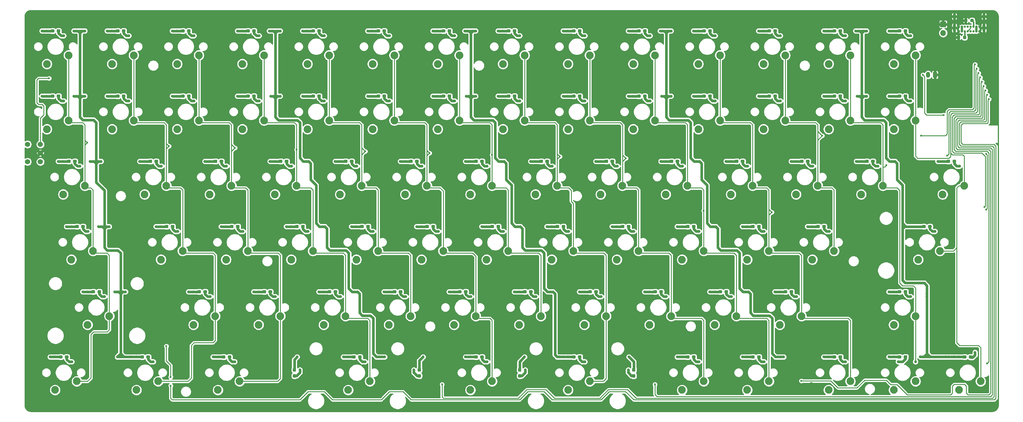
<source format=gbr>
%TF.GenerationSoftware,KiCad,Pcbnew,(5.1.9)-1*%
%TF.CreationDate,2021-08-25T16:21:07-05:00*%
%TF.ProjectId,Full_75,46756c6c-5f37-4352-9e6b-696361645f70,rev?*%
%TF.SameCoordinates,Original*%
%TF.FileFunction,Copper,L1,Top*%
%TF.FilePolarity,Positive*%
%FSLAX46Y46*%
G04 Gerber Fmt 4.6, Leading zero omitted, Abs format (unit mm)*
G04 Created by KiCad (PCBNEW (5.1.9)-1) date 2021-08-25 16:21:07*
%MOMM*%
%LPD*%
G01*
G04 APERTURE LIST*
%TA.AperFunction,ComponentPad*%
%ADD10C,1.524000*%
%TD*%
%TA.AperFunction,WasherPad*%
%ADD11C,1.524000*%
%TD*%
%TA.AperFunction,ComponentPad*%
%ADD12O,1.200000X1.750000*%
%TD*%
%TA.AperFunction,ComponentPad*%
%ADD13C,2.250000*%
%TD*%
%TA.AperFunction,ComponentPad*%
%ADD14O,0.900000X1.700000*%
%TD*%
%TA.AperFunction,ComponentPad*%
%ADD15O,0.900000X2.400000*%
%TD*%
%TA.AperFunction,ComponentPad*%
%ADD16C,0.650000*%
%TD*%
%TA.AperFunction,ComponentPad*%
%ADD17O,1.700000X1.700000*%
%TD*%
%TA.AperFunction,ComponentPad*%
%ADD18R,1.700000X1.700000*%
%TD*%
%TA.AperFunction,ViaPad*%
%ADD19C,0.800000*%
%TD*%
%TA.AperFunction,ViaPad*%
%ADD20C,0.600000*%
%TD*%
%TA.AperFunction,Conductor*%
%ADD21C,0.762000*%
%TD*%
%TA.AperFunction,Conductor*%
%ADD22C,0.254000*%
%TD*%
%TA.AperFunction,Conductor*%
%ADD23C,0.635000*%
%TD*%
%TA.AperFunction,Conductor*%
%ADD24C,0.381000*%
%TD*%
%TA.AperFunction,Conductor*%
%ADD25C,0.100000*%
%TD*%
G04 APERTURE END LIST*
D10*
%TO.P,J2,3*%
%TO.N,/LED_EN_NUM*%
X35240562Y-61910970D03*
D11*
%TO.P,J2,*%
%TO.N,*%
X31481362Y-61910970D03*
X31481362Y-66990970D03*
D10*
%TO.P,J2,2*%
%TO.N,GND*%
X35240562Y-64450970D03*
%TO.P,J2,1*%
%TO.N,+5V*%
X35240562Y-66990970D03*
%TD*%
D12*
%TO.P,J1,2*%
%TO.N,Net-(J1-Pad2)*%
X294828562Y-41590970D03*
%TO.P,J1,1*%
%TO.N,GND*%
%TA.AperFunction,ComponentPad*%
G36*
G01*
X297428562Y-40965969D02*
X297428562Y-42215971D01*
G75*
G02*
X297178563Y-42465970I-249999J0D01*
G01*
X296478561Y-42465970D01*
G75*
G02*
X296228562Y-42215971I0J249999D01*
G01*
X296228562Y-40965969D01*
G75*
G02*
X296478561Y-40715970I249999J0D01*
G01*
X297178563Y-40715970D01*
G75*
G02*
X297428562Y-40965969I0J-249999D01*
G01*
G37*
%TD.AperFunction*%
%TD*%
%TO.P,MX93,3*%
%TO.N,+5V*%
%TA.AperFunction,SMDPad,CuDef*%
G36*
G01*
X294813706Y-86147798D02*
X294813706Y-85672798D01*
G75*
G02*
X295051206Y-85435298I237500J0D01*
G01*
X295626206Y-85435298D01*
G75*
G02*
X295863706Y-85672798I0J-237500D01*
G01*
X295863706Y-86147798D01*
G75*
G02*
X295626206Y-86385298I-237500J0D01*
G01*
X295051206Y-86385298D01*
G75*
G02*
X294813706Y-86147798I0J237500D01*
G01*
G37*
%TD.AperFunction*%
%TO.P,MX93,4*%
%TO.N,/LED_CAT4*%
%TA.AperFunction,SMDPad,CuDef*%
G36*
G01*
X293063706Y-86147798D02*
X293063706Y-85672798D01*
G75*
G02*
X293301206Y-85435298I237500J0D01*
G01*
X293876206Y-85435298D01*
G75*
G02*
X294113706Y-85672798I0J-237500D01*
G01*
X294113706Y-86147798D01*
G75*
G02*
X293876206Y-86385298I-237500J0D01*
G01*
X293301206Y-86385298D01*
G75*
G02*
X293063706Y-86147798I0J237500D01*
G01*
G37*
%TD.AperFunction*%
D13*
%TO.P,MX93,1*%
%TO.N,/Col[13]*%
X298273706Y-93022298D03*
%TO.P,MX93,2*%
%TO.N,Net-(D94-Pad2)*%
X291923706Y-95562298D03*
%TD*%
%TO.P,MX45,3*%
%TO.N,+5V*%
%TA.AperFunction,SMDPad,CuDef*%
G36*
G01*
X128137222Y-124245350D02*
X128137222Y-123770350D01*
G75*
G02*
X128374722Y-123532850I237500J0D01*
G01*
X128949722Y-123532850D01*
G75*
G02*
X129187222Y-123770350I0J-237500D01*
G01*
X129187222Y-124245350D01*
G75*
G02*
X128949722Y-124482850I-237500J0D01*
G01*
X128374722Y-124482850D01*
G75*
G02*
X128137222Y-124245350I0J237500D01*
G01*
G37*
%TD.AperFunction*%
%TO.P,MX45,4*%
%TO.N,/LED_CAT1*%
%TA.AperFunction,SMDPad,CuDef*%
G36*
G01*
X126387222Y-124245350D02*
X126387222Y-123770350D01*
G75*
G02*
X126624722Y-123532850I237500J0D01*
G01*
X127199722Y-123532850D01*
G75*
G02*
X127437222Y-123770350I0J-237500D01*
G01*
X127437222Y-124245350D01*
G75*
G02*
X127199722Y-124482850I-237500J0D01*
G01*
X126624722Y-124482850D01*
G75*
G02*
X126387222Y-124245350I0J237500D01*
G01*
G37*
%TD.AperFunction*%
%TO.P,MX45,1*%
%TO.N,/Col[3]*%
X131597222Y-131119850D03*
%TO.P,MX45,2*%
%TO.N,Net-(D45-Pad2)*%
X125247222Y-133659850D03*
%TD*%
%TO.P,MX33,3*%
%TO.N,+5V*%
%TA.AperFunction,SMDPad,CuDef*%
G36*
G01*
X66227782Y-124245350D02*
X66227782Y-123770350D01*
G75*
G02*
X66465282Y-123532850I237500J0D01*
G01*
X67040282Y-123532850D01*
G75*
G02*
X67277782Y-123770350I0J-237500D01*
G01*
X67277782Y-124245350D01*
G75*
G02*
X67040282Y-124482850I-237500J0D01*
G01*
X66465282Y-124482850D01*
G75*
G02*
X66227782Y-124245350I0J237500D01*
G01*
G37*
%TD.AperFunction*%
%TO.P,MX33,4*%
%TO.N,/LED_CAT0*%
%TA.AperFunction,SMDPad,CuDef*%
G36*
G01*
X64477782Y-124245350D02*
X64477782Y-123770350D01*
G75*
G02*
X64715282Y-123532850I237500J0D01*
G01*
X65290282Y-123532850D01*
G75*
G02*
X65527782Y-123770350I0J-237500D01*
G01*
X65527782Y-124245350D01*
G75*
G02*
X65290282Y-124482850I-237500J0D01*
G01*
X64715282Y-124482850D01*
G75*
G02*
X64477782Y-124245350I0J237500D01*
G01*
G37*
%TD.AperFunction*%
%TO.P,MX33,1*%
%TO.N,/Col[1]*%
X69687782Y-131119850D03*
%TO.P,MX33,2*%
%TO.N,Net-(D33-Pad2)*%
X63337782Y-133659850D03*
%TD*%
%TO.P,D4,2*%
%TO.N,+5V*%
%TA.AperFunction,SMDPad,CuDef*%
G36*
G01*
X175169979Y-129010539D02*
X175644979Y-129010539D01*
G75*
G02*
X175882479Y-129248039I0J-237500D01*
G01*
X175882479Y-129823039D01*
G75*
G02*
X175644979Y-130060539I-237500J0D01*
G01*
X175169979Y-130060539D01*
G75*
G02*
X174932479Y-129823039I0J237500D01*
G01*
X174932479Y-129248039D01*
G75*
G02*
X175169979Y-129010539I237500J0D01*
G01*
G37*
%TD.AperFunction*%
%TO.P,D4,1*%
%TO.N,/LED_CAT2*%
%TA.AperFunction,SMDPad,CuDef*%
G36*
G01*
X175169979Y-127260539D02*
X175644979Y-127260539D01*
G75*
G02*
X175882479Y-127498039I0J-237500D01*
G01*
X175882479Y-128073039D01*
G75*
G02*
X175644979Y-128310539I-237500J0D01*
G01*
X175169979Y-128310539D01*
G75*
G02*
X174932479Y-128073039I0J237500D01*
G01*
X174932479Y-127498039D01*
G75*
G02*
X175169979Y-127260539I237500J0D01*
G01*
G37*
%TD.AperFunction*%
%TD*%
%TO.P,D3,2*%
%TO.N,+5V*%
%TA.AperFunction,SMDPad,CuDef*%
G36*
G01*
X208505337Y-129010539D02*
X208980337Y-129010539D01*
G75*
G02*
X209217837Y-129248039I0J-237500D01*
G01*
X209217837Y-129823039D01*
G75*
G02*
X208980337Y-130060539I-237500J0D01*
G01*
X208505337Y-130060539D01*
G75*
G02*
X208267837Y-129823039I0J237500D01*
G01*
X208267837Y-129248039D01*
G75*
G02*
X208505337Y-129010539I237500J0D01*
G01*
G37*
%TD.AperFunction*%
%TO.P,D3,1*%
%TO.N,/LED_CAT2*%
%TA.AperFunction,SMDPad,CuDef*%
G36*
G01*
X208505337Y-127260539D02*
X208980337Y-127260539D01*
G75*
G02*
X209217837Y-127498039I0J-237500D01*
G01*
X209217837Y-128073039D01*
G75*
G02*
X208980337Y-128310539I-237500J0D01*
G01*
X208505337Y-128310539D01*
G75*
G02*
X208267837Y-128073039I0J237500D01*
G01*
X208267837Y-127498039D01*
G75*
G02*
X208505337Y-127260539I237500J0D01*
G01*
G37*
%TD.AperFunction*%
%TD*%
%TO.P,D2,2*%
%TO.N,+5V*%
%TA.AperFunction,SMDPad,CuDef*%
G36*
G01*
X109292962Y-129010539D02*
X109767962Y-129010539D01*
G75*
G02*
X110005462Y-129248039I0J-237500D01*
G01*
X110005462Y-129823039D01*
G75*
G02*
X109767962Y-130060539I-237500J0D01*
G01*
X109292962Y-130060539D01*
G75*
G02*
X109055462Y-129823039I0J237500D01*
G01*
X109055462Y-129248039D01*
G75*
G02*
X109292962Y-129010539I237500J0D01*
G01*
G37*
%TD.AperFunction*%
%TO.P,D2,1*%
%TO.N,/LED_CAT1*%
%TA.AperFunction,SMDPad,CuDef*%
G36*
G01*
X109292962Y-127260539D02*
X109767962Y-127260539D01*
G75*
G02*
X110005462Y-127498039I0J-237500D01*
G01*
X110005462Y-128073039D01*
G75*
G02*
X109767962Y-128310539I-237500J0D01*
G01*
X109292962Y-128310539D01*
G75*
G02*
X109055462Y-128073039I0J237500D01*
G01*
X109055462Y-127498039D01*
G75*
G02*
X109292962Y-127260539I237500J0D01*
G01*
G37*
%TD.AperFunction*%
%TD*%
%TO.P,D1,2*%
%TO.N,+5V*%
%TA.AperFunction,SMDPad,CuDef*%
G36*
G01*
X145803116Y-129010539D02*
X146278116Y-129010539D01*
G75*
G02*
X146515616Y-129248039I0J-237500D01*
G01*
X146515616Y-129823039D01*
G75*
G02*
X146278116Y-130060539I-237500J0D01*
G01*
X145803116Y-130060539D01*
G75*
G02*
X145565616Y-129823039I0J237500D01*
G01*
X145565616Y-129248039D01*
G75*
G02*
X145803116Y-129010539I237500J0D01*
G01*
G37*
%TD.AperFunction*%
%TO.P,D1,1*%
%TO.N,/LED_CAT1*%
%TA.AperFunction,SMDPad,CuDef*%
G36*
G01*
X145803116Y-127260539D02*
X146278116Y-127260539D01*
G75*
G02*
X146515616Y-127498039I0J-237500D01*
G01*
X146515616Y-128073039D01*
G75*
G02*
X146278116Y-128310539I-237500J0D01*
G01*
X145803116Y-128310539D01*
G75*
G02*
X145565616Y-128073039I0J237500D01*
G01*
X145565616Y-127498039D01*
G75*
G02*
X145803116Y-127260539I237500J0D01*
G01*
G37*
%TD.AperFunction*%
%TD*%
D14*
%TO.P,USB1,S1*%
%TO.N,GND*%
X311145562Y-24530970D03*
X302495562Y-24530970D03*
D15*
X311145562Y-27910970D03*
X302495562Y-27910970D03*
D16*
%TO.P,USB1,B1*%
X309800562Y-27565970D03*
%TO.P,USB1,B4*%
%TO.N,Net-(F1-Pad2)*%
X308950562Y-27565970D03*
%TO.P,USB1,B5*%
%TO.N,Net-(R2-Pad1)*%
X308100562Y-27565970D03*
%TO.P,USB1,B6*%
%TO.N,USB_D+*%
X307250562Y-27565970D03*
%TO.P,USB1,B7*%
%TO.N,USB_D-*%
X306400562Y-27565970D03*
%TO.P,USB1,B8*%
%TO.N,Net-(USB1-PadB8)*%
X305550562Y-27565970D03*
%TO.P,USB1,B9*%
%TO.N,Net-(F1-Pad2)*%
X304700562Y-27565970D03*
%TO.P,USB1,B12*%
%TO.N,GND*%
X303845562Y-27565970D03*
%TO.P,USB1,A12*%
X309795562Y-28890970D03*
%TO.P,USB1,A9*%
%TO.N,Net-(F1-Pad2)*%
X308945562Y-28890970D03*
%TO.P,USB1,A8*%
%TO.N,Net-(USB1-PadA8)*%
X308095562Y-28890970D03*
%TO.P,USB1,A7*%
%TO.N,USB_D-*%
X307245562Y-28890970D03*
%TO.P,USB1,A6*%
%TO.N,USB_D+*%
X306395562Y-28890970D03*
%TO.P,USB1,A4*%
%TO.N,Net-(F1-Pad2)*%
X304695562Y-28890970D03*
%TO.P,USB1,A1*%
%TO.N,GND*%
X303845562Y-28890970D03*
%TO.P,USB1,A5*%
%TO.N,Net-(R1-Pad2)*%
X305545562Y-28890970D03*
%TD*%
D17*
%TO.P,SW1,2*%
%TO.N,EN*%
X299224523Y-29366863D03*
D18*
%TO.P,SW1,1*%
%TO.N,GND*%
X299224523Y-26826863D03*
%TD*%
%TO.P,R2,2*%
%TO.N,GND*%
%TA.AperFunction,SMDPad,CuDef*%
G36*
G01*
X306318062Y-25478470D02*
X306318062Y-25953470D01*
G75*
G02*
X306080562Y-26190970I-237500J0D01*
G01*
X305580562Y-26190970D01*
G75*
G02*
X305343062Y-25953470I0J237500D01*
G01*
X305343062Y-25478470D01*
G75*
G02*
X305580562Y-25240970I237500J0D01*
G01*
X306080562Y-25240970D01*
G75*
G02*
X306318062Y-25478470I0J-237500D01*
G01*
G37*
%TD.AperFunction*%
%TO.P,R2,1*%
%TO.N,Net-(R2-Pad1)*%
%TA.AperFunction,SMDPad,CuDef*%
G36*
G01*
X308143062Y-25478470D02*
X308143062Y-25953470D01*
G75*
G02*
X307905562Y-26190970I-237500J0D01*
G01*
X307405562Y-26190970D01*
G75*
G02*
X307168062Y-25953470I0J237500D01*
G01*
X307168062Y-25478470D01*
G75*
G02*
X307405562Y-25240970I237500J0D01*
G01*
X307905562Y-25240970D01*
G75*
G02*
X308143062Y-25478470I0J-237500D01*
G01*
G37*
%TD.AperFunction*%
%TD*%
%TO.P,R1,2*%
%TO.N,Net-(R1-Pad2)*%
%TA.AperFunction,SMDPad,CuDef*%
G36*
G01*
X305009062Y-30906470D02*
X305009062Y-30431470D01*
G75*
G02*
X305246562Y-30193970I237500J0D01*
G01*
X305746562Y-30193970D01*
G75*
G02*
X305984062Y-30431470I0J-237500D01*
G01*
X305984062Y-30906470D01*
G75*
G02*
X305746562Y-31143970I-237500J0D01*
G01*
X305246562Y-31143970D01*
G75*
G02*
X305009062Y-30906470I0J237500D01*
G01*
G37*
%TD.AperFunction*%
%TO.P,R1,1*%
%TO.N,GND*%
%TA.AperFunction,SMDPad,CuDef*%
G36*
G01*
X303184062Y-30906470D02*
X303184062Y-30431470D01*
G75*
G02*
X303421562Y-30193970I237500J0D01*
G01*
X303921562Y-30193970D01*
G75*
G02*
X304159062Y-30431470I0J-237500D01*
G01*
X304159062Y-30906470D01*
G75*
G02*
X303921562Y-31143970I-237500J0D01*
G01*
X303421562Y-31143970D01*
G75*
G02*
X303184062Y-30906470I0J237500D01*
G01*
G37*
%TD.AperFunction*%
%TD*%
%TO.P,MX99,3*%
%TO.N,+5V*%
%TA.AperFunction,SMDPad,CuDef*%
G36*
G01*
X287669650Y-48050246D02*
X287669650Y-47575246D01*
G75*
G02*
X287907150Y-47337746I237500J0D01*
G01*
X288482150Y-47337746D01*
G75*
G02*
X288719650Y-47575246I0J-237500D01*
G01*
X288719650Y-48050246D01*
G75*
G02*
X288482150Y-48287746I-237500J0D01*
G01*
X287907150Y-48287746D01*
G75*
G02*
X287669650Y-48050246I0J237500D01*
G01*
G37*
%TD.AperFunction*%
%TO.P,MX99,4*%
%TO.N,/LED_CAT4*%
%TA.AperFunction,SMDPad,CuDef*%
G36*
G01*
X285919650Y-48050246D02*
X285919650Y-47575246D01*
G75*
G02*
X286157150Y-47337746I237500J0D01*
G01*
X286732150Y-47337746D01*
G75*
G02*
X286969650Y-47575246I0J-237500D01*
G01*
X286969650Y-48050246D01*
G75*
G02*
X286732150Y-48287746I-237500J0D01*
G01*
X286157150Y-48287746D01*
G75*
G02*
X285919650Y-48050246I0J237500D01*
G01*
G37*
%TD.AperFunction*%
D13*
%TO.P,MX99,1*%
%TO.N,/Col[13]*%
X291129650Y-54924746D03*
%TO.P,MX99,2*%
%TO.N,Net-(D100-Pad2)*%
X284779650Y-57464746D03*
%TD*%
%TO.P,MX98,3*%
%TO.N,+5V*%
%TA.AperFunction,SMDPad,CuDef*%
G36*
G01*
X287669650Y-29001470D02*
X287669650Y-28526470D01*
G75*
G02*
X287907150Y-28288970I237500J0D01*
G01*
X288482150Y-28288970D01*
G75*
G02*
X288719650Y-28526470I0J-237500D01*
G01*
X288719650Y-29001470D01*
G75*
G02*
X288482150Y-29238970I-237500J0D01*
G01*
X287907150Y-29238970D01*
G75*
G02*
X287669650Y-29001470I0J237500D01*
G01*
G37*
%TD.AperFunction*%
%TO.P,MX98,4*%
%TO.N,/LED_CAT4*%
%TA.AperFunction,SMDPad,CuDef*%
G36*
G01*
X285919650Y-29001470D02*
X285919650Y-28526470D01*
G75*
G02*
X286157150Y-28288970I237500J0D01*
G01*
X286732150Y-28288970D01*
G75*
G02*
X286969650Y-28526470I0J-237500D01*
G01*
X286969650Y-29001470D01*
G75*
G02*
X286732150Y-29238970I-237500J0D01*
G01*
X286157150Y-29238970D01*
G75*
G02*
X285919650Y-29001470I0J237500D01*
G01*
G37*
%TD.AperFunction*%
%TO.P,MX98,1*%
%TO.N,/Col[13]*%
X291129650Y-35875970D03*
%TO.P,MX98,2*%
%TO.N,Net-(D99-Pad2)*%
X284779650Y-38415970D03*
%TD*%
%TO.P,MX97,3*%
%TO.N,+5V*%
%TA.AperFunction,SMDPad,CuDef*%
G36*
G01*
X306718426Y-124245350D02*
X306718426Y-123770350D01*
G75*
G02*
X306955926Y-123532850I237500J0D01*
G01*
X307530926Y-123532850D01*
G75*
G02*
X307768426Y-123770350I0J-237500D01*
G01*
X307768426Y-124245350D01*
G75*
G02*
X307530926Y-124482850I-237500J0D01*
G01*
X306955926Y-124482850D01*
G75*
G02*
X306718426Y-124245350I0J237500D01*
G01*
G37*
%TD.AperFunction*%
%TO.P,MX97,4*%
%TO.N,/LED_CAT4*%
%TA.AperFunction,SMDPad,CuDef*%
G36*
G01*
X304968426Y-124245350D02*
X304968426Y-123770350D01*
G75*
G02*
X305205926Y-123532850I237500J0D01*
G01*
X305780926Y-123532850D01*
G75*
G02*
X306018426Y-123770350I0J-237500D01*
G01*
X306018426Y-124245350D01*
G75*
G02*
X305780926Y-124482850I-237500J0D01*
G01*
X305205926Y-124482850D01*
G75*
G02*
X304968426Y-124245350I0J237500D01*
G01*
G37*
%TD.AperFunction*%
%TO.P,MX97,1*%
%TO.N,/Col[13]*%
X310178426Y-131119850D03*
%TO.P,MX97,2*%
%TO.N,Net-(D98-Pad2)*%
X303828426Y-133659850D03*
%TD*%
%TO.P,MX96,4*%
%TO.N,/LED_CAT4*%
%TA.AperFunction,SMDPad,CuDef*%
G36*
G01*
X300206538Y-67099022D02*
X300206538Y-66624022D01*
G75*
G02*
X300444038Y-66386522I237500J0D01*
G01*
X301019038Y-66386522D01*
G75*
G02*
X301256538Y-66624022I0J-237500D01*
G01*
X301256538Y-67099022D01*
G75*
G02*
X301019038Y-67336522I-237500J0D01*
G01*
X300444038Y-67336522D01*
G75*
G02*
X300206538Y-67099022I0J237500D01*
G01*
G37*
%TD.AperFunction*%
%TO.P,MX96,3*%
%TO.N,+5V*%
%TA.AperFunction,SMDPad,CuDef*%
G36*
G01*
X301956538Y-67099022D02*
X301956538Y-66624022D01*
G75*
G02*
X302194038Y-66386522I237500J0D01*
G01*
X302769038Y-66386522D01*
G75*
G02*
X303006538Y-66624022I0J-237500D01*
G01*
X303006538Y-67099022D01*
G75*
G02*
X302769038Y-67336522I-237500J0D01*
G01*
X302194038Y-67336522D01*
G75*
G02*
X301956538Y-67099022I0J237500D01*
G01*
G37*
%TD.AperFunction*%
%TO.P,MX96,1*%
%TO.N,/Col[13]*%
X305416538Y-73973522D03*
%TO.P,MX96,2*%
%TO.N,Net-(D97-Pad2)*%
X299066538Y-76513522D03*
%TD*%
%TO.P,MX95,3*%
%TO.N,+5V*%
%TA.AperFunction,SMDPad,CuDef*%
G36*
G01*
X287669650Y-124245350D02*
X287669650Y-123770350D01*
G75*
G02*
X287907150Y-123532850I237500J0D01*
G01*
X288482150Y-123532850D01*
G75*
G02*
X288719650Y-123770350I0J-237500D01*
G01*
X288719650Y-124245350D01*
G75*
G02*
X288482150Y-124482850I-237500J0D01*
G01*
X287907150Y-124482850D01*
G75*
G02*
X287669650Y-124245350I0J237500D01*
G01*
G37*
%TD.AperFunction*%
%TO.P,MX95,4*%
%TO.N,/LED_CAT4*%
%TA.AperFunction,SMDPad,CuDef*%
G36*
G01*
X285919650Y-124245350D02*
X285919650Y-123770350D01*
G75*
G02*
X286157150Y-123532850I237500J0D01*
G01*
X286732150Y-123532850D01*
G75*
G02*
X286969650Y-123770350I0J-237500D01*
G01*
X286969650Y-124245350D01*
G75*
G02*
X286732150Y-124482850I-237500J0D01*
G01*
X286157150Y-124482850D01*
G75*
G02*
X285919650Y-124245350I0J237500D01*
G01*
G37*
%TD.AperFunction*%
%TO.P,MX95,1*%
%TO.N,/Col[12]*%
X291129650Y-131119850D03*
%TO.P,MX95,2*%
%TO.N,Net-(D96-Pad2)*%
X284779650Y-133659850D03*
%TD*%
%TO.P,MX94,3*%
%TO.N,+5V*%
%TA.AperFunction,SMDPad,CuDef*%
G36*
G01*
X287669650Y-105196574D02*
X287669650Y-104721574D01*
G75*
G02*
X287907150Y-104484074I237500J0D01*
G01*
X288482150Y-104484074D01*
G75*
G02*
X288719650Y-104721574I0J-237500D01*
G01*
X288719650Y-105196574D01*
G75*
G02*
X288482150Y-105434074I-237500J0D01*
G01*
X287907150Y-105434074D01*
G75*
G02*
X287669650Y-105196574I0J237500D01*
G01*
G37*
%TD.AperFunction*%
%TO.P,MX94,4*%
%TO.N,/LED_CAT4*%
%TA.AperFunction,SMDPad,CuDef*%
G36*
G01*
X285919650Y-105196574D02*
X285919650Y-104721574D01*
G75*
G02*
X286157150Y-104484074I237500J0D01*
G01*
X286732150Y-104484074D01*
G75*
G02*
X286969650Y-104721574I0J-237500D01*
G01*
X286969650Y-105196574D01*
G75*
G02*
X286732150Y-105434074I-237500J0D01*
G01*
X286157150Y-105434074D01*
G75*
G02*
X285919650Y-105196574I0J237500D01*
G01*
G37*
%TD.AperFunction*%
%TO.P,MX94,1*%
%TO.N,/Col[12]*%
X291129650Y-112071074D03*
%TO.P,MX94,2*%
%TO.N,Net-(D95-Pad2)*%
X284779650Y-114611074D03*
%TD*%
%TO.P,MX92,3*%
%TO.N,+5V*%
%TA.AperFunction,SMDPad,CuDef*%
G36*
G01*
X278145262Y-67099022D02*
X278145262Y-66624022D01*
G75*
G02*
X278382762Y-66386522I237500J0D01*
G01*
X278957762Y-66386522D01*
G75*
G02*
X279195262Y-66624022I0J-237500D01*
G01*
X279195262Y-67099022D01*
G75*
G02*
X278957762Y-67336522I-237500J0D01*
G01*
X278382762Y-67336522D01*
G75*
G02*
X278145262Y-67099022I0J237500D01*
G01*
G37*
%TD.AperFunction*%
%TO.P,MX92,4*%
%TO.N,/LED_CAT4*%
%TA.AperFunction,SMDPad,CuDef*%
G36*
G01*
X276395262Y-67099022D02*
X276395262Y-66624022D01*
G75*
G02*
X276632762Y-66386522I237500J0D01*
G01*
X277207762Y-66386522D01*
G75*
G02*
X277445262Y-66624022I0J-237500D01*
G01*
X277445262Y-67099022D01*
G75*
G02*
X277207762Y-67336522I-237500J0D01*
G01*
X276632762Y-67336522D01*
G75*
G02*
X276395262Y-67099022I0J237500D01*
G01*
G37*
%TD.AperFunction*%
%TO.P,MX92,1*%
%TO.N,/Col[12]*%
X281605262Y-73973522D03*
%TO.P,MX92,2*%
%TO.N,Net-(D93-Pad2)*%
X275255262Y-76513522D03*
%TD*%
%TO.P,MX91,3*%
%TO.N,+5V*%
%TA.AperFunction,SMDPad,CuDef*%
G36*
G01*
X268620874Y-48050246D02*
X268620874Y-47575246D01*
G75*
G02*
X268858374Y-47337746I237500J0D01*
G01*
X269433374Y-47337746D01*
G75*
G02*
X269670874Y-47575246I0J-237500D01*
G01*
X269670874Y-48050246D01*
G75*
G02*
X269433374Y-48287746I-237500J0D01*
G01*
X268858374Y-48287746D01*
G75*
G02*
X268620874Y-48050246I0J237500D01*
G01*
G37*
%TD.AperFunction*%
%TO.P,MX91,4*%
%TO.N,/LED_CAT4*%
%TA.AperFunction,SMDPad,CuDef*%
G36*
G01*
X266870874Y-48050246D02*
X266870874Y-47575246D01*
G75*
G02*
X267108374Y-47337746I237500J0D01*
G01*
X267683374Y-47337746D01*
G75*
G02*
X267920874Y-47575246I0J-237500D01*
G01*
X267920874Y-48050246D01*
G75*
G02*
X267683374Y-48287746I-237500J0D01*
G01*
X267108374Y-48287746D01*
G75*
G02*
X266870874Y-48050246I0J237500D01*
G01*
G37*
%TD.AperFunction*%
%TO.P,MX91,1*%
%TO.N,/Col[12]*%
X272080874Y-54924746D03*
%TO.P,MX91,2*%
%TO.N,Net-(D92-Pad2)*%
X265730874Y-57464746D03*
%TD*%
%TO.P,MX90,3*%
%TO.N,+5V*%
%TA.AperFunction,SMDPad,CuDef*%
G36*
G01*
X268620874Y-29001470D02*
X268620874Y-28526470D01*
G75*
G02*
X268858374Y-28288970I237500J0D01*
G01*
X269433374Y-28288970D01*
G75*
G02*
X269670874Y-28526470I0J-237500D01*
G01*
X269670874Y-29001470D01*
G75*
G02*
X269433374Y-29238970I-237500J0D01*
G01*
X268858374Y-29238970D01*
G75*
G02*
X268620874Y-29001470I0J237500D01*
G01*
G37*
%TD.AperFunction*%
%TO.P,MX90,4*%
%TO.N,/LED_CAT4*%
%TA.AperFunction,SMDPad,CuDef*%
G36*
G01*
X266870874Y-29001470D02*
X266870874Y-28526470D01*
G75*
G02*
X267108374Y-28288970I237500J0D01*
G01*
X267683374Y-28288970D01*
G75*
G02*
X267920874Y-28526470I0J-237500D01*
G01*
X267920874Y-29001470D01*
G75*
G02*
X267683374Y-29238970I-237500J0D01*
G01*
X267108374Y-29238970D01*
G75*
G02*
X266870874Y-29001470I0J237500D01*
G01*
G37*
%TD.AperFunction*%
%TO.P,MX90,1*%
%TO.N,/Col[12]*%
X272080874Y-35875970D03*
%TO.P,MX90,2*%
%TO.N,Net-(D91-Pad2)*%
X265730874Y-38415970D03*
%TD*%
%TO.P,MX89,3*%
%TO.N,+5V*%
%TA.AperFunction,SMDPad,CuDef*%
G36*
G01*
X263858680Y-86147798D02*
X263858680Y-85672798D01*
G75*
G02*
X264096180Y-85435298I237500J0D01*
G01*
X264671180Y-85435298D01*
G75*
G02*
X264908680Y-85672798I0J-237500D01*
G01*
X264908680Y-86147798D01*
G75*
G02*
X264671180Y-86385298I-237500J0D01*
G01*
X264096180Y-86385298D01*
G75*
G02*
X263858680Y-86147798I0J237500D01*
G01*
G37*
%TD.AperFunction*%
%TO.P,MX89,4*%
%TO.N,/LED_CAT3*%
%TA.AperFunction,SMDPad,CuDef*%
G36*
G01*
X262108680Y-86147798D02*
X262108680Y-85672798D01*
G75*
G02*
X262346180Y-85435298I237500J0D01*
G01*
X262921180Y-85435298D01*
G75*
G02*
X263158680Y-85672798I0J-237500D01*
G01*
X263158680Y-86147798D01*
G75*
G02*
X262921180Y-86385298I-237500J0D01*
G01*
X262346180Y-86385298D01*
G75*
G02*
X262108680Y-86147798I0J237500D01*
G01*
G37*
%TD.AperFunction*%
%TO.P,MX89,1*%
%TO.N,/Col[11]*%
X267318680Y-93022298D03*
%TO.P,MX89,2*%
%TO.N,Net-(D90-Pad2)*%
X260968680Y-95562298D03*
%TD*%
%TO.P,MX88,3*%
%TO.N,+5V*%
%TA.AperFunction,SMDPad,CuDef*%
G36*
G01*
X259096486Y-67099022D02*
X259096486Y-66624022D01*
G75*
G02*
X259333986Y-66386522I237500J0D01*
G01*
X259908986Y-66386522D01*
G75*
G02*
X260146486Y-66624022I0J-237500D01*
G01*
X260146486Y-67099022D01*
G75*
G02*
X259908986Y-67336522I-237500J0D01*
G01*
X259333986Y-67336522D01*
G75*
G02*
X259096486Y-67099022I0J237500D01*
G01*
G37*
%TD.AperFunction*%
%TO.P,MX88,4*%
%TO.N,/LED_CAT3*%
%TA.AperFunction,SMDPad,CuDef*%
G36*
G01*
X257346486Y-67099022D02*
X257346486Y-66624022D01*
G75*
G02*
X257583986Y-66386522I237500J0D01*
G01*
X258158986Y-66386522D01*
G75*
G02*
X258396486Y-66624022I0J-237500D01*
G01*
X258396486Y-67099022D01*
G75*
G02*
X258158986Y-67336522I-237500J0D01*
G01*
X257583986Y-67336522D01*
G75*
G02*
X257346486Y-67099022I0J237500D01*
G01*
G37*
%TD.AperFunction*%
%TO.P,MX88,1*%
%TO.N,/Col[11]*%
X262556486Y-73973522D03*
%TO.P,MX88,2*%
%TO.N,Net-(D89-Pad2)*%
X256206486Y-76513522D03*
%TD*%
%TO.P,MX87,3*%
%TO.N,+5V*%
%TA.AperFunction,SMDPad,CuDef*%
G36*
G01*
X249572098Y-48050246D02*
X249572098Y-47575246D01*
G75*
G02*
X249809598Y-47337746I237500J0D01*
G01*
X250384598Y-47337746D01*
G75*
G02*
X250622098Y-47575246I0J-237500D01*
G01*
X250622098Y-48050246D01*
G75*
G02*
X250384598Y-48287746I-237500J0D01*
G01*
X249809598Y-48287746D01*
G75*
G02*
X249572098Y-48050246I0J237500D01*
G01*
G37*
%TD.AperFunction*%
%TO.P,MX87,4*%
%TO.N,/LED_CAT3*%
%TA.AperFunction,SMDPad,CuDef*%
G36*
G01*
X247822098Y-48050246D02*
X247822098Y-47575246D01*
G75*
G02*
X248059598Y-47337746I237500J0D01*
G01*
X248634598Y-47337746D01*
G75*
G02*
X248872098Y-47575246I0J-237500D01*
G01*
X248872098Y-48050246D01*
G75*
G02*
X248634598Y-48287746I-237500J0D01*
G01*
X248059598Y-48287746D01*
G75*
G02*
X247822098Y-48050246I0J237500D01*
G01*
G37*
%TD.AperFunction*%
%TO.P,MX87,1*%
%TO.N,/Col[11]*%
X253032098Y-54924746D03*
%TO.P,MX87,2*%
%TO.N,Net-(D88-Pad2)*%
X246682098Y-57464746D03*
%TD*%
%TO.P,MX86,3*%
%TO.N,+5V*%
%TA.AperFunction,SMDPad,CuDef*%
G36*
G01*
X249572098Y-29001470D02*
X249572098Y-28526470D01*
G75*
G02*
X249809598Y-28288970I237500J0D01*
G01*
X250384598Y-28288970D01*
G75*
G02*
X250622098Y-28526470I0J-237500D01*
G01*
X250622098Y-29001470D01*
G75*
G02*
X250384598Y-29238970I-237500J0D01*
G01*
X249809598Y-29238970D01*
G75*
G02*
X249572098Y-29001470I0J237500D01*
G01*
G37*
%TD.AperFunction*%
%TO.P,MX86,4*%
%TO.N,/LED_CAT3*%
%TA.AperFunction,SMDPad,CuDef*%
G36*
G01*
X247822098Y-29001470D02*
X247822098Y-28526470D01*
G75*
G02*
X248059598Y-28288970I237500J0D01*
G01*
X248634598Y-28288970D01*
G75*
G02*
X248872098Y-28526470I0J-237500D01*
G01*
X248872098Y-29001470D01*
G75*
G02*
X248634598Y-29238970I-237500J0D01*
G01*
X248059598Y-29238970D01*
G75*
G02*
X247822098Y-29001470I0J237500D01*
G01*
G37*
%TD.AperFunction*%
%TO.P,MX86,1*%
%TO.N,/Col[11]*%
X253032098Y-35875970D03*
%TO.P,MX86,2*%
%TO.N,Net-(D87-Pad2)*%
X246682098Y-38415970D03*
%TD*%
%TO.P,MX85,3*%
%TO.N,+5V*%
%TA.AperFunction,SMDPad,CuDef*%
G36*
G01*
X268620874Y-124245350D02*
X268620874Y-123770350D01*
G75*
G02*
X268858374Y-123532850I237500J0D01*
G01*
X269433374Y-123532850D01*
G75*
G02*
X269670874Y-123770350I0J-237500D01*
G01*
X269670874Y-124245350D01*
G75*
G02*
X269433374Y-124482850I-237500J0D01*
G01*
X268858374Y-124482850D01*
G75*
G02*
X268620874Y-124245350I0J237500D01*
G01*
G37*
%TD.AperFunction*%
%TO.P,MX85,4*%
%TO.N,/LED_CAT3*%
%TA.AperFunction,SMDPad,CuDef*%
G36*
G01*
X266870874Y-124245350D02*
X266870874Y-123770350D01*
G75*
G02*
X267108374Y-123532850I237500J0D01*
G01*
X267683374Y-123532850D01*
G75*
G02*
X267920874Y-123770350I0J-237500D01*
G01*
X267920874Y-124245350D01*
G75*
G02*
X267683374Y-124482850I-237500J0D01*
G01*
X267108374Y-124482850D01*
G75*
G02*
X266870874Y-124245350I0J237500D01*
G01*
G37*
%TD.AperFunction*%
%TO.P,MX85,1*%
%TO.N,/Col[10]*%
X272080874Y-131119850D03*
%TO.P,MX85,2*%
%TO.N,Net-(D86-Pad2)*%
X265730874Y-133659850D03*
%TD*%
%TO.P,MX84,3*%
%TO.N,+5V*%
%TA.AperFunction,SMDPad,CuDef*%
G36*
G01*
X254334292Y-105196574D02*
X254334292Y-104721574D01*
G75*
G02*
X254571792Y-104484074I237500J0D01*
G01*
X255146792Y-104484074D01*
G75*
G02*
X255384292Y-104721574I0J-237500D01*
G01*
X255384292Y-105196574D01*
G75*
G02*
X255146792Y-105434074I-237500J0D01*
G01*
X254571792Y-105434074D01*
G75*
G02*
X254334292Y-105196574I0J237500D01*
G01*
G37*
%TD.AperFunction*%
%TO.P,MX84,4*%
%TO.N,/LED_CAT3*%
%TA.AperFunction,SMDPad,CuDef*%
G36*
G01*
X252584292Y-105196574D02*
X252584292Y-104721574D01*
G75*
G02*
X252821792Y-104484074I237500J0D01*
G01*
X253396792Y-104484074D01*
G75*
G02*
X253634292Y-104721574I0J-237500D01*
G01*
X253634292Y-105196574D01*
G75*
G02*
X253396792Y-105434074I-237500J0D01*
G01*
X252821792Y-105434074D01*
G75*
G02*
X252584292Y-105196574I0J237500D01*
G01*
G37*
%TD.AperFunction*%
%TO.P,MX84,1*%
%TO.N,/Col[10]*%
X257794292Y-112071074D03*
%TO.P,MX84,2*%
%TO.N,Net-(D85-Pad2)*%
X251444292Y-114611074D03*
%TD*%
%TO.P,MX83,3*%
%TO.N,+5V*%
%TA.AperFunction,SMDPad,CuDef*%
G36*
G01*
X244809904Y-86147798D02*
X244809904Y-85672798D01*
G75*
G02*
X245047404Y-85435298I237500J0D01*
G01*
X245622404Y-85435298D01*
G75*
G02*
X245859904Y-85672798I0J-237500D01*
G01*
X245859904Y-86147798D01*
G75*
G02*
X245622404Y-86385298I-237500J0D01*
G01*
X245047404Y-86385298D01*
G75*
G02*
X244809904Y-86147798I0J237500D01*
G01*
G37*
%TD.AperFunction*%
%TO.P,MX83,4*%
%TO.N,/LED_CAT3*%
%TA.AperFunction,SMDPad,CuDef*%
G36*
G01*
X243059904Y-86147798D02*
X243059904Y-85672798D01*
G75*
G02*
X243297404Y-85435298I237500J0D01*
G01*
X243872404Y-85435298D01*
G75*
G02*
X244109904Y-85672798I0J-237500D01*
G01*
X244109904Y-86147798D01*
G75*
G02*
X243872404Y-86385298I-237500J0D01*
G01*
X243297404Y-86385298D01*
G75*
G02*
X243059904Y-86147798I0J237500D01*
G01*
G37*
%TD.AperFunction*%
%TO.P,MX83,1*%
%TO.N,/Col[10]*%
X248269904Y-93022298D03*
%TO.P,MX83,2*%
%TO.N,Net-(D84-Pad2)*%
X241919904Y-95562298D03*
%TD*%
%TO.P,MX82,3*%
%TO.N,+5V*%
%TA.AperFunction,SMDPad,CuDef*%
G36*
G01*
X240047710Y-67099022D02*
X240047710Y-66624022D01*
G75*
G02*
X240285210Y-66386522I237500J0D01*
G01*
X240860210Y-66386522D01*
G75*
G02*
X241097710Y-66624022I0J-237500D01*
G01*
X241097710Y-67099022D01*
G75*
G02*
X240860210Y-67336522I-237500J0D01*
G01*
X240285210Y-67336522D01*
G75*
G02*
X240047710Y-67099022I0J237500D01*
G01*
G37*
%TD.AperFunction*%
%TO.P,MX82,4*%
%TO.N,/LED_CAT3*%
%TA.AperFunction,SMDPad,CuDef*%
G36*
G01*
X238297710Y-67099022D02*
X238297710Y-66624022D01*
G75*
G02*
X238535210Y-66386522I237500J0D01*
G01*
X239110210Y-66386522D01*
G75*
G02*
X239347710Y-66624022I0J-237500D01*
G01*
X239347710Y-67099022D01*
G75*
G02*
X239110210Y-67336522I-237500J0D01*
G01*
X238535210Y-67336522D01*
G75*
G02*
X238297710Y-67099022I0J237500D01*
G01*
G37*
%TD.AperFunction*%
%TO.P,MX82,1*%
%TO.N,/Col[10]*%
X243507710Y-73973522D03*
%TO.P,MX82,2*%
%TO.N,Net-(D83-Pad2)*%
X237157710Y-76513522D03*
%TD*%
%TO.P,MX81,3*%
%TO.N,+5V*%
%TA.AperFunction,SMDPad,CuDef*%
G36*
G01*
X230523322Y-48050246D02*
X230523322Y-47575246D01*
G75*
G02*
X230760822Y-47337746I237500J0D01*
G01*
X231335822Y-47337746D01*
G75*
G02*
X231573322Y-47575246I0J-237500D01*
G01*
X231573322Y-48050246D01*
G75*
G02*
X231335822Y-48287746I-237500J0D01*
G01*
X230760822Y-48287746D01*
G75*
G02*
X230523322Y-48050246I0J237500D01*
G01*
G37*
%TD.AperFunction*%
%TO.P,MX81,4*%
%TO.N,/LED_CAT3*%
%TA.AperFunction,SMDPad,CuDef*%
G36*
G01*
X228773322Y-48050246D02*
X228773322Y-47575246D01*
G75*
G02*
X229010822Y-47337746I237500J0D01*
G01*
X229585822Y-47337746D01*
G75*
G02*
X229823322Y-47575246I0J-237500D01*
G01*
X229823322Y-48050246D01*
G75*
G02*
X229585822Y-48287746I-237500J0D01*
G01*
X229010822Y-48287746D01*
G75*
G02*
X228773322Y-48050246I0J237500D01*
G01*
G37*
%TD.AperFunction*%
%TO.P,MX81,1*%
%TO.N,/Col[10]*%
X233983322Y-54924746D03*
%TO.P,MX81,2*%
%TO.N,Net-(D82-Pad2)*%
X227633322Y-57464746D03*
%TD*%
%TO.P,MX80,3*%
%TO.N,+5V*%
%TA.AperFunction,SMDPad,CuDef*%
G36*
G01*
X230523322Y-29001470D02*
X230523322Y-28526470D01*
G75*
G02*
X230760822Y-28288970I237500J0D01*
G01*
X231335822Y-28288970D01*
G75*
G02*
X231573322Y-28526470I0J-237500D01*
G01*
X231573322Y-29001470D01*
G75*
G02*
X231335822Y-29238970I-237500J0D01*
G01*
X230760822Y-29238970D01*
G75*
G02*
X230523322Y-29001470I0J237500D01*
G01*
G37*
%TD.AperFunction*%
%TO.P,MX80,4*%
%TO.N,/LED_CAT3*%
%TA.AperFunction,SMDPad,CuDef*%
G36*
G01*
X228773322Y-29001470D02*
X228773322Y-28526470D01*
G75*
G02*
X229010822Y-28288970I237500J0D01*
G01*
X229585822Y-28288970D01*
G75*
G02*
X229823322Y-28526470I0J-237500D01*
G01*
X229823322Y-29001470D01*
G75*
G02*
X229585822Y-29238970I-237500J0D01*
G01*
X229010822Y-29238970D01*
G75*
G02*
X228773322Y-29001470I0J237500D01*
G01*
G37*
%TD.AperFunction*%
%TO.P,MX80,1*%
%TO.N,/Col[10]*%
X233983322Y-35875970D03*
%TO.P,MX80,2*%
%TO.N,Net-(D81-Pad2)*%
X227633322Y-38415970D03*
%TD*%
%TO.P,MX79,3*%
%TO.N,+5V*%
%TA.AperFunction,SMDPad,CuDef*%
G36*
G01*
X244809904Y-124245350D02*
X244809904Y-123770350D01*
G75*
G02*
X245047404Y-123532850I237500J0D01*
G01*
X245622404Y-123532850D01*
G75*
G02*
X245859904Y-123770350I0J-237500D01*
G01*
X245859904Y-124245350D01*
G75*
G02*
X245622404Y-124482850I-237500J0D01*
G01*
X245047404Y-124482850D01*
G75*
G02*
X244809904Y-124245350I0J237500D01*
G01*
G37*
%TD.AperFunction*%
%TO.P,MX79,4*%
%TO.N,/LED_CAT3*%
%TA.AperFunction,SMDPad,CuDef*%
G36*
G01*
X243059904Y-124245350D02*
X243059904Y-123770350D01*
G75*
G02*
X243297404Y-123532850I237500J0D01*
G01*
X243872404Y-123532850D01*
G75*
G02*
X244109904Y-123770350I0J-237500D01*
G01*
X244109904Y-124245350D01*
G75*
G02*
X243872404Y-124482850I-237500J0D01*
G01*
X243297404Y-124482850D01*
G75*
G02*
X243059904Y-124245350I0J237500D01*
G01*
G37*
%TD.AperFunction*%
%TO.P,MX79,1*%
%TO.N,/Col[9]*%
X248269904Y-131119850D03*
%TO.P,MX79,2*%
%TO.N,Net-(D80-Pad2)*%
X241919904Y-133659850D03*
%TD*%
%TO.P,MX78,3*%
%TO.N,+5V*%
%TA.AperFunction,SMDPad,CuDef*%
G36*
G01*
X235285516Y-105196574D02*
X235285516Y-104721574D01*
G75*
G02*
X235523016Y-104484074I237500J0D01*
G01*
X236098016Y-104484074D01*
G75*
G02*
X236335516Y-104721574I0J-237500D01*
G01*
X236335516Y-105196574D01*
G75*
G02*
X236098016Y-105434074I-237500J0D01*
G01*
X235523016Y-105434074D01*
G75*
G02*
X235285516Y-105196574I0J237500D01*
G01*
G37*
%TD.AperFunction*%
%TO.P,MX78,4*%
%TO.N,/LED_CAT3*%
%TA.AperFunction,SMDPad,CuDef*%
G36*
G01*
X233535516Y-105196574D02*
X233535516Y-104721574D01*
G75*
G02*
X233773016Y-104484074I237500J0D01*
G01*
X234348016Y-104484074D01*
G75*
G02*
X234585516Y-104721574I0J-237500D01*
G01*
X234585516Y-105196574D01*
G75*
G02*
X234348016Y-105434074I-237500J0D01*
G01*
X233773016Y-105434074D01*
G75*
G02*
X233535516Y-105196574I0J237500D01*
G01*
G37*
%TD.AperFunction*%
%TO.P,MX78,1*%
%TO.N,/Col[9]*%
X238745516Y-112071074D03*
%TO.P,MX78,2*%
%TO.N,Net-(D79-Pad2)*%
X232395516Y-114611074D03*
%TD*%
%TO.P,MX77,3*%
%TO.N,+5V*%
%TA.AperFunction,SMDPad,CuDef*%
G36*
G01*
X225761128Y-86147798D02*
X225761128Y-85672798D01*
G75*
G02*
X225998628Y-85435298I237500J0D01*
G01*
X226573628Y-85435298D01*
G75*
G02*
X226811128Y-85672798I0J-237500D01*
G01*
X226811128Y-86147798D01*
G75*
G02*
X226573628Y-86385298I-237500J0D01*
G01*
X225998628Y-86385298D01*
G75*
G02*
X225761128Y-86147798I0J237500D01*
G01*
G37*
%TD.AperFunction*%
%TO.P,MX77,4*%
%TO.N,/LED_CAT3*%
%TA.AperFunction,SMDPad,CuDef*%
G36*
G01*
X224011128Y-86147798D02*
X224011128Y-85672798D01*
G75*
G02*
X224248628Y-85435298I237500J0D01*
G01*
X224823628Y-85435298D01*
G75*
G02*
X225061128Y-85672798I0J-237500D01*
G01*
X225061128Y-86147798D01*
G75*
G02*
X224823628Y-86385298I-237500J0D01*
G01*
X224248628Y-86385298D01*
G75*
G02*
X224011128Y-86147798I0J237500D01*
G01*
G37*
%TD.AperFunction*%
%TO.P,MX77,1*%
%TO.N,/Col[9]*%
X229221128Y-93022298D03*
%TO.P,MX77,2*%
%TO.N,Net-(D78-Pad2)*%
X222871128Y-95562298D03*
%TD*%
%TO.P,MX76,3*%
%TO.N,+5V*%
%TA.AperFunction,SMDPad,CuDef*%
G36*
G01*
X220998934Y-67099022D02*
X220998934Y-66624022D01*
G75*
G02*
X221236434Y-66386522I237500J0D01*
G01*
X221811434Y-66386522D01*
G75*
G02*
X222048934Y-66624022I0J-237500D01*
G01*
X222048934Y-67099022D01*
G75*
G02*
X221811434Y-67336522I-237500J0D01*
G01*
X221236434Y-67336522D01*
G75*
G02*
X220998934Y-67099022I0J237500D01*
G01*
G37*
%TD.AperFunction*%
%TO.P,MX76,4*%
%TO.N,/LED_CAT3*%
%TA.AperFunction,SMDPad,CuDef*%
G36*
G01*
X219248934Y-67099022D02*
X219248934Y-66624022D01*
G75*
G02*
X219486434Y-66386522I237500J0D01*
G01*
X220061434Y-66386522D01*
G75*
G02*
X220298934Y-66624022I0J-237500D01*
G01*
X220298934Y-67099022D01*
G75*
G02*
X220061434Y-67336522I-237500J0D01*
G01*
X219486434Y-67336522D01*
G75*
G02*
X219248934Y-67099022I0J237500D01*
G01*
G37*
%TD.AperFunction*%
%TO.P,MX76,1*%
%TO.N,/Col[9]*%
X224458934Y-73973522D03*
%TO.P,MX76,2*%
%TO.N,Net-(D77-Pad2)*%
X218108934Y-76513522D03*
%TD*%
%TO.P,MX75,3*%
%TO.N,+5V*%
%TA.AperFunction,SMDPad,CuDef*%
G36*
G01*
X211474546Y-48050246D02*
X211474546Y-47575246D01*
G75*
G02*
X211712046Y-47337746I237500J0D01*
G01*
X212287046Y-47337746D01*
G75*
G02*
X212524546Y-47575246I0J-237500D01*
G01*
X212524546Y-48050246D01*
G75*
G02*
X212287046Y-48287746I-237500J0D01*
G01*
X211712046Y-48287746D01*
G75*
G02*
X211474546Y-48050246I0J237500D01*
G01*
G37*
%TD.AperFunction*%
%TO.P,MX75,4*%
%TO.N,/LED_CAT3*%
%TA.AperFunction,SMDPad,CuDef*%
G36*
G01*
X209724546Y-48050246D02*
X209724546Y-47575246D01*
G75*
G02*
X209962046Y-47337746I237500J0D01*
G01*
X210537046Y-47337746D01*
G75*
G02*
X210774546Y-47575246I0J-237500D01*
G01*
X210774546Y-48050246D01*
G75*
G02*
X210537046Y-48287746I-237500J0D01*
G01*
X209962046Y-48287746D01*
G75*
G02*
X209724546Y-48050246I0J237500D01*
G01*
G37*
%TD.AperFunction*%
%TO.P,MX75,1*%
%TO.N,/Col[9]*%
X214934546Y-54924746D03*
%TO.P,MX75,2*%
%TO.N,Net-(D76-Pad2)*%
X208584546Y-57464746D03*
%TD*%
%TO.P,MX74,3*%
%TO.N,+5V*%
%TA.AperFunction,SMDPad,CuDef*%
G36*
G01*
X211474546Y-29001470D02*
X211474546Y-28526470D01*
G75*
G02*
X211712046Y-28288970I237500J0D01*
G01*
X212287046Y-28288970D01*
G75*
G02*
X212524546Y-28526470I0J-237500D01*
G01*
X212524546Y-29001470D01*
G75*
G02*
X212287046Y-29238970I-237500J0D01*
G01*
X211712046Y-29238970D01*
G75*
G02*
X211474546Y-29001470I0J237500D01*
G01*
G37*
%TD.AperFunction*%
%TO.P,MX74,4*%
%TO.N,/LED_CAT3*%
%TA.AperFunction,SMDPad,CuDef*%
G36*
G01*
X209724546Y-29001470D02*
X209724546Y-28526470D01*
G75*
G02*
X209962046Y-28288970I237500J0D01*
G01*
X210537046Y-28288970D01*
G75*
G02*
X210774546Y-28526470I0J-237500D01*
G01*
X210774546Y-29001470D01*
G75*
G02*
X210537046Y-29238970I-237500J0D01*
G01*
X209962046Y-29238970D01*
G75*
G02*
X209724546Y-29001470I0J237500D01*
G01*
G37*
%TD.AperFunction*%
%TO.P,MX74,1*%
%TO.N,/Col[9]*%
X214934546Y-35875970D03*
%TO.P,MX74,2*%
%TO.N,Net-(D75-Pad2)*%
X208584546Y-38415970D03*
%TD*%
%TO.P,MX73,3*%
%TO.N,+5V*%
%TA.AperFunction,SMDPad,CuDef*%
G36*
G01*
X225761128Y-124245350D02*
X225761128Y-123770350D01*
G75*
G02*
X225998628Y-123532850I237500J0D01*
G01*
X226573628Y-123532850D01*
G75*
G02*
X226811128Y-123770350I0J-237500D01*
G01*
X226811128Y-124245350D01*
G75*
G02*
X226573628Y-124482850I-237500J0D01*
G01*
X225998628Y-124482850D01*
G75*
G02*
X225761128Y-124245350I0J237500D01*
G01*
G37*
%TD.AperFunction*%
%TO.P,MX73,4*%
%TO.N,/LED_CAT2*%
%TA.AperFunction,SMDPad,CuDef*%
G36*
G01*
X224011128Y-124245350D02*
X224011128Y-123770350D01*
G75*
G02*
X224248628Y-123532850I237500J0D01*
G01*
X224823628Y-123532850D01*
G75*
G02*
X225061128Y-123770350I0J-237500D01*
G01*
X225061128Y-124245350D01*
G75*
G02*
X224823628Y-124482850I-237500J0D01*
G01*
X224248628Y-124482850D01*
G75*
G02*
X224011128Y-124245350I0J237500D01*
G01*
G37*
%TD.AperFunction*%
%TO.P,MX73,1*%
%TO.N,/Col[8]*%
X229221128Y-131119850D03*
%TO.P,MX73,2*%
%TO.N,Net-(D74-Pad2)*%
X222871128Y-133659850D03*
%TD*%
%TO.P,MX72,3*%
%TO.N,+5V*%
%TA.AperFunction,SMDPad,CuDef*%
G36*
G01*
X216236740Y-105196574D02*
X216236740Y-104721574D01*
G75*
G02*
X216474240Y-104484074I237500J0D01*
G01*
X217049240Y-104484074D01*
G75*
G02*
X217286740Y-104721574I0J-237500D01*
G01*
X217286740Y-105196574D01*
G75*
G02*
X217049240Y-105434074I-237500J0D01*
G01*
X216474240Y-105434074D01*
G75*
G02*
X216236740Y-105196574I0J237500D01*
G01*
G37*
%TD.AperFunction*%
%TO.P,MX72,4*%
%TO.N,/LED_CAT2*%
%TA.AperFunction,SMDPad,CuDef*%
G36*
G01*
X214486740Y-105196574D02*
X214486740Y-104721574D01*
G75*
G02*
X214724240Y-104484074I237500J0D01*
G01*
X215299240Y-104484074D01*
G75*
G02*
X215536740Y-104721574I0J-237500D01*
G01*
X215536740Y-105196574D01*
G75*
G02*
X215299240Y-105434074I-237500J0D01*
G01*
X214724240Y-105434074D01*
G75*
G02*
X214486740Y-105196574I0J237500D01*
G01*
G37*
%TD.AperFunction*%
%TO.P,MX72,1*%
%TO.N,/Col[8]*%
X219696740Y-112071074D03*
%TO.P,MX72,2*%
%TO.N,Net-(D73-Pad2)*%
X213346740Y-114611074D03*
%TD*%
%TO.P,MX71,3*%
%TO.N,+5V*%
%TA.AperFunction,SMDPad,CuDef*%
G36*
G01*
X206712352Y-86147798D02*
X206712352Y-85672798D01*
G75*
G02*
X206949852Y-85435298I237500J0D01*
G01*
X207524852Y-85435298D01*
G75*
G02*
X207762352Y-85672798I0J-237500D01*
G01*
X207762352Y-86147798D01*
G75*
G02*
X207524852Y-86385298I-237500J0D01*
G01*
X206949852Y-86385298D01*
G75*
G02*
X206712352Y-86147798I0J237500D01*
G01*
G37*
%TD.AperFunction*%
%TO.P,MX71,4*%
%TO.N,/LED_CAT2*%
%TA.AperFunction,SMDPad,CuDef*%
G36*
G01*
X204962352Y-86147798D02*
X204962352Y-85672798D01*
G75*
G02*
X205199852Y-85435298I237500J0D01*
G01*
X205774852Y-85435298D01*
G75*
G02*
X206012352Y-85672798I0J-237500D01*
G01*
X206012352Y-86147798D01*
G75*
G02*
X205774852Y-86385298I-237500J0D01*
G01*
X205199852Y-86385298D01*
G75*
G02*
X204962352Y-86147798I0J237500D01*
G01*
G37*
%TD.AperFunction*%
%TO.P,MX71,1*%
%TO.N,/Col[8]*%
X210172352Y-93022298D03*
%TO.P,MX71,2*%
%TO.N,Net-(D72-Pad2)*%
X203822352Y-95562298D03*
%TD*%
%TO.P,MX70,3*%
%TO.N,+5V*%
%TA.AperFunction,SMDPad,CuDef*%
G36*
G01*
X201950158Y-67099022D02*
X201950158Y-66624022D01*
G75*
G02*
X202187658Y-66386522I237500J0D01*
G01*
X202762658Y-66386522D01*
G75*
G02*
X203000158Y-66624022I0J-237500D01*
G01*
X203000158Y-67099022D01*
G75*
G02*
X202762658Y-67336522I-237500J0D01*
G01*
X202187658Y-67336522D01*
G75*
G02*
X201950158Y-67099022I0J237500D01*
G01*
G37*
%TD.AperFunction*%
%TO.P,MX70,4*%
%TO.N,/LED_CAT2*%
%TA.AperFunction,SMDPad,CuDef*%
G36*
G01*
X200200158Y-67099022D02*
X200200158Y-66624022D01*
G75*
G02*
X200437658Y-66386522I237500J0D01*
G01*
X201012658Y-66386522D01*
G75*
G02*
X201250158Y-66624022I0J-237500D01*
G01*
X201250158Y-67099022D01*
G75*
G02*
X201012658Y-67336522I-237500J0D01*
G01*
X200437658Y-67336522D01*
G75*
G02*
X200200158Y-67099022I0J237500D01*
G01*
G37*
%TD.AperFunction*%
%TO.P,MX70,1*%
%TO.N,/Col[8]*%
X205410158Y-73973522D03*
%TO.P,MX70,2*%
%TO.N,Net-(D71-Pad2)*%
X199060158Y-76513522D03*
%TD*%
%TO.P,MX69,3*%
%TO.N,+5V*%
%TA.AperFunction,SMDPad,CuDef*%
G36*
G01*
X192425770Y-48050246D02*
X192425770Y-47575246D01*
G75*
G02*
X192663270Y-47337746I237500J0D01*
G01*
X193238270Y-47337746D01*
G75*
G02*
X193475770Y-47575246I0J-237500D01*
G01*
X193475770Y-48050246D01*
G75*
G02*
X193238270Y-48287746I-237500J0D01*
G01*
X192663270Y-48287746D01*
G75*
G02*
X192425770Y-48050246I0J237500D01*
G01*
G37*
%TD.AperFunction*%
%TO.P,MX69,4*%
%TO.N,/LED_CAT2*%
%TA.AperFunction,SMDPad,CuDef*%
G36*
G01*
X190675770Y-48050246D02*
X190675770Y-47575246D01*
G75*
G02*
X190913270Y-47337746I237500J0D01*
G01*
X191488270Y-47337746D01*
G75*
G02*
X191725770Y-47575246I0J-237500D01*
G01*
X191725770Y-48050246D01*
G75*
G02*
X191488270Y-48287746I-237500J0D01*
G01*
X190913270Y-48287746D01*
G75*
G02*
X190675770Y-48050246I0J237500D01*
G01*
G37*
%TD.AperFunction*%
%TO.P,MX69,1*%
%TO.N,/Col[8]*%
X195885770Y-54924746D03*
%TO.P,MX69,2*%
%TO.N,Net-(D70-Pad2)*%
X189535770Y-57464746D03*
%TD*%
%TO.P,MX68,3*%
%TO.N,+5V*%
%TA.AperFunction,SMDPad,CuDef*%
G36*
G01*
X192425770Y-29001470D02*
X192425770Y-28526470D01*
G75*
G02*
X192663270Y-28288970I237500J0D01*
G01*
X193238270Y-28288970D01*
G75*
G02*
X193475770Y-28526470I0J-237500D01*
G01*
X193475770Y-29001470D01*
G75*
G02*
X193238270Y-29238970I-237500J0D01*
G01*
X192663270Y-29238970D01*
G75*
G02*
X192425770Y-29001470I0J237500D01*
G01*
G37*
%TD.AperFunction*%
%TO.P,MX68,4*%
%TO.N,/LED_CAT2*%
%TA.AperFunction,SMDPad,CuDef*%
G36*
G01*
X190675770Y-29001470D02*
X190675770Y-28526470D01*
G75*
G02*
X190913270Y-28288970I237500J0D01*
G01*
X191488270Y-28288970D01*
G75*
G02*
X191725770Y-28526470I0J-237500D01*
G01*
X191725770Y-29001470D01*
G75*
G02*
X191488270Y-29238970I-237500J0D01*
G01*
X190913270Y-29238970D01*
G75*
G02*
X190675770Y-29001470I0J237500D01*
G01*
G37*
%TD.AperFunction*%
%TO.P,MX68,1*%
%TO.N,/Col[8]*%
X195885770Y-35875970D03*
%TO.P,MX68,2*%
%TO.N,Net-(D69-Pad2)*%
X189535770Y-38415970D03*
%TD*%
%TO.P,MX67,3*%
%TO.N,+5V*%
%TA.AperFunction,SMDPad,CuDef*%
G36*
G01*
X197187964Y-105196574D02*
X197187964Y-104721574D01*
G75*
G02*
X197425464Y-104484074I237500J0D01*
G01*
X198000464Y-104484074D01*
G75*
G02*
X198237964Y-104721574I0J-237500D01*
G01*
X198237964Y-105196574D01*
G75*
G02*
X198000464Y-105434074I-237500J0D01*
G01*
X197425464Y-105434074D01*
G75*
G02*
X197187964Y-105196574I0J237500D01*
G01*
G37*
%TD.AperFunction*%
%TO.P,MX67,4*%
%TO.N,/LED_CAT2*%
%TA.AperFunction,SMDPad,CuDef*%
G36*
G01*
X195437964Y-105196574D02*
X195437964Y-104721574D01*
G75*
G02*
X195675464Y-104484074I237500J0D01*
G01*
X196250464Y-104484074D01*
G75*
G02*
X196487964Y-104721574I0J-237500D01*
G01*
X196487964Y-105196574D01*
G75*
G02*
X196250464Y-105434074I-237500J0D01*
G01*
X195675464Y-105434074D01*
G75*
G02*
X195437964Y-105196574I0J237500D01*
G01*
G37*
%TD.AperFunction*%
%TO.P,MX67,1*%
%TO.N,/Col[7]*%
X200647964Y-112071074D03*
%TO.P,MX67,2*%
%TO.N,Net-(D68-Pad2)*%
X194297964Y-114611074D03*
%TD*%
%TO.P,MX66,3*%
%TO.N,+5V*%
%TA.AperFunction,SMDPad,CuDef*%
G36*
G01*
X187663576Y-86147798D02*
X187663576Y-85672798D01*
G75*
G02*
X187901076Y-85435298I237500J0D01*
G01*
X188476076Y-85435298D01*
G75*
G02*
X188713576Y-85672798I0J-237500D01*
G01*
X188713576Y-86147798D01*
G75*
G02*
X188476076Y-86385298I-237500J0D01*
G01*
X187901076Y-86385298D01*
G75*
G02*
X187663576Y-86147798I0J237500D01*
G01*
G37*
%TD.AperFunction*%
%TO.P,MX66,4*%
%TO.N,/LED_CAT2*%
%TA.AperFunction,SMDPad,CuDef*%
G36*
G01*
X185913576Y-86147798D02*
X185913576Y-85672798D01*
G75*
G02*
X186151076Y-85435298I237500J0D01*
G01*
X186726076Y-85435298D01*
G75*
G02*
X186963576Y-85672798I0J-237500D01*
G01*
X186963576Y-86147798D01*
G75*
G02*
X186726076Y-86385298I-237500J0D01*
G01*
X186151076Y-86385298D01*
G75*
G02*
X185913576Y-86147798I0J237500D01*
G01*
G37*
%TD.AperFunction*%
%TO.P,MX66,1*%
%TO.N,/Col[7]*%
X191123576Y-93022298D03*
%TO.P,MX66,2*%
%TO.N,Net-(D67-Pad2)*%
X184773576Y-95562298D03*
%TD*%
%TO.P,MX65,3*%
%TO.N,+5V*%
%TA.AperFunction,SMDPad,CuDef*%
G36*
G01*
X182901382Y-67099022D02*
X182901382Y-66624022D01*
G75*
G02*
X183138882Y-66386522I237500J0D01*
G01*
X183713882Y-66386522D01*
G75*
G02*
X183951382Y-66624022I0J-237500D01*
G01*
X183951382Y-67099022D01*
G75*
G02*
X183713882Y-67336522I-237500J0D01*
G01*
X183138882Y-67336522D01*
G75*
G02*
X182901382Y-67099022I0J237500D01*
G01*
G37*
%TD.AperFunction*%
%TO.P,MX65,4*%
%TO.N,/LED_CAT2*%
%TA.AperFunction,SMDPad,CuDef*%
G36*
G01*
X181151382Y-67099022D02*
X181151382Y-66624022D01*
G75*
G02*
X181388882Y-66386522I237500J0D01*
G01*
X181963882Y-66386522D01*
G75*
G02*
X182201382Y-66624022I0J-237500D01*
G01*
X182201382Y-67099022D01*
G75*
G02*
X181963882Y-67336522I-237500J0D01*
G01*
X181388882Y-67336522D01*
G75*
G02*
X181151382Y-67099022I0J237500D01*
G01*
G37*
%TD.AperFunction*%
%TO.P,MX65,1*%
%TO.N,/Col[7]*%
X186361382Y-73973522D03*
%TO.P,MX65,2*%
%TO.N,Net-(D66-Pad2)*%
X180011382Y-76513522D03*
%TD*%
%TO.P,MX64,3*%
%TO.N,+5V*%
%TA.AperFunction,SMDPad,CuDef*%
G36*
G01*
X173376994Y-48050246D02*
X173376994Y-47575246D01*
G75*
G02*
X173614494Y-47337746I237500J0D01*
G01*
X174189494Y-47337746D01*
G75*
G02*
X174426994Y-47575246I0J-237500D01*
G01*
X174426994Y-48050246D01*
G75*
G02*
X174189494Y-48287746I-237500J0D01*
G01*
X173614494Y-48287746D01*
G75*
G02*
X173376994Y-48050246I0J237500D01*
G01*
G37*
%TD.AperFunction*%
%TO.P,MX64,4*%
%TO.N,/LED_CAT2*%
%TA.AperFunction,SMDPad,CuDef*%
G36*
G01*
X171626994Y-48050246D02*
X171626994Y-47575246D01*
G75*
G02*
X171864494Y-47337746I237500J0D01*
G01*
X172439494Y-47337746D01*
G75*
G02*
X172676994Y-47575246I0J-237500D01*
G01*
X172676994Y-48050246D01*
G75*
G02*
X172439494Y-48287746I-237500J0D01*
G01*
X171864494Y-48287746D01*
G75*
G02*
X171626994Y-48050246I0J237500D01*
G01*
G37*
%TD.AperFunction*%
%TO.P,MX64,1*%
%TO.N,/Col[7]*%
X176836994Y-54924746D03*
%TO.P,MX64,2*%
%TO.N,Net-(D65-Pad2)*%
X170486994Y-57464746D03*
%TD*%
%TO.P,MX63,3*%
%TO.N,+5V*%
%TA.AperFunction,SMDPad,CuDef*%
G36*
G01*
X173376994Y-29001470D02*
X173376994Y-28526470D01*
G75*
G02*
X173614494Y-28288970I237500J0D01*
G01*
X174189494Y-28288970D01*
G75*
G02*
X174426994Y-28526470I0J-237500D01*
G01*
X174426994Y-29001470D01*
G75*
G02*
X174189494Y-29238970I-237500J0D01*
G01*
X173614494Y-29238970D01*
G75*
G02*
X173376994Y-29001470I0J237500D01*
G01*
G37*
%TD.AperFunction*%
%TO.P,MX63,4*%
%TO.N,/LED_CAT2*%
%TA.AperFunction,SMDPad,CuDef*%
G36*
G01*
X171626994Y-29001470D02*
X171626994Y-28526470D01*
G75*
G02*
X171864494Y-28288970I237500J0D01*
G01*
X172439494Y-28288970D01*
G75*
G02*
X172676994Y-28526470I0J-237500D01*
G01*
X172676994Y-29001470D01*
G75*
G02*
X172439494Y-29238970I-237500J0D01*
G01*
X171864494Y-29238970D01*
G75*
G02*
X171626994Y-29001470I0J237500D01*
G01*
G37*
%TD.AperFunction*%
%TO.P,MX63,1*%
%TO.N,/Col[7]*%
X176836994Y-35875970D03*
%TO.P,MX63,2*%
%TO.N,Net-(D64-Pad2)*%
X170486994Y-38415970D03*
%TD*%
%TO.P,MX62,2*%
%TO.N,Net-(D63-Pad2)*%
X189536382Y-133659850D03*
%TO.P,MX62,1*%
%TO.N,/Col[7]*%
X195886382Y-131119850D03*
%TO.P,MX62,4*%
%TO.N,/LED_CAT2*%
%TA.AperFunction,SMDPad,CuDef*%
G36*
G01*
X190676382Y-124245350D02*
X190676382Y-123770350D01*
G75*
G02*
X190913882Y-123532850I237500J0D01*
G01*
X191488882Y-123532850D01*
G75*
G02*
X191726382Y-123770350I0J-237500D01*
G01*
X191726382Y-124245350D01*
G75*
G02*
X191488882Y-124482850I-237500J0D01*
G01*
X190913882Y-124482850D01*
G75*
G02*
X190676382Y-124245350I0J237500D01*
G01*
G37*
%TD.AperFunction*%
%TO.P,MX62,3*%
%TO.N,+5V*%
%TA.AperFunction,SMDPad,CuDef*%
G36*
G01*
X192426382Y-124245350D02*
X192426382Y-123770350D01*
G75*
G02*
X192663882Y-123532850I237500J0D01*
G01*
X193238882Y-123532850D01*
G75*
G02*
X193476382Y-123770350I0J-237500D01*
G01*
X193476382Y-124245350D01*
G75*
G02*
X193238882Y-124482850I-237500J0D01*
G01*
X192663882Y-124482850D01*
G75*
G02*
X192426382Y-124245350I0J237500D01*
G01*
G37*
%TD.AperFunction*%
%TD*%
%TO.P,MX61,3*%
%TO.N,+5V*%
%TA.AperFunction,SMDPad,CuDef*%
G36*
G01*
X178139188Y-105196574D02*
X178139188Y-104721574D01*
G75*
G02*
X178376688Y-104484074I237500J0D01*
G01*
X178951688Y-104484074D01*
G75*
G02*
X179189188Y-104721574I0J-237500D01*
G01*
X179189188Y-105196574D01*
G75*
G02*
X178951688Y-105434074I-237500J0D01*
G01*
X178376688Y-105434074D01*
G75*
G02*
X178139188Y-105196574I0J237500D01*
G01*
G37*
%TD.AperFunction*%
%TO.P,MX61,4*%
%TO.N,/LED_CAT2*%
%TA.AperFunction,SMDPad,CuDef*%
G36*
G01*
X176389188Y-105196574D02*
X176389188Y-104721574D01*
G75*
G02*
X176626688Y-104484074I237500J0D01*
G01*
X177201688Y-104484074D01*
G75*
G02*
X177439188Y-104721574I0J-237500D01*
G01*
X177439188Y-105196574D01*
G75*
G02*
X177201688Y-105434074I-237500J0D01*
G01*
X176626688Y-105434074D01*
G75*
G02*
X176389188Y-105196574I0J237500D01*
G01*
G37*
%TD.AperFunction*%
%TO.P,MX61,1*%
%TO.N,/Col[6]*%
X181599188Y-112071074D03*
%TO.P,MX61,2*%
%TO.N,Net-(D62-Pad2)*%
X175249188Y-114611074D03*
%TD*%
%TO.P,MX60,3*%
%TO.N,+5V*%
%TA.AperFunction,SMDPad,CuDef*%
G36*
G01*
X168614800Y-86147798D02*
X168614800Y-85672798D01*
G75*
G02*
X168852300Y-85435298I237500J0D01*
G01*
X169427300Y-85435298D01*
G75*
G02*
X169664800Y-85672798I0J-237500D01*
G01*
X169664800Y-86147798D01*
G75*
G02*
X169427300Y-86385298I-237500J0D01*
G01*
X168852300Y-86385298D01*
G75*
G02*
X168614800Y-86147798I0J237500D01*
G01*
G37*
%TD.AperFunction*%
%TO.P,MX60,4*%
%TO.N,/LED_CAT2*%
%TA.AperFunction,SMDPad,CuDef*%
G36*
G01*
X166864800Y-86147798D02*
X166864800Y-85672798D01*
G75*
G02*
X167102300Y-85435298I237500J0D01*
G01*
X167677300Y-85435298D01*
G75*
G02*
X167914800Y-85672798I0J-237500D01*
G01*
X167914800Y-86147798D01*
G75*
G02*
X167677300Y-86385298I-237500J0D01*
G01*
X167102300Y-86385298D01*
G75*
G02*
X166864800Y-86147798I0J237500D01*
G01*
G37*
%TD.AperFunction*%
%TO.P,MX60,1*%
%TO.N,/Col[6]*%
X172074800Y-93022298D03*
%TO.P,MX60,2*%
%TO.N,Net-(D61-Pad2)*%
X165724800Y-95562298D03*
%TD*%
%TO.P,MX59,3*%
%TO.N,+5V*%
%TA.AperFunction,SMDPad,CuDef*%
G36*
G01*
X163852606Y-67099022D02*
X163852606Y-66624022D01*
G75*
G02*
X164090106Y-66386522I237500J0D01*
G01*
X164665106Y-66386522D01*
G75*
G02*
X164902606Y-66624022I0J-237500D01*
G01*
X164902606Y-67099022D01*
G75*
G02*
X164665106Y-67336522I-237500J0D01*
G01*
X164090106Y-67336522D01*
G75*
G02*
X163852606Y-67099022I0J237500D01*
G01*
G37*
%TD.AperFunction*%
%TO.P,MX59,4*%
%TO.N,/LED_CAT2*%
%TA.AperFunction,SMDPad,CuDef*%
G36*
G01*
X162102606Y-67099022D02*
X162102606Y-66624022D01*
G75*
G02*
X162340106Y-66386522I237500J0D01*
G01*
X162915106Y-66386522D01*
G75*
G02*
X163152606Y-66624022I0J-237500D01*
G01*
X163152606Y-67099022D01*
G75*
G02*
X162915106Y-67336522I-237500J0D01*
G01*
X162340106Y-67336522D01*
G75*
G02*
X162102606Y-67099022I0J237500D01*
G01*
G37*
%TD.AperFunction*%
%TO.P,MX59,1*%
%TO.N,/Col[6]*%
X167312606Y-73973522D03*
%TO.P,MX59,2*%
%TO.N,Net-(D60-Pad2)*%
X160962606Y-76513522D03*
%TD*%
%TO.P,MX58,3*%
%TO.N,+5V*%
%TA.AperFunction,SMDPad,CuDef*%
G36*
G01*
X154328218Y-48050246D02*
X154328218Y-47575246D01*
G75*
G02*
X154565718Y-47337746I237500J0D01*
G01*
X155140718Y-47337746D01*
G75*
G02*
X155378218Y-47575246I0J-237500D01*
G01*
X155378218Y-48050246D01*
G75*
G02*
X155140718Y-48287746I-237500J0D01*
G01*
X154565718Y-48287746D01*
G75*
G02*
X154328218Y-48050246I0J237500D01*
G01*
G37*
%TD.AperFunction*%
%TO.P,MX58,4*%
%TO.N,/LED_CAT2*%
%TA.AperFunction,SMDPad,CuDef*%
G36*
G01*
X152578218Y-48050246D02*
X152578218Y-47575246D01*
G75*
G02*
X152815718Y-47337746I237500J0D01*
G01*
X153390718Y-47337746D01*
G75*
G02*
X153628218Y-47575246I0J-237500D01*
G01*
X153628218Y-48050246D01*
G75*
G02*
X153390718Y-48287746I-237500J0D01*
G01*
X152815718Y-48287746D01*
G75*
G02*
X152578218Y-48050246I0J237500D01*
G01*
G37*
%TD.AperFunction*%
%TO.P,MX58,1*%
%TO.N,/Col[6]*%
X157788218Y-54924746D03*
%TO.P,MX58,2*%
%TO.N,Net-(D59-Pad2)*%
X151438218Y-57464746D03*
%TD*%
%TO.P,MX57,3*%
%TO.N,+5V*%
%TA.AperFunction,SMDPad,CuDef*%
G36*
G01*
X154328218Y-29001470D02*
X154328218Y-28526470D01*
G75*
G02*
X154565718Y-28288970I237500J0D01*
G01*
X155140718Y-28288970D01*
G75*
G02*
X155378218Y-28526470I0J-237500D01*
G01*
X155378218Y-29001470D01*
G75*
G02*
X155140718Y-29238970I-237500J0D01*
G01*
X154565718Y-29238970D01*
G75*
G02*
X154328218Y-29001470I0J237500D01*
G01*
G37*
%TD.AperFunction*%
%TO.P,MX57,4*%
%TO.N,/LED_CAT2*%
%TA.AperFunction,SMDPad,CuDef*%
G36*
G01*
X152578218Y-29001470D02*
X152578218Y-28526470D01*
G75*
G02*
X152815718Y-28288970I237500J0D01*
G01*
X153390718Y-28288970D01*
G75*
G02*
X153628218Y-28526470I0J-237500D01*
G01*
X153628218Y-29001470D01*
G75*
G02*
X153390718Y-29238970I-237500J0D01*
G01*
X152815718Y-29238970D01*
G75*
G02*
X152578218Y-29001470I0J237500D01*
G01*
G37*
%TD.AperFunction*%
%TO.P,MX57,1*%
%TO.N,/Col[6]*%
X157788218Y-35875970D03*
%TO.P,MX57,2*%
%TO.N,Net-(D58-Pad2)*%
X151438218Y-38415970D03*
%TD*%
%TO.P,MX56,3*%
%TO.N,+5V*%
%TA.AperFunction,SMDPad,CuDef*%
G36*
G01*
X163852606Y-124245350D02*
X163852606Y-123770350D01*
G75*
G02*
X164090106Y-123532850I237500J0D01*
G01*
X164665106Y-123532850D01*
G75*
G02*
X164902606Y-123770350I0J-237500D01*
G01*
X164902606Y-124245350D01*
G75*
G02*
X164665106Y-124482850I-237500J0D01*
G01*
X164090106Y-124482850D01*
G75*
G02*
X163852606Y-124245350I0J237500D01*
G01*
G37*
%TD.AperFunction*%
%TO.P,MX56,4*%
%TO.N,/LED_CAT1*%
%TA.AperFunction,SMDPad,CuDef*%
G36*
G01*
X162102606Y-124245350D02*
X162102606Y-123770350D01*
G75*
G02*
X162340106Y-123532850I237500J0D01*
G01*
X162915106Y-123532850D01*
G75*
G02*
X163152606Y-123770350I0J-237500D01*
G01*
X163152606Y-124245350D01*
G75*
G02*
X162915106Y-124482850I-237500J0D01*
G01*
X162340106Y-124482850D01*
G75*
G02*
X162102606Y-124245350I0J237500D01*
G01*
G37*
%TD.AperFunction*%
%TO.P,MX56,1*%
%TO.N,/Col[5]*%
X167312606Y-131119850D03*
%TO.P,MX56,2*%
%TO.N,Net-(D57-Pad2)*%
X160962606Y-133659850D03*
%TD*%
%TO.P,MX55,3*%
%TO.N,+5V*%
%TA.AperFunction,SMDPad,CuDef*%
G36*
G01*
X159090412Y-105196574D02*
X159090412Y-104721574D01*
G75*
G02*
X159327912Y-104484074I237500J0D01*
G01*
X159902912Y-104484074D01*
G75*
G02*
X160140412Y-104721574I0J-237500D01*
G01*
X160140412Y-105196574D01*
G75*
G02*
X159902912Y-105434074I-237500J0D01*
G01*
X159327912Y-105434074D01*
G75*
G02*
X159090412Y-105196574I0J237500D01*
G01*
G37*
%TD.AperFunction*%
%TO.P,MX55,4*%
%TO.N,/LED_CAT1*%
%TA.AperFunction,SMDPad,CuDef*%
G36*
G01*
X157340412Y-105196574D02*
X157340412Y-104721574D01*
G75*
G02*
X157577912Y-104484074I237500J0D01*
G01*
X158152912Y-104484074D01*
G75*
G02*
X158390412Y-104721574I0J-237500D01*
G01*
X158390412Y-105196574D01*
G75*
G02*
X158152912Y-105434074I-237500J0D01*
G01*
X157577912Y-105434074D01*
G75*
G02*
X157340412Y-105196574I0J237500D01*
G01*
G37*
%TD.AperFunction*%
%TO.P,MX55,1*%
%TO.N,/Col[5]*%
X162550412Y-112071074D03*
%TO.P,MX55,2*%
%TO.N,Net-(D56-Pad2)*%
X156200412Y-114611074D03*
%TD*%
%TO.P,MX54,3*%
%TO.N,+5V*%
%TA.AperFunction,SMDPad,CuDef*%
G36*
G01*
X149566024Y-86147798D02*
X149566024Y-85672798D01*
G75*
G02*
X149803524Y-85435298I237500J0D01*
G01*
X150378524Y-85435298D01*
G75*
G02*
X150616024Y-85672798I0J-237500D01*
G01*
X150616024Y-86147798D01*
G75*
G02*
X150378524Y-86385298I-237500J0D01*
G01*
X149803524Y-86385298D01*
G75*
G02*
X149566024Y-86147798I0J237500D01*
G01*
G37*
%TD.AperFunction*%
%TO.P,MX54,4*%
%TO.N,/LED_CAT1*%
%TA.AperFunction,SMDPad,CuDef*%
G36*
G01*
X147816024Y-86147798D02*
X147816024Y-85672798D01*
G75*
G02*
X148053524Y-85435298I237500J0D01*
G01*
X148628524Y-85435298D01*
G75*
G02*
X148866024Y-85672798I0J-237500D01*
G01*
X148866024Y-86147798D01*
G75*
G02*
X148628524Y-86385298I-237500J0D01*
G01*
X148053524Y-86385298D01*
G75*
G02*
X147816024Y-86147798I0J237500D01*
G01*
G37*
%TD.AperFunction*%
%TO.P,MX54,1*%
%TO.N,/Col[5]*%
X153026024Y-93022298D03*
%TO.P,MX54,2*%
%TO.N,Net-(D55-Pad2)*%
X146676024Y-95562298D03*
%TD*%
%TO.P,MX53,3*%
%TO.N,+5V*%
%TA.AperFunction,SMDPad,CuDef*%
G36*
G01*
X144803830Y-67099022D02*
X144803830Y-66624022D01*
G75*
G02*
X145041330Y-66386522I237500J0D01*
G01*
X145616330Y-66386522D01*
G75*
G02*
X145853830Y-66624022I0J-237500D01*
G01*
X145853830Y-67099022D01*
G75*
G02*
X145616330Y-67336522I-237500J0D01*
G01*
X145041330Y-67336522D01*
G75*
G02*
X144803830Y-67099022I0J237500D01*
G01*
G37*
%TD.AperFunction*%
%TO.P,MX53,4*%
%TO.N,/LED_CAT1*%
%TA.AperFunction,SMDPad,CuDef*%
G36*
G01*
X143053830Y-67099022D02*
X143053830Y-66624022D01*
G75*
G02*
X143291330Y-66386522I237500J0D01*
G01*
X143866330Y-66386522D01*
G75*
G02*
X144103830Y-66624022I0J-237500D01*
G01*
X144103830Y-67099022D01*
G75*
G02*
X143866330Y-67336522I-237500J0D01*
G01*
X143291330Y-67336522D01*
G75*
G02*
X143053830Y-67099022I0J237500D01*
G01*
G37*
%TD.AperFunction*%
%TO.P,MX53,1*%
%TO.N,/Col[5]*%
X148263830Y-73973522D03*
%TO.P,MX53,2*%
%TO.N,Net-(D54-Pad2)*%
X141913830Y-76513522D03*
%TD*%
%TO.P,MX52,3*%
%TO.N,+5V*%
%TA.AperFunction,SMDPad,CuDef*%
G36*
G01*
X135279442Y-48050246D02*
X135279442Y-47575246D01*
G75*
G02*
X135516942Y-47337746I237500J0D01*
G01*
X136091942Y-47337746D01*
G75*
G02*
X136329442Y-47575246I0J-237500D01*
G01*
X136329442Y-48050246D01*
G75*
G02*
X136091942Y-48287746I-237500J0D01*
G01*
X135516942Y-48287746D01*
G75*
G02*
X135279442Y-48050246I0J237500D01*
G01*
G37*
%TD.AperFunction*%
%TO.P,MX52,4*%
%TO.N,/LED_CAT1*%
%TA.AperFunction,SMDPad,CuDef*%
G36*
G01*
X133529442Y-48050246D02*
X133529442Y-47575246D01*
G75*
G02*
X133766942Y-47337746I237500J0D01*
G01*
X134341942Y-47337746D01*
G75*
G02*
X134579442Y-47575246I0J-237500D01*
G01*
X134579442Y-48050246D01*
G75*
G02*
X134341942Y-48287746I-237500J0D01*
G01*
X133766942Y-48287746D01*
G75*
G02*
X133529442Y-48050246I0J237500D01*
G01*
G37*
%TD.AperFunction*%
%TO.P,MX52,1*%
%TO.N,/Col[5]*%
X138739442Y-54924746D03*
%TO.P,MX52,2*%
%TO.N,Net-(D53-Pad2)*%
X132389442Y-57464746D03*
%TD*%
%TO.P,MX51,3*%
%TO.N,+5V*%
%TA.AperFunction,SMDPad,CuDef*%
G36*
G01*
X135279442Y-29001470D02*
X135279442Y-28526470D01*
G75*
G02*
X135516942Y-28288970I237500J0D01*
G01*
X136091942Y-28288970D01*
G75*
G02*
X136329442Y-28526470I0J-237500D01*
G01*
X136329442Y-29001470D01*
G75*
G02*
X136091942Y-29238970I-237500J0D01*
G01*
X135516942Y-29238970D01*
G75*
G02*
X135279442Y-29001470I0J237500D01*
G01*
G37*
%TD.AperFunction*%
%TO.P,MX51,4*%
%TO.N,/LED_CAT1*%
%TA.AperFunction,SMDPad,CuDef*%
G36*
G01*
X133529442Y-29001470D02*
X133529442Y-28526470D01*
G75*
G02*
X133766942Y-28288970I237500J0D01*
G01*
X134341942Y-28288970D01*
G75*
G02*
X134579442Y-28526470I0J-237500D01*
G01*
X134579442Y-29001470D01*
G75*
G02*
X134341942Y-29238970I-237500J0D01*
G01*
X133766942Y-29238970D01*
G75*
G02*
X133529442Y-29001470I0J237500D01*
G01*
G37*
%TD.AperFunction*%
%TO.P,MX51,1*%
%TO.N,/Col[5]*%
X138739442Y-35875970D03*
%TO.P,MX51,2*%
%TO.N,Net-(D52-Pad2)*%
X132389442Y-38415970D03*
%TD*%
%TO.P,MX50,3*%
%TO.N,+5V*%
%TA.AperFunction,SMDPad,CuDef*%
G36*
G01*
X140041636Y-105196574D02*
X140041636Y-104721574D01*
G75*
G02*
X140279136Y-104484074I237500J0D01*
G01*
X140854136Y-104484074D01*
G75*
G02*
X141091636Y-104721574I0J-237500D01*
G01*
X141091636Y-105196574D01*
G75*
G02*
X140854136Y-105434074I-237500J0D01*
G01*
X140279136Y-105434074D01*
G75*
G02*
X140041636Y-105196574I0J237500D01*
G01*
G37*
%TD.AperFunction*%
%TO.P,MX50,4*%
%TO.N,/LED_CAT1*%
%TA.AperFunction,SMDPad,CuDef*%
G36*
G01*
X138291636Y-105196574D02*
X138291636Y-104721574D01*
G75*
G02*
X138529136Y-104484074I237500J0D01*
G01*
X139104136Y-104484074D01*
G75*
G02*
X139341636Y-104721574I0J-237500D01*
G01*
X139341636Y-105196574D01*
G75*
G02*
X139104136Y-105434074I-237500J0D01*
G01*
X138529136Y-105434074D01*
G75*
G02*
X138291636Y-105196574I0J237500D01*
G01*
G37*
%TD.AperFunction*%
%TO.P,MX50,1*%
%TO.N,/Col[4]*%
X143501636Y-112071074D03*
%TO.P,MX50,2*%
%TO.N,Net-(D51-Pad2)*%
X137151636Y-114611074D03*
%TD*%
%TO.P,MX49,3*%
%TO.N,+5V*%
%TA.AperFunction,SMDPad,CuDef*%
G36*
G01*
X130517248Y-86147798D02*
X130517248Y-85672798D01*
G75*
G02*
X130754748Y-85435298I237500J0D01*
G01*
X131329748Y-85435298D01*
G75*
G02*
X131567248Y-85672798I0J-237500D01*
G01*
X131567248Y-86147798D01*
G75*
G02*
X131329748Y-86385298I-237500J0D01*
G01*
X130754748Y-86385298D01*
G75*
G02*
X130517248Y-86147798I0J237500D01*
G01*
G37*
%TD.AperFunction*%
%TO.P,MX49,4*%
%TO.N,/LED_CAT1*%
%TA.AperFunction,SMDPad,CuDef*%
G36*
G01*
X128767248Y-86147798D02*
X128767248Y-85672798D01*
G75*
G02*
X129004748Y-85435298I237500J0D01*
G01*
X129579748Y-85435298D01*
G75*
G02*
X129817248Y-85672798I0J-237500D01*
G01*
X129817248Y-86147798D01*
G75*
G02*
X129579748Y-86385298I-237500J0D01*
G01*
X129004748Y-86385298D01*
G75*
G02*
X128767248Y-86147798I0J237500D01*
G01*
G37*
%TD.AperFunction*%
%TO.P,MX49,1*%
%TO.N,/Col[4]*%
X133977248Y-93022298D03*
%TO.P,MX49,2*%
%TO.N,Net-(D50-Pad2)*%
X127627248Y-95562298D03*
%TD*%
%TO.P,MX48,3*%
%TO.N,+5V*%
%TA.AperFunction,SMDPad,CuDef*%
G36*
G01*
X125755054Y-67099022D02*
X125755054Y-66624022D01*
G75*
G02*
X125992554Y-66386522I237500J0D01*
G01*
X126567554Y-66386522D01*
G75*
G02*
X126805054Y-66624022I0J-237500D01*
G01*
X126805054Y-67099022D01*
G75*
G02*
X126567554Y-67336522I-237500J0D01*
G01*
X125992554Y-67336522D01*
G75*
G02*
X125755054Y-67099022I0J237500D01*
G01*
G37*
%TD.AperFunction*%
%TO.P,MX48,4*%
%TO.N,/LED_CAT1*%
%TA.AperFunction,SMDPad,CuDef*%
G36*
G01*
X124005054Y-67099022D02*
X124005054Y-66624022D01*
G75*
G02*
X124242554Y-66386522I237500J0D01*
G01*
X124817554Y-66386522D01*
G75*
G02*
X125055054Y-66624022I0J-237500D01*
G01*
X125055054Y-67099022D01*
G75*
G02*
X124817554Y-67336522I-237500J0D01*
G01*
X124242554Y-67336522D01*
G75*
G02*
X124005054Y-67099022I0J237500D01*
G01*
G37*
%TD.AperFunction*%
%TO.P,MX48,1*%
%TO.N,/Col[4]*%
X129215054Y-73973522D03*
%TO.P,MX48,2*%
%TO.N,Net-(D49-Pad2)*%
X122865054Y-76513522D03*
%TD*%
%TO.P,MX47,3*%
%TO.N,+5V*%
%TA.AperFunction,SMDPad,CuDef*%
G36*
G01*
X116230666Y-48050246D02*
X116230666Y-47575246D01*
G75*
G02*
X116468166Y-47337746I237500J0D01*
G01*
X117043166Y-47337746D01*
G75*
G02*
X117280666Y-47575246I0J-237500D01*
G01*
X117280666Y-48050246D01*
G75*
G02*
X117043166Y-48287746I-237500J0D01*
G01*
X116468166Y-48287746D01*
G75*
G02*
X116230666Y-48050246I0J237500D01*
G01*
G37*
%TD.AperFunction*%
%TO.P,MX47,4*%
%TO.N,/LED_CAT1*%
%TA.AperFunction,SMDPad,CuDef*%
G36*
G01*
X114480666Y-48050246D02*
X114480666Y-47575246D01*
G75*
G02*
X114718166Y-47337746I237500J0D01*
G01*
X115293166Y-47337746D01*
G75*
G02*
X115530666Y-47575246I0J-237500D01*
G01*
X115530666Y-48050246D01*
G75*
G02*
X115293166Y-48287746I-237500J0D01*
G01*
X114718166Y-48287746D01*
G75*
G02*
X114480666Y-48050246I0J237500D01*
G01*
G37*
%TD.AperFunction*%
%TO.P,MX47,1*%
%TO.N,/Col[4]*%
X119690666Y-54924746D03*
%TO.P,MX47,2*%
%TO.N,Net-(D48-Pad2)*%
X113340666Y-57464746D03*
%TD*%
%TO.P,MX46,3*%
%TO.N,+5V*%
%TA.AperFunction,SMDPad,CuDef*%
G36*
G01*
X116230666Y-29001470D02*
X116230666Y-28526470D01*
G75*
G02*
X116468166Y-28288970I237500J0D01*
G01*
X117043166Y-28288970D01*
G75*
G02*
X117280666Y-28526470I0J-237500D01*
G01*
X117280666Y-29001470D01*
G75*
G02*
X117043166Y-29238970I-237500J0D01*
G01*
X116468166Y-29238970D01*
G75*
G02*
X116230666Y-29001470I0J237500D01*
G01*
G37*
%TD.AperFunction*%
%TO.P,MX46,4*%
%TO.N,/LED_CAT1*%
%TA.AperFunction,SMDPad,CuDef*%
G36*
G01*
X114480666Y-29001470D02*
X114480666Y-28526470D01*
G75*
G02*
X114718166Y-28288970I237500J0D01*
G01*
X115293166Y-28288970D01*
G75*
G02*
X115530666Y-28526470I0J-237500D01*
G01*
X115530666Y-29001470D01*
G75*
G02*
X115293166Y-29238970I-237500J0D01*
G01*
X114718166Y-29238970D01*
G75*
G02*
X114480666Y-29001470I0J237500D01*
G01*
G37*
%TD.AperFunction*%
%TO.P,MX46,1*%
%TO.N,/Col[4]*%
X119690666Y-35875970D03*
%TO.P,MX46,2*%
%TO.N,Net-(D47-Pad2)*%
X113340666Y-38415970D03*
%TD*%
%TO.P,MX44,3*%
%TO.N,+5V*%
%TA.AperFunction,SMDPad,CuDef*%
G36*
G01*
X120992860Y-105196574D02*
X120992860Y-104721574D01*
G75*
G02*
X121230360Y-104484074I237500J0D01*
G01*
X121805360Y-104484074D01*
G75*
G02*
X122042860Y-104721574I0J-237500D01*
G01*
X122042860Y-105196574D01*
G75*
G02*
X121805360Y-105434074I-237500J0D01*
G01*
X121230360Y-105434074D01*
G75*
G02*
X120992860Y-105196574I0J237500D01*
G01*
G37*
%TD.AperFunction*%
%TO.P,MX44,4*%
%TO.N,/LED_CAT1*%
%TA.AperFunction,SMDPad,CuDef*%
G36*
G01*
X119242860Y-105196574D02*
X119242860Y-104721574D01*
G75*
G02*
X119480360Y-104484074I237500J0D01*
G01*
X120055360Y-104484074D01*
G75*
G02*
X120292860Y-104721574I0J-237500D01*
G01*
X120292860Y-105196574D01*
G75*
G02*
X120055360Y-105434074I-237500J0D01*
G01*
X119480360Y-105434074D01*
G75*
G02*
X119242860Y-105196574I0J237500D01*
G01*
G37*
%TD.AperFunction*%
%TO.P,MX44,1*%
%TO.N,/Col[3]*%
X124452860Y-112071074D03*
%TO.P,MX44,2*%
%TO.N,Net-(D44-Pad2)*%
X118102860Y-114611074D03*
%TD*%
%TO.P,MX43,3*%
%TO.N,+5V*%
%TA.AperFunction,SMDPad,CuDef*%
G36*
G01*
X111468472Y-86147798D02*
X111468472Y-85672798D01*
G75*
G02*
X111705972Y-85435298I237500J0D01*
G01*
X112280972Y-85435298D01*
G75*
G02*
X112518472Y-85672798I0J-237500D01*
G01*
X112518472Y-86147798D01*
G75*
G02*
X112280972Y-86385298I-237500J0D01*
G01*
X111705972Y-86385298D01*
G75*
G02*
X111468472Y-86147798I0J237500D01*
G01*
G37*
%TD.AperFunction*%
%TO.P,MX43,4*%
%TO.N,/LED_CAT1*%
%TA.AperFunction,SMDPad,CuDef*%
G36*
G01*
X109718472Y-86147798D02*
X109718472Y-85672798D01*
G75*
G02*
X109955972Y-85435298I237500J0D01*
G01*
X110530972Y-85435298D01*
G75*
G02*
X110768472Y-85672798I0J-237500D01*
G01*
X110768472Y-86147798D01*
G75*
G02*
X110530972Y-86385298I-237500J0D01*
G01*
X109955972Y-86385298D01*
G75*
G02*
X109718472Y-86147798I0J237500D01*
G01*
G37*
%TD.AperFunction*%
%TO.P,MX43,1*%
%TO.N,/Col[3]*%
X114928472Y-93022298D03*
%TO.P,MX43,2*%
%TO.N,Net-(D43-Pad2)*%
X108578472Y-95562298D03*
%TD*%
%TO.P,MX42,3*%
%TO.N,+5V*%
%TA.AperFunction,SMDPad,CuDef*%
G36*
G01*
X106706278Y-67099022D02*
X106706278Y-66624022D01*
G75*
G02*
X106943778Y-66386522I237500J0D01*
G01*
X107518778Y-66386522D01*
G75*
G02*
X107756278Y-66624022I0J-237500D01*
G01*
X107756278Y-67099022D01*
G75*
G02*
X107518778Y-67336522I-237500J0D01*
G01*
X106943778Y-67336522D01*
G75*
G02*
X106706278Y-67099022I0J237500D01*
G01*
G37*
%TD.AperFunction*%
%TO.P,MX42,4*%
%TO.N,/LED_CAT1*%
%TA.AperFunction,SMDPad,CuDef*%
G36*
G01*
X104956278Y-67099022D02*
X104956278Y-66624022D01*
G75*
G02*
X105193778Y-66386522I237500J0D01*
G01*
X105768778Y-66386522D01*
G75*
G02*
X106006278Y-66624022I0J-237500D01*
G01*
X106006278Y-67099022D01*
G75*
G02*
X105768778Y-67336522I-237500J0D01*
G01*
X105193778Y-67336522D01*
G75*
G02*
X104956278Y-67099022I0J237500D01*
G01*
G37*
%TD.AperFunction*%
%TO.P,MX42,1*%
%TO.N,/Col[3]*%
X110166278Y-73973522D03*
%TO.P,MX42,2*%
%TO.N,Net-(D42-Pad2)*%
X103816278Y-76513522D03*
%TD*%
%TO.P,MX41,3*%
%TO.N,+5V*%
%TA.AperFunction,SMDPad,CuDef*%
G36*
G01*
X97181890Y-48050246D02*
X97181890Y-47575246D01*
G75*
G02*
X97419390Y-47337746I237500J0D01*
G01*
X97994390Y-47337746D01*
G75*
G02*
X98231890Y-47575246I0J-237500D01*
G01*
X98231890Y-48050246D01*
G75*
G02*
X97994390Y-48287746I-237500J0D01*
G01*
X97419390Y-48287746D01*
G75*
G02*
X97181890Y-48050246I0J237500D01*
G01*
G37*
%TD.AperFunction*%
%TO.P,MX41,4*%
%TO.N,/LED_CAT1*%
%TA.AperFunction,SMDPad,CuDef*%
G36*
G01*
X95431890Y-48050246D02*
X95431890Y-47575246D01*
G75*
G02*
X95669390Y-47337746I237500J0D01*
G01*
X96244390Y-47337746D01*
G75*
G02*
X96481890Y-47575246I0J-237500D01*
G01*
X96481890Y-48050246D01*
G75*
G02*
X96244390Y-48287746I-237500J0D01*
G01*
X95669390Y-48287746D01*
G75*
G02*
X95431890Y-48050246I0J237500D01*
G01*
G37*
%TD.AperFunction*%
%TO.P,MX41,1*%
%TO.N,/Col[3]*%
X100641890Y-54924746D03*
%TO.P,MX41,2*%
%TO.N,Net-(D41-Pad2)*%
X94291890Y-57464746D03*
%TD*%
%TO.P,MX40,3*%
%TO.N,+5V*%
%TA.AperFunction,SMDPad,CuDef*%
G36*
G01*
X97181890Y-29001470D02*
X97181890Y-28526470D01*
G75*
G02*
X97419390Y-28288970I237500J0D01*
G01*
X97994390Y-28288970D01*
G75*
G02*
X98231890Y-28526470I0J-237500D01*
G01*
X98231890Y-29001470D01*
G75*
G02*
X97994390Y-29238970I-237500J0D01*
G01*
X97419390Y-29238970D01*
G75*
G02*
X97181890Y-29001470I0J237500D01*
G01*
G37*
%TD.AperFunction*%
%TO.P,MX40,4*%
%TO.N,/LED_CAT1*%
%TA.AperFunction,SMDPad,CuDef*%
G36*
G01*
X95431890Y-29001470D02*
X95431890Y-28526470D01*
G75*
G02*
X95669390Y-28288970I237500J0D01*
G01*
X96244390Y-28288970D01*
G75*
G02*
X96481890Y-28526470I0J-237500D01*
G01*
X96481890Y-29001470D01*
G75*
G02*
X96244390Y-29238970I-237500J0D01*
G01*
X95669390Y-29238970D01*
G75*
G02*
X95431890Y-29001470I0J237500D01*
G01*
G37*
%TD.AperFunction*%
%TO.P,MX40,1*%
%TO.N,/Col[3]*%
X100641890Y-35875970D03*
%TO.P,MX40,2*%
%TO.N,Net-(D40-Pad2)*%
X94291890Y-38415970D03*
%TD*%
%TO.P,MX39,3*%
%TO.N,+5V*%
%TA.AperFunction,SMDPad,CuDef*%
G36*
G01*
X90038752Y-124245350D02*
X90038752Y-123770350D01*
G75*
G02*
X90276252Y-123532850I237500J0D01*
G01*
X90851252Y-123532850D01*
G75*
G02*
X91088752Y-123770350I0J-237500D01*
G01*
X91088752Y-124245350D01*
G75*
G02*
X90851252Y-124482850I-237500J0D01*
G01*
X90276252Y-124482850D01*
G75*
G02*
X90038752Y-124245350I0J237500D01*
G01*
G37*
%TD.AperFunction*%
%TO.P,MX39,4*%
%TO.N,/LED_CAT0*%
%TA.AperFunction,SMDPad,CuDef*%
G36*
G01*
X88288752Y-124245350D02*
X88288752Y-123770350D01*
G75*
G02*
X88526252Y-123532850I237500J0D01*
G01*
X89101252Y-123532850D01*
G75*
G02*
X89338752Y-123770350I0J-237500D01*
G01*
X89338752Y-124245350D01*
G75*
G02*
X89101252Y-124482850I-237500J0D01*
G01*
X88526252Y-124482850D01*
G75*
G02*
X88288752Y-124245350I0J237500D01*
G01*
G37*
%TD.AperFunction*%
%TO.P,MX39,1*%
%TO.N,/Col[2]*%
X93498752Y-131119850D03*
%TO.P,MX39,2*%
%TO.N,Net-(D39-Pad2)*%
X87148752Y-133659850D03*
%TD*%
%TO.P,MX38,3*%
%TO.N,+5V*%
%TA.AperFunction,SMDPad,CuDef*%
G36*
G01*
X101944084Y-105196574D02*
X101944084Y-104721574D01*
G75*
G02*
X102181584Y-104484074I237500J0D01*
G01*
X102756584Y-104484074D01*
G75*
G02*
X102994084Y-104721574I0J-237500D01*
G01*
X102994084Y-105196574D01*
G75*
G02*
X102756584Y-105434074I-237500J0D01*
G01*
X102181584Y-105434074D01*
G75*
G02*
X101944084Y-105196574I0J237500D01*
G01*
G37*
%TD.AperFunction*%
%TO.P,MX38,4*%
%TO.N,/LED_CAT0*%
%TA.AperFunction,SMDPad,CuDef*%
G36*
G01*
X100194084Y-105196574D02*
X100194084Y-104721574D01*
G75*
G02*
X100431584Y-104484074I237500J0D01*
G01*
X101006584Y-104484074D01*
G75*
G02*
X101244084Y-104721574I0J-237500D01*
G01*
X101244084Y-105196574D01*
G75*
G02*
X101006584Y-105434074I-237500J0D01*
G01*
X100431584Y-105434074D01*
G75*
G02*
X100194084Y-105196574I0J237500D01*
G01*
G37*
%TD.AperFunction*%
%TO.P,MX38,1*%
%TO.N,/Col[2]*%
X105404084Y-112071074D03*
%TO.P,MX38,2*%
%TO.N,Net-(D38-Pad2)*%
X99054084Y-114611074D03*
%TD*%
%TO.P,MX37,3*%
%TO.N,+5V*%
%TA.AperFunction,SMDPad,CuDef*%
G36*
G01*
X92419696Y-86147798D02*
X92419696Y-85672798D01*
G75*
G02*
X92657196Y-85435298I237500J0D01*
G01*
X93232196Y-85435298D01*
G75*
G02*
X93469696Y-85672798I0J-237500D01*
G01*
X93469696Y-86147798D01*
G75*
G02*
X93232196Y-86385298I-237500J0D01*
G01*
X92657196Y-86385298D01*
G75*
G02*
X92419696Y-86147798I0J237500D01*
G01*
G37*
%TD.AperFunction*%
%TO.P,MX37,4*%
%TO.N,/LED_CAT0*%
%TA.AperFunction,SMDPad,CuDef*%
G36*
G01*
X90669696Y-86147798D02*
X90669696Y-85672798D01*
G75*
G02*
X90907196Y-85435298I237500J0D01*
G01*
X91482196Y-85435298D01*
G75*
G02*
X91719696Y-85672798I0J-237500D01*
G01*
X91719696Y-86147798D01*
G75*
G02*
X91482196Y-86385298I-237500J0D01*
G01*
X90907196Y-86385298D01*
G75*
G02*
X90669696Y-86147798I0J237500D01*
G01*
G37*
%TD.AperFunction*%
%TO.P,MX37,1*%
%TO.N,/Col[2]*%
X95879696Y-93022298D03*
%TO.P,MX37,2*%
%TO.N,Net-(D37-Pad2)*%
X89529696Y-95562298D03*
%TD*%
%TO.P,MX36,3*%
%TO.N,+5V*%
%TA.AperFunction,SMDPad,CuDef*%
G36*
G01*
X87657502Y-67099022D02*
X87657502Y-66624022D01*
G75*
G02*
X87895002Y-66386522I237500J0D01*
G01*
X88470002Y-66386522D01*
G75*
G02*
X88707502Y-66624022I0J-237500D01*
G01*
X88707502Y-67099022D01*
G75*
G02*
X88470002Y-67336522I-237500J0D01*
G01*
X87895002Y-67336522D01*
G75*
G02*
X87657502Y-67099022I0J237500D01*
G01*
G37*
%TD.AperFunction*%
%TO.P,MX36,4*%
%TO.N,/LED_CAT0*%
%TA.AperFunction,SMDPad,CuDef*%
G36*
G01*
X85907502Y-67099022D02*
X85907502Y-66624022D01*
G75*
G02*
X86145002Y-66386522I237500J0D01*
G01*
X86720002Y-66386522D01*
G75*
G02*
X86957502Y-66624022I0J-237500D01*
G01*
X86957502Y-67099022D01*
G75*
G02*
X86720002Y-67336522I-237500J0D01*
G01*
X86145002Y-67336522D01*
G75*
G02*
X85907502Y-67099022I0J237500D01*
G01*
G37*
%TD.AperFunction*%
%TO.P,MX36,1*%
%TO.N,/Col[2]*%
X91117502Y-73973522D03*
%TO.P,MX36,2*%
%TO.N,Net-(D36-Pad2)*%
X84767502Y-76513522D03*
%TD*%
%TO.P,MX35,3*%
%TO.N,+5V*%
%TA.AperFunction,SMDPad,CuDef*%
G36*
G01*
X78133114Y-48050246D02*
X78133114Y-47575246D01*
G75*
G02*
X78370614Y-47337746I237500J0D01*
G01*
X78945614Y-47337746D01*
G75*
G02*
X79183114Y-47575246I0J-237500D01*
G01*
X79183114Y-48050246D01*
G75*
G02*
X78945614Y-48287746I-237500J0D01*
G01*
X78370614Y-48287746D01*
G75*
G02*
X78133114Y-48050246I0J237500D01*
G01*
G37*
%TD.AperFunction*%
%TO.P,MX35,4*%
%TO.N,/LED_CAT0*%
%TA.AperFunction,SMDPad,CuDef*%
G36*
G01*
X76383114Y-48050246D02*
X76383114Y-47575246D01*
G75*
G02*
X76620614Y-47337746I237500J0D01*
G01*
X77195614Y-47337746D01*
G75*
G02*
X77433114Y-47575246I0J-237500D01*
G01*
X77433114Y-48050246D01*
G75*
G02*
X77195614Y-48287746I-237500J0D01*
G01*
X76620614Y-48287746D01*
G75*
G02*
X76383114Y-48050246I0J237500D01*
G01*
G37*
%TD.AperFunction*%
%TO.P,MX35,1*%
%TO.N,/Col[2]*%
X81593114Y-54924746D03*
%TO.P,MX35,2*%
%TO.N,Net-(D35-Pad2)*%
X75243114Y-57464746D03*
%TD*%
%TO.P,MX34,3*%
%TO.N,+5V*%
%TA.AperFunction,SMDPad,CuDef*%
G36*
G01*
X78133114Y-29001470D02*
X78133114Y-28526470D01*
G75*
G02*
X78370614Y-28288970I237500J0D01*
G01*
X78945614Y-28288970D01*
G75*
G02*
X79183114Y-28526470I0J-237500D01*
G01*
X79183114Y-29001470D01*
G75*
G02*
X78945614Y-29238970I-237500J0D01*
G01*
X78370614Y-29238970D01*
G75*
G02*
X78133114Y-29001470I0J237500D01*
G01*
G37*
%TD.AperFunction*%
%TO.P,MX34,4*%
%TO.N,/LED_CAT0*%
%TA.AperFunction,SMDPad,CuDef*%
G36*
G01*
X76383114Y-29001470D02*
X76383114Y-28526470D01*
G75*
G02*
X76620614Y-28288970I237500J0D01*
G01*
X77195614Y-28288970D01*
G75*
G02*
X77433114Y-28526470I0J-237500D01*
G01*
X77433114Y-29001470D01*
G75*
G02*
X77195614Y-29238970I-237500J0D01*
G01*
X76620614Y-29238970D01*
G75*
G02*
X76383114Y-29001470I0J237500D01*
G01*
G37*
%TD.AperFunction*%
%TO.P,MX34,1*%
%TO.N,/Col[2]*%
X81593114Y-35875970D03*
%TO.P,MX34,2*%
%TO.N,Net-(D34-Pad2)*%
X75243114Y-38415970D03*
%TD*%
%TO.P,MX32,3*%
%TO.N,+5V*%
%TA.AperFunction,SMDPad,CuDef*%
G36*
G01*
X82895308Y-105196574D02*
X82895308Y-104721574D01*
G75*
G02*
X83132808Y-104484074I237500J0D01*
G01*
X83707808Y-104484074D01*
G75*
G02*
X83945308Y-104721574I0J-237500D01*
G01*
X83945308Y-105196574D01*
G75*
G02*
X83707808Y-105434074I-237500J0D01*
G01*
X83132808Y-105434074D01*
G75*
G02*
X82895308Y-105196574I0J237500D01*
G01*
G37*
%TD.AperFunction*%
%TO.P,MX32,4*%
%TO.N,/LED_CAT0*%
%TA.AperFunction,SMDPad,CuDef*%
G36*
G01*
X81145308Y-105196574D02*
X81145308Y-104721574D01*
G75*
G02*
X81382808Y-104484074I237500J0D01*
G01*
X81957808Y-104484074D01*
G75*
G02*
X82195308Y-104721574I0J-237500D01*
G01*
X82195308Y-105196574D01*
G75*
G02*
X81957808Y-105434074I-237500J0D01*
G01*
X81382808Y-105434074D01*
G75*
G02*
X81145308Y-105196574I0J237500D01*
G01*
G37*
%TD.AperFunction*%
%TO.P,MX32,1*%
%TO.N,/Col[1]*%
X86355308Y-112071074D03*
%TO.P,MX32,2*%
%TO.N,Net-(D32-Pad2)*%
X80005308Y-114611074D03*
%TD*%
%TO.P,MX31,3*%
%TO.N,+5V*%
%TA.AperFunction,SMDPad,CuDef*%
G36*
G01*
X73370920Y-86147798D02*
X73370920Y-85672798D01*
G75*
G02*
X73608420Y-85435298I237500J0D01*
G01*
X74183420Y-85435298D01*
G75*
G02*
X74420920Y-85672798I0J-237500D01*
G01*
X74420920Y-86147798D01*
G75*
G02*
X74183420Y-86385298I-237500J0D01*
G01*
X73608420Y-86385298D01*
G75*
G02*
X73370920Y-86147798I0J237500D01*
G01*
G37*
%TD.AperFunction*%
%TO.P,MX31,4*%
%TO.N,/LED_CAT0*%
%TA.AperFunction,SMDPad,CuDef*%
G36*
G01*
X71620920Y-86147798D02*
X71620920Y-85672798D01*
G75*
G02*
X71858420Y-85435298I237500J0D01*
G01*
X72433420Y-85435298D01*
G75*
G02*
X72670920Y-85672798I0J-237500D01*
G01*
X72670920Y-86147798D01*
G75*
G02*
X72433420Y-86385298I-237500J0D01*
G01*
X71858420Y-86385298D01*
G75*
G02*
X71620920Y-86147798I0J237500D01*
G01*
G37*
%TD.AperFunction*%
%TO.P,MX31,1*%
%TO.N,/Col[1]*%
X76830920Y-93022298D03*
%TO.P,MX31,2*%
%TO.N,Net-(D31-Pad2)*%
X70480920Y-95562298D03*
%TD*%
%TO.P,MX30,3*%
%TO.N,+5V*%
%TA.AperFunction,SMDPad,CuDef*%
G36*
G01*
X68608726Y-67099022D02*
X68608726Y-66624022D01*
G75*
G02*
X68846226Y-66386522I237500J0D01*
G01*
X69421226Y-66386522D01*
G75*
G02*
X69658726Y-66624022I0J-237500D01*
G01*
X69658726Y-67099022D01*
G75*
G02*
X69421226Y-67336522I-237500J0D01*
G01*
X68846226Y-67336522D01*
G75*
G02*
X68608726Y-67099022I0J237500D01*
G01*
G37*
%TD.AperFunction*%
%TO.P,MX30,4*%
%TO.N,/LED_CAT0*%
%TA.AperFunction,SMDPad,CuDef*%
G36*
G01*
X66858726Y-67099022D02*
X66858726Y-66624022D01*
G75*
G02*
X67096226Y-66386522I237500J0D01*
G01*
X67671226Y-66386522D01*
G75*
G02*
X67908726Y-66624022I0J-237500D01*
G01*
X67908726Y-67099022D01*
G75*
G02*
X67671226Y-67336522I-237500J0D01*
G01*
X67096226Y-67336522D01*
G75*
G02*
X66858726Y-67099022I0J237500D01*
G01*
G37*
%TD.AperFunction*%
%TO.P,MX30,1*%
%TO.N,/Col[1]*%
X72068726Y-73973522D03*
%TO.P,MX30,2*%
%TO.N,Net-(D30-Pad2)*%
X65718726Y-76513522D03*
%TD*%
%TO.P,MX29,3*%
%TO.N,+5V*%
%TA.AperFunction,SMDPad,CuDef*%
G36*
G01*
X59084338Y-48050246D02*
X59084338Y-47575246D01*
G75*
G02*
X59321838Y-47337746I237500J0D01*
G01*
X59896838Y-47337746D01*
G75*
G02*
X60134338Y-47575246I0J-237500D01*
G01*
X60134338Y-48050246D01*
G75*
G02*
X59896838Y-48287746I-237500J0D01*
G01*
X59321838Y-48287746D01*
G75*
G02*
X59084338Y-48050246I0J237500D01*
G01*
G37*
%TD.AperFunction*%
%TO.P,MX29,4*%
%TO.N,/LED_CAT0*%
%TA.AperFunction,SMDPad,CuDef*%
G36*
G01*
X57334338Y-48050246D02*
X57334338Y-47575246D01*
G75*
G02*
X57571838Y-47337746I237500J0D01*
G01*
X58146838Y-47337746D01*
G75*
G02*
X58384338Y-47575246I0J-237500D01*
G01*
X58384338Y-48050246D01*
G75*
G02*
X58146838Y-48287746I-237500J0D01*
G01*
X57571838Y-48287746D01*
G75*
G02*
X57334338Y-48050246I0J237500D01*
G01*
G37*
%TD.AperFunction*%
%TO.P,MX29,1*%
%TO.N,/Col[1]*%
X62544338Y-54924746D03*
%TO.P,MX29,2*%
%TO.N,Net-(D29-Pad2)*%
X56194338Y-57464746D03*
%TD*%
%TO.P,MX28,3*%
%TO.N,+5V*%
%TA.AperFunction,SMDPad,CuDef*%
G36*
G01*
X59084338Y-29001470D02*
X59084338Y-28526470D01*
G75*
G02*
X59321838Y-28288970I237500J0D01*
G01*
X59896838Y-28288970D01*
G75*
G02*
X60134338Y-28526470I0J-237500D01*
G01*
X60134338Y-29001470D01*
G75*
G02*
X59896838Y-29238970I-237500J0D01*
G01*
X59321838Y-29238970D01*
G75*
G02*
X59084338Y-29001470I0J237500D01*
G01*
G37*
%TD.AperFunction*%
%TO.P,MX28,4*%
%TO.N,/LED_CAT0*%
%TA.AperFunction,SMDPad,CuDef*%
G36*
G01*
X57334338Y-29001470D02*
X57334338Y-28526470D01*
G75*
G02*
X57571838Y-28288970I237500J0D01*
G01*
X58146838Y-28288970D01*
G75*
G02*
X58384338Y-28526470I0J-237500D01*
G01*
X58384338Y-29001470D01*
G75*
G02*
X58146838Y-29238970I-237500J0D01*
G01*
X57571838Y-29238970D01*
G75*
G02*
X57334338Y-29001470I0J237500D01*
G01*
G37*
%TD.AperFunction*%
%TO.P,MX28,1*%
%TO.N,/Col[1]*%
X62544338Y-35875970D03*
%TO.P,MX28,2*%
%TO.N,Net-(D28-Pad2)*%
X56194338Y-38415970D03*
%TD*%
%TO.P,MX27,3*%
%TO.N,+5V*%
%TA.AperFunction,SMDPad,CuDef*%
G36*
G01*
X42416812Y-124245350D02*
X42416812Y-123770350D01*
G75*
G02*
X42654312Y-123532850I237500J0D01*
G01*
X43229312Y-123532850D01*
G75*
G02*
X43466812Y-123770350I0J-237500D01*
G01*
X43466812Y-124245350D01*
G75*
G02*
X43229312Y-124482850I-237500J0D01*
G01*
X42654312Y-124482850D01*
G75*
G02*
X42416812Y-124245350I0J237500D01*
G01*
G37*
%TD.AperFunction*%
%TO.P,MX27,4*%
%TO.N,/LED_CAT0*%
%TA.AperFunction,SMDPad,CuDef*%
G36*
G01*
X40666812Y-124245350D02*
X40666812Y-123770350D01*
G75*
G02*
X40904312Y-123532850I237500J0D01*
G01*
X41479312Y-123532850D01*
G75*
G02*
X41716812Y-123770350I0J-237500D01*
G01*
X41716812Y-124245350D01*
G75*
G02*
X41479312Y-124482850I-237500J0D01*
G01*
X40904312Y-124482850D01*
G75*
G02*
X40666812Y-124245350I0J237500D01*
G01*
G37*
%TD.AperFunction*%
%TO.P,MX27,1*%
%TO.N,/Col[0]*%
X45876812Y-131119850D03*
%TO.P,MX27,2*%
%TO.N,Net-(D27-Pad2)*%
X39526812Y-133659850D03*
%TD*%
%TO.P,MX26,3*%
%TO.N,+5V*%
%TA.AperFunction,SMDPad,CuDef*%
G36*
G01*
X51941812Y-105196574D02*
X51941812Y-104721574D01*
G75*
G02*
X52179312Y-104484074I237500J0D01*
G01*
X52754312Y-104484074D01*
G75*
G02*
X52991812Y-104721574I0J-237500D01*
G01*
X52991812Y-105196574D01*
G75*
G02*
X52754312Y-105434074I-237500J0D01*
G01*
X52179312Y-105434074D01*
G75*
G02*
X51941812Y-105196574I0J237500D01*
G01*
G37*
%TD.AperFunction*%
%TO.P,MX26,4*%
%TO.N,/LED_CAT0*%
%TA.AperFunction,SMDPad,CuDef*%
G36*
G01*
X50191812Y-105196574D02*
X50191812Y-104721574D01*
G75*
G02*
X50429312Y-104484074I237500J0D01*
G01*
X51004312Y-104484074D01*
G75*
G02*
X51241812Y-104721574I0J-237500D01*
G01*
X51241812Y-105196574D01*
G75*
G02*
X51004312Y-105434074I-237500J0D01*
G01*
X50429312Y-105434074D01*
G75*
G02*
X50191812Y-105196574I0J237500D01*
G01*
G37*
%TD.AperFunction*%
%TO.P,MX26,1*%
%TO.N,/Col[0]*%
X55401812Y-112071074D03*
%TO.P,MX26,2*%
%TO.N,Net-(D26-Pad2)*%
X49051812Y-114611074D03*
%TD*%
%TO.P,MX25,3*%
%TO.N,+5V*%
%TA.AperFunction,SMDPad,CuDef*%
G36*
G01*
X47179312Y-86147798D02*
X47179312Y-85672798D01*
G75*
G02*
X47416812Y-85435298I237500J0D01*
G01*
X47991812Y-85435298D01*
G75*
G02*
X48229312Y-85672798I0J-237500D01*
G01*
X48229312Y-86147798D01*
G75*
G02*
X47991812Y-86385298I-237500J0D01*
G01*
X47416812Y-86385298D01*
G75*
G02*
X47179312Y-86147798I0J237500D01*
G01*
G37*
%TD.AperFunction*%
%TO.P,MX25,4*%
%TO.N,/LED_CAT0*%
%TA.AperFunction,SMDPad,CuDef*%
G36*
G01*
X45429312Y-86147798D02*
X45429312Y-85672798D01*
G75*
G02*
X45666812Y-85435298I237500J0D01*
G01*
X46241812Y-85435298D01*
G75*
G02*
X46479312Y-85672798I0J-237500D01*
G01*
X46479312Y-86147798D01*
G75*
G02*
X46241812Y-86385298I-237500J0D01*
G01*
X45666812Y-86385298D01*
G75*
G02*
X45429312Y-86147798I0J237500D01*
G01*
G37*
%TD.AperFunction*%
%TO.P,MX25,1*%
%TO.N,/Col[0]*%
X50639312Y-93022298D03*
%TO.P,MX25,2*%
%TO.N,Net-(D25-Pad2)*%
X44289312Y-95562298D03*
%TD*%
%TO.P,MX24,4*%
%TO.N,/LED_CAT0*%
%TA.AperFunction,SMDPad,CuDef*%
G36*
G01*
X43048062Y-67099022D02*
X43048062Y-66624022D01*
G75*
G02*
X43285562Y-66386522I237500J0D01*
G01*
X43860562Y-66386522D01*
G75*
G02*
X44098062Y-66624022I0J-237500D01*
G01*
X44098062Y-67099022D01*
G75*
G02*
X43860562Y-67336522I-237500J0D01*
G01*
X43285562Y-67336522D01*
G75*
G02*
X43048062Y-67099022I0J237500D01*
G01*
G37*
%TD.AperFunction*%
%TO.P,MX24,3*%
%TO.N,+5V*%
%TA.AperFunction,SMDPad,CuDef*%
G36*
G01*
X44798062Y-67099022D02*
X44798062Y-66624022D01*
G75*
G02*
X45035562Y-66386522I237500J0D01*
G01*
X45610562Y-66386522D01*
G75*
G02*
X45848062Y-66624022I0J-237500D01*
G01*
X45848062Y-67099022D01*
G75*
G02*
X45610562Y-67336522I-237500J0D01*
G01*
X45035562Y-67336522D01*
G75*
G02*
X44798062Y-67099022I0J237500D01*
G01*
G37*
%TD.AperFunction*%
%TO.P,MX24,1*%
%TO.N,/Col[0]*%
X48258062Y-73973522D03*
%TO.P,MX24,2*%
%TO.N,Net-(D24-Pad2)*%
X41908062Y-76513522D03*
%TD*%
%TO.P,MX23,3*%
%TO.N,+5V*%
%TA.AperFunction,SMDPad,CuDef*%
G36*
G01*
X40035562Y-48050246D02*
X40035562Y-47575246D01*
G75*
G02*
X40273062Y-47337746I237500J0D01*
G01*
X40848062Y-47337746D01*
G75*
G02*
X41085562Y-47575246I0J-237500D01*
G01*
X41085562Y-48050246D01*
G75*
G02*
X40848062Y-48287746I-237500J0D01*
G01*
X40273062Y-48287746D01*
G75*
G02*
X40035562Y-48050246I0J237500D01*
G01*
G37*
%TD.AperFunction*%
%TO.P,MX23,4*%
%TO.N,/LED_CAT0*%
%TA.AperFunction,SMDPad,CuDef*%
G36*
G01*
X38285562Y-48050246D02*
X38285562Y-47575246D01*
G75*
G02*
X38523062Y-47337746I237500J0D01*
G01*
X39098062Y-47337746D01*
G75*
G02*
X39335562Y-47575246I0J-237500D01*
G01*
X39335562Y-48050246D01*
G75*
G02*
X39098062Y-48287746I-237500J0D01*
G01*
X38523062Y-48287746D01*
G75*
G02*
X38285562Y-48050246I0J237500D01*
G01*
G37*
%TD.AperFunction*%
%TO.P,MX23,1*%
%TO.N,/Col[0]*%
X43495562Y-54924746D03*
%TO.P,MX23,2*%
%TO.N,Net-(D23-Pad2)*%
X37145562Y-57464746D03*
%TD*%
%TO.P,MX22,3*%
%TO.N,+5V*%
%TA.AperFunction,SMDPad,CuDef*%
G36*
G01*
X40035562Y-29001470D02*
X40035562Y-28526470D01*
G75*
G02*
X40273062Y-28288970I237500J0D01*
G01*
X40848062Y-28288970D01*
G75*
G02*
X41085562Y-28526470I0J-237500D01*
G01*
X41085562Y-29001470D01*
G75*
G02*
X40848062Y-29238970I-237500J0D01*
G01*
X40273062Y-29238970D01*
G75*
G02*
X40035562Y-29001470I0J237500D01*
G01*
G37*
%TD.AperFunction*%
%TO.P,MX22,4*%
%TO.N,/LED_CAT0*%
%TA.AperFunction,SMDPad,CuDef*%
G36*
G01*
X38285562Y-29001470D02*
X38285562Y-28526470D01*
G75*
G02*
X38523062Y-28288970I237500J0D01*
G01*
X39098062Y-28288970D01*
G75*
G02*
X39335562Y-28526470I0J-237500D01*
G01*
X39335562Y-29001470D01*
G75*
G02*
X39098062Y-29238970I-237500J0D01*
G01*
X38523062Y-29238970D01*
G75*
G02*
X38285562Y-29001470I0J237500D01*
G01*
G37*
%TD.AperFunction*%
%TO.P,MX22,1*%
%TO.N,/Col[0]*%
X43495562Y-35875970D03*
%TO.P,MX22,2*%
%TO.N,Net-(D22-Pad2)*%
X37145562Y-38415970D03*
%TD*%
D19*
%TO.N,+5V*%
X46034542Y-68258114D03*
X46828241Y-68258114D03*
X48415639Y-87306890D03*
X49209338Y-87306890D03*
X53177833Y-106355666D03*
X53971532Y-106355666D03*
X207155439Y-127785539D03*
X207155439Y-128579238D03*
X176994877Y-127785539D03*
X176994877Y-128579238D03*
X231760108Y-30160562D03*
X232553807Y-30160562D03*
X250808884Y-30160562D03*
X251602583Y-30160562D03*
X269857660Y-30160562D03*
X270651359Y-30160562D03*
X288906436Y-30160562D03*
X289700135Y-30160562D03*
X303193018Y-68258114D03*
X303986717Y-68258114D03*
X288906436Y-49209338D03*
X289700135Y-49209338D03*
X269857660Y-49209338D03*
X270651359Y-49209338D03*
X250808884Y-49209338D03*
X251602583Y-49209338D03*
X231760108Y-49209338D03*
X232553807Y-49209338D03*
X279382048Y-68258114D03*
X280175747Y-68258114D03*
X260333272Y-68258114D03*
X261126971Y-68258114D03*
X241284496Y-68258114D03*
X242078195Y-68258114D03*
X222235720Y-68258114D03*
X223029419Y-68258114D03*
X265095466Y-87306890D03*
X265889165Y-87306890D03*
X296049727Y-87306890D03*
X296843426Y-87306890D03*
X288906436Y-106355666D03*
X289700135Y-106355666D03*
X308538034Y-123460320D03*
X308538034Y-122666621D03*
X255571078Y-106355666D03*
X256364777Y-106355666D03*
X269857660Y-125404442D03*
X270651359Y-125404442D03*
X246046690Y-125404442D03*
X246840389Y-125404442D03*
X226997914Y-125404442D03*
X227791613Y-125404442D03*
X236522302Y-106355666D03*
X237316001Y-106355666D03*
X217473526Y-106355666D03*
X218267225Y-106355666D03*
X198424750Y-106355666D03*
X199218449Y-106355666D03*
X246046690Y-87306890D03*
X246840389Y-87306890D03*
X226997914Y-87306890D03*
X227791613Y-87306890D03*
X207949138Y-87306890D03*
X208742837Y-87306890D03*
X188900362Y-87306890D03*
X189694061Y-87306890D03*
X203186944Y-68258114D03*
X203980643Y-68258114D03*
X184138168Y-68258114D03*
X184931867Y-68258114D03*
X212711332Y-49209338D03*
X213505031Y-49209338D03*
X193662556Y-49209338D03*
X194456255Y-49209338D03*
X212711332Y-30160562D03*
X213505031Y-30160562D03*
X174613780Y-49209338D03*
X175407479Y-49209338D03*
X193662556Y-30160562D03*
X194456255Y-30160562D03*
X174613780Y-30160562D03*
X175407479Y-30160562D03*
X155565004Y-30160562D03*
X156358703Y-30160562D03*
X136516228Y-30160562D03*
X137309927Y-30160562D03*
X155565004Y-49209338D03*
X156358703Y-49209338D03*
X136516228Y-49209338D03*
X137309927Y-49209338D03*
X165089392Y-68258114D03*
X165883091Y-68258114D03*
X146040616Y-68258114D03*
X146834315Y-68258114D03*
X150802810Y-87306890D03*
X151596509Y-87306890D03*
X169851586Y-87306890D03*
X170645285Y-87306890D03*
X193662556Y-125404442D03*
X194456255Y-125404442D03*
X179375974Y-106355666D03*
X180169673Y-106355666D03*
X160327198Y-106355666D03*
X161120897Y-106355666D03*
X165089392Y-125404442D03*
X165883091Y-125404442D03*
X129372937Y-125404442D03*
X130166636Y-125404442D03*
X141278422Y-106355666D03*
X142072121Y-106355666D03*
X122229646Y-106355666D03*
X123023345Y-106355666D03*
X131754034Y-87306890D03*
X132547733Y-87306890D03*
X112705258Y-87306890D03*
X113498957Y-87306890D03*
X126991840Y-68258114D03*
X127785539Y-68258114D03*
X107943064Y-68258114D03*
X108736763Y-68258114D03*
X117467452Y-49209338D03*
X118261151Y-49209338D03*
X98418676Y-49209338D03*
X99212375Y-49209338D03*
X117467452Y-30160562D03*
X118261151Y-30160562D03*
X98418676Y-30160562D03*
X99212375Y-30160562D03*
X43653445Y-125404442D03*
X44447144Y-125404442D03*
X67464415Y-125404442D03*
X68258114Y-125404442D03*
X91275385Y-125404442D03*
X92069084Y-125404442D03*
X103180870Y-106355666D03*
X103974569Y-106355666D03*
X84132094Y-106355666D03*
X84925793Y-106355666D03*
X93656482Y-87306890D03*
X94450181Y-87306890D03*
X74607706Y-87306890D03*
X75401405Y-87306890D03*
X88894288Y-68258114D03*
X89687987Y-68258114D03*
X69845512Y-68258114D03*
X70639211Y-68258114D03*
X79369900Y-49209338D03*
X80163599Y-49209338D03*
X60321124Y-49209338D03*
X61114823Y-49209338D03*
X79369900Y-30160562D03*
X80163599Y-30160562D03*
X60321124Y-30160562D03*
X61114823Y-30160562D03*
X41272348Y-30160562D03*
X42066047Y-30160562D03*
X42066047Y-49209338D03*
X41272348Y-49209338D03*
X111117860Y-128579238D03*
X111117860Y-127785539D03*
X144453218Y-128579238D03*
X144453218Y-127785539D03*
X286065562Y-125410970D03*
X287335562Y-125410970D03*
%TO.N,GND*%
X76515562Y-119695970D03*
X74610562Y-115250970D03*
X76515562Y-115250970D03*
X76515562Y-117155970D03*
X75880562Y-118425970D03*
X155890562Y-131760970D03*
X148270562Y-127950970D03*
X148905562Y-129220970D03*
X148270562Y-130490970D03*
X148270562Y-132395970D03*
X150175562Y-132395970D03*
X210500562Y-127950970D03*
X211135562Y-129220970D03*
X210500562Y-130490970D03*
X210500562Y-132395970D03*
X212405562Y-132395970D03*
X218120562Y-131760970D03*
X253045562Y-127950970D03*
X253680562Y-129220970D03*
X253045562Y-130490970D03*
X253045562Y-132395970D03*
X254950562Y-132395970D03*
X68895562Y-115885970D03*
X260665562Y-131760970D03*
X294955562Y-132395970D03*
X293685562Y-132395970D03*
X311465562Y-32065970D03*
X310195562Y-32065970D03*
X314640562Y-33335970D03*
X314640562Y-34605970D03*
X314640562Y-35875970D03*
X303845562Y-49845970D03*
X303845562Y-47940970D03*
X305750562Y-47940970D03*
X305750562Y-46035970D03*
X303845562Y-46035970D03*
X303845562Y-44130970D03*
X305750562Y-44130970D03*
X305750562Y-42225970D03*
X303845562Y-42225970D03*
X303845562Y-40320970D03*
X305750562Y-40320970D03*
X305750562Y-38415970D03*
X303845562Y-38415970D03*
D20*
X310830562Y-30795970D03*
D19*
X296860562Y-132850970D03*
X292415562Y-126045970D03*
X293685562Y-126045970D03*
X293050562Y-126680970D03*
D20*
%TO.N,/Row[0]*%
X293304562Y-41590970D03*
X299400562Y-53339258D03*
D19*
%TO.N,/LED_CAT0*%
X38097552Y-124004850D03*
X39497144Y-124004850D03*
X63308114Y-124004850D03*
X61720716Y-124004850D03*
X87306890Y-124004850D03*
X85719492Y-124004850D03*
X47621940Y-104959074D03*
X49018532Y-104959074D03*
X42859746Y-85910298D03*
X44256338Y-85910298D03*
X40478649Y-66861522D03*
X41875241Y-66861522D03*
X35716455Y-47812746D03*
X37113047Y-47812746D03*
X35716455Y-28763970D03*
X37113047Y-28763970D03*
X78576201Y-104959074D03*
X79972793Y-104959074D03*
X97624977Y-104959074D03*
X99021569Y-104959074D03*
X88100589Y-85910298D03*
X89497181Y-85910298D03*
X69051813Y-85910298D03*
X70448405Y-85910298D03*
X64289619Y-66861522D03*
X65686211Y-66861522D03*
X83338395Y-66861522D03*
X84734987Y-66861522D03*
X73814007Y-47812746D03*
X75210599Y-47812746D03*
X54765231Y-47812746D03*
X56161823Y-47812746D03*
X54765231Y-28763970D03*
X56161823Y-28763970D03*
X73814007Y-28763970D03*
X75210599Y-28763970D03*
X45843736Y-28763970D03*
X47431134Y-28763970D03*
X48224833Y-28763970D03*
X45050037Y-28763970D03*
X59715231Y-124004850D03*
X57752221Y-124004850D03*
X45843736Y-47812746D03*
X45050037Y-47812746D03*
X47431134Y-47812746D03*
X48224833Y-47812746D03*
X52193328Y-66861522D03*
X50605930Y-66861522D03*
X49812231Y-66861522D03*
X52987027Y-66861522D03*
X54574425Y-85910298D03*
X55368124Y-85910298D03*
X52987027Y-85910298D03*
X52193328Y-85910298D03*
X59336619Y-104959074D03*
X60130318Y-104959074D03*
X57749221Y-104959074D03*
X56955522Y-104959074D03*
D20*
%TO.N,/Col[0]*%
X48956562Y-61402970D03*
%TO.N,/Col[1]*%
X72832562Y-62418970D03*
%TO.N,/Col[2]*%
X92136562Y-62926970D03*
D19*
%TO.N,/LED_CAT1*%
X160930091Y-124007850D03*
X159533499Y-124007850D03*
X125213636Y-124007850D03*
X123817044Y-124007850D03*
X113308151Y-47812746D03*
X111911559Y-47812746D03*
X113308151Y-28763970D03*
X111911559Y-28763970D03*
X132356927Y-28763970D03*
X130960335Y-28763970D03*
X132356927Y-47812746D03*
X130960335Y-47812746D03*
X122832539Y-66861522D03*
X121435947Y-66861522D03*
X141881315Y-66861522D03*
X140484723Y-66861522D03*
X146643509Y-85910298D03*
X145246917Y-85910298D03*
X156167897Y-104959074D03*
X154771305Y-104959074D03*
X127594733Y-85910298D03*
X126198141Y-85910298D03*
X137119121Y-104959074D03*
X135722529Y-104959074D03*
X118070345Y-104959074D03*
X116673753Y-104959074D03*
X108545957Y-85910298D03*
X107149365Y-85910298D03*
X103783763Y-66861522D03*
X102387171Y-66861522D03*
X94259375Y-47812746D03*
X92862783Y-47812746D03*
X92862783Y-28763970D03*
X94259375Y-28763970D03*
X147133682Y-124007850D03*
X110303682Y-124007850D03*
X102990064Y-28763970D03*
X102196365Y-28763970D03*
X105371161Y-28763970D03*
X104577462Y-28763970D03*
X112102365Y-66861522D03*
X112896064Y-66861522D03*
X113689763Y-66861522D03*
X116864559Y-85910298D03*
X117658258Y-85910298D03*
X118451957Y-85910298D03*
X126388947Y-104959074D03*
X127182646Y-104959074D03*
X127976345Y-104959074D03*
X133532238Y-124007850D03*
X134325937Y-124007850D03*
X135119636Y-124007850D03*
X135913335Y-124007850D03*
X103371676Y-47812746D03*
X104577462Y-47812746D03*
X105371161Y-47812746D03*
X102577977Y-47812746D03*
D20*
%TO.N,/Col[3]*%
X110166278Y-63434970D03*
%TO.N,/Col[4]*%
X130236562Y-63942970D03*
%TO.N,/Col[5]*%
X149032562Y-64450970D03*
D19*
%TO.N,/LED_CAT2*%
X188106663Y-124007850D03*
X189503255Y-124007850D03*
X151405703Y-28763970D03*
X175216673Y-104959074D03*
X164295693Y-85910298D03*
X173820081Y-104959074D03*
X194265449Y-104959074D03*
X192868857Y-104959074D03*
X189503255Y-28763970D03*
X160930091Y-66861522D03*
X203789837Y-85910298D03*
X178582275Y-66861522D03*
X202393245Y-85910298D03*
X188106663Y-28763970D03*
X169057887Y-28763970D03*
X183344469Y-85910298D03*
X170454479Y-28763970D03*
X150009111Y-28763970D03*
X197631051Y-66861522D03*
X159533499Y-66861522D03*
X211917633Y-104959074D03*
X199027643Y-66861522D03*
X213314225Y-104959074D03*
X165692285Y-85910298D03*
X184741061Y-85910298D03*
X179978867Y-66861522D03*
X184328974Y-104959074D03*
X185122673Y-104959074D03*
X169248693Y-66861522D03*
X170836091Y-66861522D03*
X162517489Y-28763970D03*
X170042392Y-66861522D03*
X174010887Y-85910298D03*
X161723790Y-28763970D03*
X159342693Y-28763970D03*
X160136392Y-28763970D03*
X183535275Y-104959074D03*
X175598285Y-85910298D03*
X174804586Y-85910298D03*
X222838613Y-124007850D03*
X221442021Y-124007850D03*
X188106663Y-47812746D03*
X189503255Y-47812746D03*
X169057887Y-47812746D03*
X170454479Y-47812746D03*
X150009111Y-47812746D03*
X151405703Y-47812746D03*
X160518004Y-47812746D03*
X161723790Y-47812746D03*
X162517489Y-47812746D03*
X159724305Y-47812746D03*
X186328459Y-124007850D03*
X187122158Y-124007850D03*
X207346245Y-124007850D03*
X176804071Y-124007850D03*
D20*
%TO.N,/Col[6]*%
X167320562Y-64958970D03*
%TO.N,/Col[7]*%
X187132562Y-65466970D03*
%TO.N,/Col[8]*%
X206436562Y-65974970D03*
D19*
%TO.N,/LED_CAT3*%
X241887389Y-124007850D03*
X240490797Y-124007850D03*
X265698359Y-124007850D03*
X264301767Y-124007850D03*
X207155439Y-47812746D03*
X208552031Y-47812746D03*
X246649583Y-47812746D03*
X226204215Y-47812746D03*
X216870633Y-47812746D03*
X217664332Y-47812746D03*
X227600807Y-47812746D03*
X245252991Y-47812746D03*
X219663817Y-47812746D03*
X218870118Y-47812746D03*
X217282720Y-28763970D03*
X240681603Y-104959074D03*
X232744613Y-85910298D03*
X242269001Y-104959074D03*
X231950914Y-85910298D03*
X227188720Y-66861522D03*
X226395021Y-66861522D03*
X227982419Y-66861522D03*
X218870118Y-28763970D03*
X219663817Y-28763970D03*
X231157215Y-85910298D03*
X241475302Y-104959074D03*
X216489021Y-28763970D03*
X226204215Y-28763970D03*
X232363001Y-104959074D03*
X250015185Y-104959074D03*
X230966409Y-104959074D03*
X254777379Y-66861522D03*
X218076419Y-66861522D03*
X222838613Y-85910298D03*
X241887389Y-85910298D03*
X237125195Y-66861522D03*
X246649583Y-28763970D03*
X256173971Y-66861522D03*
X208552031Y-28763970D03*
X251411777Y-104959074D03*
X245252991Y-28763970D03*
X235728603Y-66861522D03*
X240490797Y-85910298D03*
X227600807Y-28763970D03*
X207155439Y-28763970D03*
X216679827Y-66861522D03*
X221442021Y-85910298D03*
X260936165Y-85910298D03*
X259539573Y-85910298D03*
X250205991Y-124007850D03*
X250999690Y-124007850D03*
X251793389Y-124007850D03*
X252587088Y-124007850D03*
D20*
%TO.N,/Col[9]*%
X229221128Y-81290404D03*
X311338562Y-80198970D03*
X310068562Y-42352970D03*
%TO.N,/Col[10]*%
X311846562Y-64704970D03*
X249108562Y-81722970D03*
X311846562Y-80960970D03*
%TO.N,/Col[11]*%
X263840562Y-59370970D03*
X292796562Y-59370970D03*
X308544562Y-38542970D03*
D19*
%TO.N,/LED_CAT4*%
X264301767Y-47812746D03*
X265698359Y-47812746D03*
X283350543Y-47812746D03*
X274016961Y-47812746D03*
X274810660Y-47812746D03*
X284747135Y-47812746D03*
X276810145Y-47812746D03*
X276016446Y-47812746D03*
X274429048Y-28763970D03*
X284335048Y-66861522D03*
X283541349Y-66861522D03*
X285128747Y-66861522D03*
X276016446Y-28763970D03*
X276810145Y-28763970D03*
X273635349Y-28763970D03*
X283350543Y-28763970D03*
X275222747Y-66861522D03*
X265698359Y-28763970D03*
X284747135Y-28763970D03*
X264301767Y-28763970D03*
X273826155Y-66861522D03*
X303795911Y-124007850D03*
X302399319Y-124007850D03*
X284747135Y-124007850D03*
X283350543Y-124007850D03*
X284747135Y-104959074D03*
X283350543Y-104959074D03*
X299033717Y-66861522D03*
X297637125Y-66861522D03*
X294462329Y-105561967D03*
X294462329Y-106355666D03*
X293552442Y-124007850D03*
X292548682Y-124007850D03*
X299902442Y-124007850D03*
X300803682Y-124007850D03*
D20*
%TO.N,/Col[12]*%
X309052562Y-39812970D03*
X282636562Y-68006970D03*
X300416562Y-65212970D03*
D19*
X291129650Y-125410970D03*
D20*
%TO.N,/Col[13]*%
X309560562Y-41082970D03*
%TO.N,/LED_EN0*%
X312608562Y-48702970D03*
X72070562Y-120838970D03*
X73340562Y-129855970D03*
X73340562Y-132399438D03*
%TO.N,/LED_EN1*%
X312100562Y-47432970D03*
X152707606Y-132014970D03*
%TO.N,/LED_EN2*%
X311592562Y-46162970D03*
X214945562Y-132014970D03*
%TO.N,/LED_EN3*%
X311084562Y-44892970D03*
X257744562Y-130998970D03*
%TO.N,/LED_EN4*%
X310576562Y-43622970D03*
X312100562Y-125918970D03*
%TO.N,/LED_EN_NUM*%
X37780562Y-42606970D03*
%TD*%
D21*
%TO.N,+5V*%
X45322756Y-67546328D02*
X46034542Y-68258114D01*
X46034542Y-68258114D02*
X46034542Y-68258114D01*
X45322756Y-66861522D02*
X45322756Y-67546328D01*
X46034542Y-68258114D02*
X46828241Y-68258114D01*
X46828241Y-68258114D02*
X46828241Y-68258114D01*
X47703853Y-86595104D02*
X48415639Y-87306890D01*
X48415639Y-87306890D02*
X48415639Y-87306890D01*
X47703853Y-85910298D02*
X47703853Y-86595104D01*
X48415639Y-87306890D02*
X49209338Y-87306890D01*
X49209338Y-87306890D02*
X49209338Y-87306890D01*
X52466047Y-105643880D02*
X53177833Y-106355666D01*
X53177833Y-106355666D02*
X53177833Y-106355666D01*
X52466047Y-104959074D02*
X52466047Y-105643880D01*
X53177833Y-106355666D02*
X53971532Y-106355666D01*
X53971532Y-106355666D02*
X53971532Y-106355666D01*
X208111740Y-129535539D02*
X207155439Y-128579238D01*
X207155439Y-127785539D02*
X207155439Y-128579238D01*
X208742837Y-129535539D02*
X208111740Y-129535539D01*
X176994877Y-127785539D02*
X176994877Y-128579238D01*
X175407479Y-129535539D02*
X176038576Y-129535539D01*
X176038576Y-129535539D02*
X176994877Y-128579238D01*
X232553807Y-30160562D02*
X232553807Y-30160562D01*
X231760108Y-30160562D02*
X232553807Y-30160562D01*
X231048322Y-28763970D02*
X231048322Y-29448776D01*
X231048322Y-29448776D02*
X231760108Y-30160562D01*
X231760108Y-30160562D02*
X231760108Y-30160562D01*
X251602583Y-30160562D02*
X251602583Y-30160562D01*
X250808884Y-30160562D02*
X251602583Y-30160562D01*
X250097098Y-28763970D02*
X250097098Y-29448776D01*
X250097098Y-29448776D02*
X250808884Y-30160562D01*
X250808884Y-30160562D02*
X250808884Y-30160562D01*
X270651359Y-30160562D02*
X270651359Y-30160562D01*
X269857660Y-30160562D02*
X270651359Y-30160562D01*
X269145874Y-28763970D02*
X269145874Y-29448776D01*
X269145874Y-29448776D02*
X269857660Y-30160562D01*
X269857660Y-30160562D02*
X269857660Y-30160562D01*
X289700135Y-30160562D02*
X289700135Y-30160562D01*
X288906436Y-30160562D02*
X289700135Y-30160562D01*
X288194650Y-28763970D02*
X288194650Y-29448776D01*
X288194650Y-29448776D02*
X288906436Y-30160562D01*
X288906436Y-30160562D02*
X288906436Y-30160562D01*
X303986717Y-68258114D02*
X303986717Y-68258114D01*
X303193018Y-68258114D02*
X303986717Y-68258114D01*
X302481232Y-66861522D02*
X302481232Y-67546328D01*
X302481232Y-67546328D02*
X303193018Y-68258114D01*
X303193018Y-68258114D02*
X303193018Y-68258114D01*
X289700135Y-49209338D02*
X289700135Y-49209338D01*
X288906436Y-49209338D02*
X289700135Y-49209338D01*
X288194650Y-47812746D02*
X288194650Y-48497552D01*
X288194650Y-48497552D02*
X288906436Y-49209338D01*
X288906436Y-49209338D02*
X288906436Y-49209338D01*
X270651359Y-49209338D02*
X270651359Y-49209338D01*
X269857660Y-49209338D02*
X270651359Y-49209338D01*
X269145874Y-47812746D02*
X269145874Y-48497552D01*
X269145874Y-48497552D02*
X269857660Y-49209338D01*
X269857660Y-49209338D02*
X269857660Y-49209338D01*
X251602583Y-49209338D02*
X251602583Y-49209338D01*
X250808884Y-49209338D02*
X251602583Y-49209338D01*
X250097098Y-47812746D02*
X250097098Y-48497552D01*
X250097098Y-48497552D02*
X250808884Y-49209338D01*
X250808884Y-49209338D02*
X250808884Y-49209338D01*
X232553807Y-49209338D02*
X232553807Y-49209338D01*
X231760108Y-49209338D02*
X232553807Y-49209338D01*
X231048322Y-47812746D02*
X231048322Y-48497552D01*
X231048322Y-48497552D02*
X231760108Y-49209338D01*
X231760108Y-49209338D02*
X231760108Y-49209338D01*
X280175747Y-68258114D02*
X280175747Y-68258114D01*
X279382048Y-68258114D02*
X280175747Y-68258114D01*
X278670262Y-66861522D02*
X278670262Y-67546328D01*
X278670262Y-67546328D02*
X279382048Y-68258114D01*
X279382048Y-68258114D02*
X279382048Y-68258114D01*
X261126971Y-68258114D02*
X261126971Y-68258114D01*
X260333272Y-68258114D02*
X261126971Y-68258114D01*
X259621486Y-66861522D02*
X259621486Y-67546328D01*
X259621486Y-67546328D02*
X260333272Y-68258114D01*
X260333272Y-68258114D02*
X260333272Y-68258114D01*
X242078195Y-68258114D02*
X242078195Y-68258114D01*
X241284496Y-68258114D02*
X242078195Y-68258114D01*
X240572710Y-66861522D02*
X240572710Y-67546328D01*
X240572710Y-67546328D02*
X241284496Y-68258114D01*
X241284496Y-68258114D02*
X241284496Y-68258114D01*
X223029419Y-68258114D02*
X223029419Y-68258114D01*
X222235720Y-68258114D02*
X223029419Y-68258114D01*
X221523934Y-66861522D02*
X221523934Y-67546328D01*
X221523934Y-67546328D02*
X222235720Y-68258114D01*
X222235720Y-68258114D02*
X222235720Y-68258114D01*
X265889165Y-87306890D02*
X265889165Y-87306890D01*
X265095466Y-87306890D02*
X265889165Y-87306890D01*
X264383680Y-85910298D02*
X264383680Y-86595104D01*
X264383680Y-86595104D02*
X265095466Y-87306890D01*
X265095466Y-87306890D02*
X265095466Y-87306890D01*
X296843426Y-87306890D02*
X296843426Y-87306890D01*
X296049727Y-87306890D02*
X296843426Y-87306890D01*
X295337941Y-85910298D02*
X295337941Y-86595104D01*
X295337941Y-86595104D02*
X296049727Y-87306890D01*
X296049727Y-87306890D02*
X296049727Y-87306890D01*
X289700135Y-106355666D02*
X289700135Y-106355666D01*
X288906436Y-106355666D02*
X289700135Y-106355666D01*
X288194650Y-104959074D02*
X288194650Y-105643880D01*
X288194650Y-105643880D02*
X288906436Y-106355666D01*
X288906436Y-106355666D02*
X288906436Y-106355666D01*
X308538034Y-122666621D02*
X308538034Y-122666621D01*
X308538034Y-123460320D02*
X308538034Y-122666621D01*
X307141442Y-124172106D02*
X307826248Y-124172106D01*
X307826248Y-124172106D02*
X308538034Y-123460320D01*
X308538034Y-123460320D02*
X308538034Y-123460320D01*
X256364777Y-106355666D02*
X256364777Y-106355666D01*
X255571078Y-106355666D02*
X256364777Y-106355666D01*
X254859292Y-104959074D02*
X254859292Y-105643880D01*
X254859292Y-105643880D02*
X255571078Y-106355666D01*
X255571078Y-106355666D02*
X255571078Y-106355666D01*
X270651359Y-125404442D02*
X270651359Y-125404442D01*
X269857660Y-125404442D02*
X270651359Y-125404442D01*
X269145874Y-124007850D02*
X269145874Y-124692656D01*
X269145874Y-124692656D02*
X269857660Y-125404442D01*
X269857660Y-125404442D02*
X269857660Y-125404442D01*
X246840389Y-125404442D02*
X246840389Y-125404442D01*
X246046690Y-125404442D02*
X246840389Y-125404442D01*
X245334904Y-124007850D02*
X245334904Y-124692656D01*
X245334904Y-124692656D02*
X246046690Y-125404442D01*
X246046690Y-125404442D02*
X246046690Y-125404442D01*
X227791613Y-125404442D02*
X227791613Y-125404442D01*
X226997914Y-125404442D02*
X227791613Y-125404442D01*
X226286128Y-124007850D02*
X226286128Y-124692656D01*
X226286128Y-124692656D02*
X226997914Y-125404442D01*
X226997914Y-125404442D02*
X226997914Y-125404442D01*
X237316001Y-106355666D02*
X237316001Y-106355666D01*
X236522302Y-106355666D02*
X237316001Y-106355666D01*
X235810516Y-104959074D02*
X235810516Y-105643880D01*
X235810516Y-105643880D02*
X236522302Y-106355666D01*
X236522302Y-106355666D02*
X236522302Y-106355666D01*
X218267225Y-106355666D02*
X218267225Y-106355666D01*
X217473526Y-106355666D02*
X218267225Y-106355666D01*
X216761740Y-104959074D02*
X216761740Y-105643880D01*
X216761740Y-105643880D02*
X217473526Y-106355666D01*
X217473526Y-106355666D02*
X217473526Y-106355666D01*
X199218449Y-106355666D02*
X199218449Y-106355666D01*
X198424750Y-106355666D02*
X199218449Y-106355666D01*
X197712964Y-104959074D02*
X197712964Y-105643880D01*
X197712964Y-105643880D02*
X198424750Y-106355666D01*
X198424750Y-106355666D02*
X198424750Y-106355666D01*
X246840389Y-87306890D02*
X246840389Y-87306890D01*
X246046690Y-87306890D02*
X246840389Y-87306890D01*
X245334904Y-85910298D02*
X245334904Y-86595104D01*
X245334904Y-86595104D02*
X246046690Y-87306890D01*
X246046690Y-87306890D02*
X246046690Y-87306890D01*
X227791613Y-87306890D02*
X227791613Y-87306890D01*
X226997914Y-87306890D02*
X227791613Y-87306890D01*
X226286128Y-85910298D02*
X226286128Y-86595104D01*
X226286128Y-86595104D02*
X226997914Y-87306890D01*
X226997914Y-87306890D02*
X226997914Y-87306890D01*
X208742837Y-87306890D02*
X208742837Y-87306890D01*
X207949138Y-87306890D02*
X208742837Y-87306890D01*
X207237352Y-85910298D02*
X207237352Y-86595104D01*
X207237352Y-86595104D02*
X207949138Y-87306890D01*
X207949138Y-87306890D02*
X207949138Y-87306890D01*
X189694061Y-87306890D02*
X189694061Y-87306890D01*
X188900362Y-87306890D02*
X189694061Y-87306890D01*
X188188576Y-85910298D02*
X188188576Y-86595104D01*
X188188576Y-86595104D02*
X188900362Y-87306890D01*
X188900362Y-87306890D02*
X188900362Y-87306890D01*
X203980643Y-68258114D02*
X203980643Y-68258114D01*
X203186944Y-68258114D02*
X203980643Y-68258114D01*
X202475158Y-66861522D02*
X202475158Y-67546328D01*
X202475158Y-67546328D02*
X203186944Y-68258114D01*
X203186944Y-68258114D02*
X203186944Y-68258114D01*
X184931867Y-68258114D02*
X184931867Y-68258114D01*
X184138168Y-68258114D02*
X184931867Y-68258114D01*
X183426382Y-66861522D02*
X183426382Y-67546328D01*
X183426382Y-67546328D02*
X184138168Y-68258114D01*
X184138168Y-68258114D02*
X184138168Y-68258114D01*
X213505031Y-49209338D02*
X213505031Y-49209338D01*
X212711332Y-49209338D02*
X213505031Y-49209338D01*
X211999546Y-47812746D02*
X211999546Y-48497552D01*
X211999546Y-48497552D02*
X212711332Y-49209338D01*
X212711332Y-49209338D02*
X212711332Y-49209338D01*
X194456255Y-49209338D02*
X194456255Y-49209338D01*
X193662556Y-49209338D02*
X194456255Y-49209338D01*
X192950770Y-47812746D02*
X192950770Y-48497552D01*
X192950770Y-48497552D02*
X193662556Y-49209338D01*
X193662556Y-49209338D02*
X193662556Y-49209338D01*
X213505031Y-30160562D02*
X213505031Y-30160562D01*
X212711332Y-30160562D02*
X213505031Y-30160562D01*
X211999546Y-28763970D02*
X211999546Y-29448776D01*
X211999546Y-29448776D02*
X212711332Y-30160562D01*
X212711332Y-30160562D02*
X212711332Y-30160562D01*
X175407479Y-49209338D02*
X175407479Y-49209338D01*
X174613780Y-49209338D02*
X175407479Y-49209338D01*
X173901994Y-47812746D02*
X173901994Y-48497552D01*
X173901994Y-48497552D02*
X174613780Y-49209338D01*
X174613780Y-49209338D02*
X174613780Y-49209338D01*
X194456255Y-30160562D02*
X194456255Y-30160562D01*
X193662556Y-30160562D02*
X194456255Y-30160562D01*
X192950770Y-28763970D02*
X192950770Y-29448776D01*
X192950770Y-29448776D02*
X193662556Y-30160562D01*
X193662556Y-30160562D02*
X193662556Y-30160562D01*
X175407479Y-30160562D02*
X175407479Y-30160562D01*
X174613780Y-30160562D02*
X175407479Y-30160562D01*
X173901994Y-28763970D02*
X173901994Y-29448776D01*
X173901994Y-29448776D02*
X174613780Y-30160562D01*
X174613780Y-30160562D02*
X174613780Y-30160562D01*
X156358703Y-30160562D02*
X156358703Y-30160562D01*
X155565004Y-30160562D02*
X156358703Y-30160562D01*
X154853218Y-28763970D02*
X154853218Y-29448776D01*
X154853218Y-29448776D02*
X155565004Y-30160562D01*
X155565004Y-30160562D02*
X155565004Y-30160562D01*
X137309927Y-30160562D02*
X137309927Y-30160562D01*
X136516228Y-30160562D02*
X137309927Y-30160562D01*
X135804442Y-28763970D02*
X135804442Y-29448776D01*
X135804442Y-29448776D02*
X136516228Y-30160562D01*
X136516228Y-30160562D02*
X136516228Y-30160562D01*
X156358703Y-49209338D02*
X156358703Y-49209338D01*
X155565004Y-49209338D02*
X156358703Y-49209338D01*
X154853218Y-47812746D02*
X154853218Y-48497552D01*
X154853218Y-48497552D02*
X155565004Y-49209338D01*
X155565004Y-49209338D02*
X155565004Y-49209338D01*
X137309927Y-49209338D02*
X137309927Y-49209338D01*
X136516228Y-49209338D02*
X137309927Y-49209338D01*
X135804442Y-47812746D02*
X135804442Y-48497552D01*
X135804442Y-48497552D02*
X136516228Y-49209338D01*
X136516228Y-49209338D02*
X136516228Y-49209338D01*
X165883091Y-68258114D02*
X165883091Y-68258114D01*
X165089392Y-68258114D02*
X165883091Y-68258114D01*
X164377606Y-66861522D02*
X164377606Y-67546328D01*
X164377606Y-67546328D02*
X165089392Y-68258114D01*
X165089392Y-68258114D02*
X165089392Y-68258114D01*
X146834315Y-68258114D02*
X146834315Y-68258114D01*
X146040616Y-68258114D02*
X146834315Y-68258114D01*
X145328830Y-66861522D02*
X145328830Y-67546328D01*
X145328830Y-67546328D02*
X146040616Y-68258114D01*
X146040616Y-68258114D02*
X146040616Y-68258114D01*
X151596509Y-87306890D02*
X151596509Y-87306890D01*
X150802810Y-87306890D02*
X151596509Y-87306890D01*
X150091024Y-85910298D02*
X150091024Y-86595104D01*
X150091024Y-86595104D02*
X150802810Y-87306890D01*
X150802810Y-87306890D02*
X150802810Y-87306890D01*
X170645285Y-87306890D02*
X170645285Y-87306890D01*
X169851586Y-87306890D02*
X170645285Y-87306890D01*
X169139800Y-85910298D02*
X169139800Y-86595104D01*
X169139800Y-86595104D02*
X169851586Y-87306890D01*
X169851586Y-87306890D02*
X169851586Y-87306890D01*
X194456255Y-125404442D02*
X194456255Y-125404442D01*
X193662556Y-125404442D02*
X194456255Y-125404442D01*
X192950770Y-124007850D02*
X192950770Y-124692656D01*
X192950770Y-124692656D02*
X193662556Y-125404442D01*
X193662556Y-125404442D02*
X193662556Y-125404442D01*
X180169673Y-106355666D02*
X180169673Y-106355666D01*
X179375974Y-106355666D02*
X180169673Y-106355666D01*
X178664188Y-104959074D02*
X178664188Y-105643880D01*
X178664188Y-105643880D02*
X179375974Y-106355666D01*
X179375974Y-106355666D02*
X179375974Y-106355666D01*
X161120897Y-106355666D02*
X161120897Y-106355666D01*
X160327198Y-106355666D02*
X161120897Y-106355666D01*
X159615412Y-104959074D02*
X159615412Y-105643880D01*
X159615412Y-105643880D02*
X160327198Y-106355666D01*
X160327198Y-106355666D02*
X160327198Y-106355666D01*
X165883091Y-125404442D02*
X165883091Y-125404442D01*
X165089392Y-125404442D02*
X165883091Y-125404442D01*
X164377606Y-124007850D02*
X164377606Y-124692656D01*
X164377606Y-124692656D02*
X165089392Y-125404442D01*
X165089392Y-125404442D02*
X165089392Y-125404442D01*
X130166636Y-125404442D02*
X130166636Y-125404442D01*
X129372937Y-125404442D02*
X130166636Y-125404442D01*
X128661151Y-124007850D02*
X128661151Y-124692656D01*
X128661151Y-124692656D02*
X129372937Y-125404442D01*
X129372937Y-125404442D02*
X129372937Y-125404442D01*
X142072121Y-106355666D02*
X142072121Y-106355666D01*
X141278422Y-106355666D02*
X142072121Y-106355666D01*
X140566636Y-104959074D02*
X140566636Y-105643880D01*
X140566636Y-105643880D02*
X141278422Y-106355666D01*
X141278422Y-106355666D02*
X141278422Y-106355666D01*
X123023345Y-106355666D02*
X123023345Y-106355666D01*
X122229646Y-106355666D02*
X123023345Y-106355666D01*
X121517860Y-104959074D02*
X121517860Y-105643880D01*
X121517860Y-105643880D02*
X122229646Y-106355666D01*
X122229646Y-106355666D02*
X122229646Y-106355666D01*
X132547733Y-87306890D02*
X132547733Y-87306890D01*
X131754034Y-87306890D02*
X132547733Y-87306890D01*
X131042248Y-85910298D02*
X131042248Y-86595104D01*
X131042248Y-86595104D02*
X131754034Y-87306890D01*
X131754034Y-87306890D02*
X131754034Y-87306890D01*
X113498957Y-87306890D02*
X113498957Y-87306890D01*
X112705258Y-87306890D02*
X113498957Y-87306890D01*
X111993472Y-85910298D02*
X111993472Y-86595104D01*
X111993472Y-86595104D02*
X112705258Y-87306890D01*
X112705258Y-87306890D02*
X112705258Y-87306890D01*
X127785539Y-68258114D02*
X127785539Y-68258114D01*
X126991840Y-68258114D02*
X127785539Y-68258114D01*
X126280054Y-66861522D02*
X126280054Y-67546328D01*
X126280054Y-67546328D02*
X126991840Y-68258114D01*
X126991840Y-68258114D02*
X126991840Y-68258114D01*
X108736763Y-68258114D02*
X108736763Y-68258114D01*
X107943064Y-68258114D02*
X108736763Y-68258114D01*
X107231278Y-66861522D02*
X107231278Y-67546328D01*
X107231278Y-67546328D02*
X107943064Y-68258114D01*
X107943064Y-68258114D02*
X107943064Y-68258114D01*
X118261151Y-49209338D02*
X118261151Y-49209338D01*
X117467452Y-49209338D02*
X118261151Y-49209338D01*
X116755666Y-47812746D02*
X116755666Y-48497552D01*
X116755666Y-48497552D02*
X117467452Y-49209338D01*
X117467452Y-49209338D02*
X117467452Y-49209338D01*
X99212375Y-49209338D02*
X99212375Y-49209338D01*
X98418676Y-49209338D02*
X99212375Y-49209338D01*
X97706890Y-47812746D02*
X97706890Y-48497552D01*
X97706890Y-48497552D02*
X98418676Y-49209338D01*
X98418676Y-49209338D02*
X98418676Y-49209338D01*
X118261151Y-30160562D02*
X118261151Y-30160562D01*
X117467452Y-30160562D02*
X118261151Y-30160562D01*
X116755666Y-28763970D02*
X116755666Y-29448776D01*
X116755666Y-29448776D02*
X117467452Y-30160562D01*
X117467452Y-30160562D02*
X117467452Y-30160562D01*
X99212375Y-30160562D02*
X99212375Y-30160562D01*
X98418676Y-30160562D02*
X99212375Y-30160562D01*
X97706890Y-28763970D02*
X97706890Y-29448776D01*
X97706890Y-29448776D02*
X98418676Y-30160562D01*
X98418676Y-30160562D02*
X98418676Y-30160562D01*
X42941659Y-124692656D02*
X43653445Y-125404442D01*
X43653445Y-125404442D02*
X44447144Y-125404442D01*
X44447144Y-125404442D02*
X44447144Y-125404442D01*
X43653445Y-125404442D02*
X43653445Y-125404442D01*
X42941659Y-124007850D02*
X42941659Y-124692656D01*
X66752629Y-124692656D02*
X67464415Y-125404442D01*
X67464415Y-125404442D02*
X68258114Y-125404442D01*
X68258114Y-125404442D02*
X68258114Y-125404442D01*
X67464415Y-125404442D02*
X67464415Y-125404442D01*
X66752629Y-124007850D02*
X66752629Y-124692656D01*
X90563599Y-124692656D02*
X91275385Y-125404442D01*
X91275385Y-125404442D02*
X92069084Y-125404442D01*
X92069084Y-125404442D02*
X92069084Y-125404442D01*
X91275385Y-125404442D02*
X91275385Y-125404442D01*
X90563599Y-124007850D02*
X90563599Y-124692656D01*
X102469084Y-105643880D02*
X103180870Y-106355666D01*
X103180870Y-106355666D02*
X103974569Y-106355666D01*
X103974569Y-106355666D02*
X103974569Y-106355666D01*
X103180870Y-106355666D02*
X103180870Y-106355666D01*
X102469084Y-104959074D02*
X102469084Y-105643880D01*
X83420308Y-105643880D02*
X84132094Y-106355666D01*
X84132094Y-106355666D02*
X84925793Y-106355666D01*
X84925793Y-106355666D02*
X84925793Y-106355666D01*
X84132094Y-106355666D02*
X84132094Y-106355666D01*
X83420308Y-104959074D02*
X83420308Y-105643880D01*
X92944696Y-86595104D02*
X93656482Y-87306890D01*
X93656482Y-87306890D02*
X94450181Y-87306890D01*
X94450181Y-87306890D02*
X94450181Y-87306890D01*
X93656482Y-87306890D02*
X93656482Y-87306890D01*
X92944696Y-85910298D02*
X92944696Y-86595104D01*
X73895920Y-86595104D02*
X74607706Y-87306890D01*
X74607706Y-87306890D02*
X75401405Y-87306890D01*
X75401405Y-87306890D02*
X75401405Y-87306890D01*
X74607706Y-87306890D02*
X74607706Y-87306890D01*
X73895920Y-85910298D02*
X73895920Y-86595104D01*
X88182502Y-67546328D02*
X88894288Y-68258114D01*
X88894288Y-68258114D02*
X89687987Y-68258114D01*
X89687987Y-68258114D02*
X89687987Y-68258114D01*
X88894288Y-68258114D02*
X88894288Y-68258114D01*
X88182502Y-66861522D02*
X88182502Y-67546328D01*
X69133726Y-67546328D02*
X69845512Y-68258114D01*
X69845512Y-68258114D02*
X70639211Y-68258114D01*
X70639211Y-68258114D02*
X70639211Y-68258114D01*
X69845512Y-68258114D02*
X69845512Y-68258114D01*
X69133726Y-66861522D02*
X69133726Y-67546328D01*
X78658114Y-48497552D02*
X79369900Y-49209338D01*
X79369900Y-49209338D02*
X80163599Y-49209338D01*
X80163599Y-49209338D02*
X80163599Y-49209338D01*
X79369900Y-49209338D02*
X79369900Y-49209338D01*
X78658114Y-47812746D02*
X78658114Y-48497552D01*
X59609338Y-48497552D02*
X60321124Y-49209338D01*
X60321124Y-49209338D02*
X61114823Y-49209338D01*
X61114823Y-49209338D02*
X61114823Y-49209338D01*
X60321124Y-49209338D02*
X60321124Y-49209338D01*
X59609338Y-47812746D02*
X59609338Y-48497552D01*
X78658114Y-29448776D02*
X79369900Y-30160562D01*
X79369900Y-30160562D02*
X80163599Y-30160562D01*
X80163599Y-30160562D02*
X80163599Y-30160562D01*
X79369900Y-30160562D02*
X79369900Y-30160562D01*
X78658114Y-28763970D02*
X78658114Y-29448776D01*
X59609338Y-29448776D02*
X60321124Y-30160562D01*
X60321124Y-30160562D02*
X61114823Y-30160562D01*
X61114823Y-30160562D02*
X61114823Y-30160562D01*
X60321124Y-30160562D02*
X60321124Y-30160562D01*
X59609338Y-28763970D02*
X59609338Y-29448776D01*
X40560562Y-29448776D02*
X41272348Y-30160562D01*
X41272348Y-30160562D02*
X42066047Y-30160562D01*
X42066047Y-30160562D02*
X42066047Y-30160562D01*
X41272348Y-30160562D02*
X41272348Y-30160562D01*
X40560562Y-28763970D02*
X40560562Y-29448776D01*
X40560562Y-47812746D02*
X40560562Y-48497552D01*
X40560562Y-48497552D02*
X41272348Y-49209338D01*
X41272348Y-49209338D02*
X42066047Y-49209338D01*
X42066047Y-49209338D02*
X42066047Y-49209338D01*
X41272348Y-49209338D02*
X41272348Y-49209338D01*
X110161559Y-129535539D02*
X111117860Y-128579238D01*
X109530462Y-129535539D02*
X110161559Y-129535539D01*
X111117860Y-127785539D02*
X111117860Y-128579238D01*
X145409519Y-129535539D02*
X144453218Y-128579238D01*
X146040616Y-129535539D02*
X145409519Y-129535539D01*
X144453218Y-127785539D02*
X144453218Y-128579238D01*
X288194650Y-124007850D02*
X288194650Y-124551882D01*
X288194650Y-124551882D02*
X287335562Y-125410970D01*
X287335562Y-125410970D02*
X286065562Y-125410970D01*
X286065562Y-125410970D02*
X286065562Y-125410970D01*
X287335562Y-125410970D02*
X287335562Y-125410970D01*
D22*
%TO.N,/Row[0]*%
X293812562Y-42098970D02*
X293304562Y-41590970D01*
X293812562Y-52766970D02*
X293812562Y-42098970D01*
X294384850Y-53339258D02*
X293812562Y-52766970D01*
X299400562Y-53339258D02*
X294384850Y-53339258D01*
D23*
%TO.N,Net-(F1-Pad2)*%
X304700562Y-28885970D02*
X304695562Y-28890970D01*
X304700562Y-27565970D02*
X304700562Y-28885970D01*
X308950562Y-28885970D02*
X308945562Y-28890970D01*
X308950562Y-27565970D02*
X308950562Y-28885970D01*
D21*
%TO.N,/LED_CAT0*%
X41188812Y-124004850D02*
X41191812Y-124007850D01*
X38097552Y-124004850D02*
X41188812Y-124004850D01*
X64999782Y-124004850D02*
X65002782Y-124007850D01*
X61720716Y-124004850D02*
X64999782Y-124004850D01*
X88810752Y-124004850D02*
X88813752Y-124007850D01*
X85719492Y-124004850D02*
X88810752Y-124004850D01*
X50716812Y-104959074D02*
X49018532Y-104959074D01*
X47621940Y-104959074D02*
X47621940Y-104959074D01*
X49018532Y-104959074D02*
X47621940Y-104959074D01*
X45954312Y-85910298D02*
X44256338Y-85910298D01*
X42859746Y-85910298D02*
X42859746Y-85910298D01*
X44256338Y-85910298D02*
X42859746Y-85910298D01*
X43573062Y-66861522D02*
X41875241Y-66861522D01*
X40478649Y-66861522D02*
X40478649Y-66861522D01*
X41875241Y-66861522D02*
X40478649Y-66861522D01*
X38810562Y-47812746D02*
X37113047Y-47812746D01*
X35716455Y-47812746D02*
X35716455Y-47812746D01*
X37113047Y-47812746D02*
X35716455Y-47812746D01*
X38810562Y-28763970D02*
X37113047Y-28763970D01*
X35716455Y-28763970D02*
X35716455Y-28763970D01*
X37113047Y-28763970D02*
X35716455Y-28763970D01*
X81670308Y-104959074D02*
X79972793Y-104959074D01*
X78576201Y-104959074D02*
X78576201Y-104959074D01*
X79972793Y-104959074D02*
X78576201Y-104959074D01*
X100719084Y-104959074D02*
X99021569Y-104959074D01*
X91194696Y-85910298D02*
X89497181Y-85910298D01*
X72145920Y-85910298D02*
X70448405Y-85910298D01*
X67383726Y-66861522D02*
X65686211Y-66861522D01*
X86432502Y-66861522D02*
X84734987Y-66861522D01*
X57859338Y-47812746D02*
X56161823Y-47812746D01*
X76908114Y-47812746D02*
X75210599Y-47812746D01*
X76908114Y-28763970D02*
X75210599Y-28763970D01*
X57859338Y-28763970D02*
X56161823Y-28763970D01*
X97624977Y-104959074D02*
X97624977Y-104959074D01*
X99021569Y-104959074D02*
X97624977Y-104959074D01*
X88100589Y-85910298D02*
X88100589Y-85910298D01*
X89497181Y-85910298D02*
X88100589Y-85910298D01*
X69051813Y-85910298D02*
X69051813Y-85910298D01*
X70448405Y-85910298D02*
X69051813Y-85910298D01*
X64289619Y-66861522D02*
X64289619Y-66861522D01*
X65686211Y-66861522D02*
X64289619Y-66861522D01*
X83338395Y-66861522D02*
X83338395Y-66861522D01*
X84734987Y-66861522D02*
X83338395Y-66861522D01*
X73814007Y-47812746D02*
X73814007Y-47812746D01*
X75210599Y-47812746D02*
X73814007Y-47812746D01*
X54765231Y-47812746D02*
X54765231Y-47812746D01*
X56161823Y-47812746D02*
X54765231Y-47812746D01*
X54765231Y-28763970D02*
X54765231Y-28763970D01*
X56161823Y-28763970D02*
X54765231Y-28763970D01*
X73814007Y-28763970D02*
X73814007Y-28763970D01*
X75210599Y-28763970D02*
X73814007Y-28763970D01*
X48224833Y-28763970D02*
X47431134Y-28763970D01*
X47431134Y-28763970D02*
X46828241Y-29366863D01*
X46828241Y-53971532D02*
X47621940Y-54765231D01*
X53971532Y-92069084D02*
X54765231Y-92862783D01*
X47621940Y-54765231D02*
X50796736Y-54765231D01*
X50796736Y-54765231D02*
X51590435Y-55558930D01*
X57940027Y-92862783D02*
X58733726Y-93656482D01*
X51590435Y-73020308D02*
X53971532Y-75401405D01*
X54765231Y-92862783D02*
X57940027Y-92862783D01*
X58733726Y-123023345D02*
X57752221Y-124004850D01*
X57752221Y-124004850D02*
X63308114Y-124004850D01*
X57752221Y-124004850D02*
X58545920Y-124004850D01*
X58545920Y-124004850D02*
X59130575Y-123420195D01*
X59130575Y-123420195D02*
X59715231Y-124004850D01*
X58733726Y-123023345D02*
X59130575Y-123420195D01*
X46225348Y-28763970D02*
X46828241Y-29366863D01*
X45050037Y-28763970D02*
X46225348Y-28763970D01*
X45843736Y-28763970D02*
X48224833Y-28763970D01*
X46828241Y-29366863D02*
X46828241Y-49209338D01*
X46828241Y-49209338D02*
X46828241Y-48797251D01*
X46828241Y-48797251D02*
X46828241Y-48415639D01*
X46828241Y-48415639D02*
X47431134Y-47812746D01*
X47431134Y-47812746D02*
X48224833Y-47812746D01*
X46828241Y-49209338D02*
X46828241Y-53971532D01*
X45843736Y-47812746D02*
X46225348Y-47812746D01*
X46225348Y-47812746D02*
X48224833Y-47812746D01*
X45050037Y-47812746D02*
X46225348Y-47812746D01*
X46828241Y-48415639D02*
X46225348Y-47812746D01*
X51590435Y-67464415D02*
X52193328Y-66861522D01*
X51590435Y-55558930D02*
X51590435Y-67464415D01*
X51590435Y-67464415D02*
X51590435Y-73020308D01*
X51590435Y-67464415D02*
X50987542Y-66861522D01*
X50987542Y-66861522D02*
X52987027Y-66861522D01*
X49812231Y-66861522D02*
X50987542Y-66861522D01*
X54574425Y-85910298D02*
X53971532Y-86513191D01*
X53971532Y-86513191D02*
X53971532Y-92069084D01*
X53971532Y-75401405D02*
X53971532Y-86513191D01*
X53971532Y-86513191D02*
X53368639Y-85910298D01*
X53368639Y-85910298D02*
X55368124Y-85910298D01*
X52193328Y-85910298D02*
X53368639Y-85910298D01*
X58733726Y-105561967D02*
X59336619Y-104959074D01*
X58733726Y-93656482D02*
X58733726Y-105561967D01*
X58733726Y-105561967D02*
X58733726Y-123023345D01*
X58733726Y-105561967D02*
X58130833Y-104959074D01*
X58130833Y-104959074D02*
X60130318Y-104959074D01*
X56955522Y-104959074D02*
X58130833Y-104959074D01*
D22*
%TO.N,/Col[0]*%
X43495562Y-52893708D02*
X43495562Y-54924746D01*
X43495562Y-35875970D02*
X43495562Y-52893708D01*
X44129746Y-55558930D02*
X43495562Y-54924746D01*
X47621940Y-55558930D02*
X44129746Y-55558930D01*
X48258062Y-56195052D02*
X47621940Y-55558930D01*
X48258062Y-73973522D02*
X48258062Y-74450129D01*
X48258062Y-74450129D02*
X48415639Y-74607706D01*
X48415639Y-74607706D02*
X50003037Y-74607706D01*
X50639312Y-75243981D02*
X50639312Y-93022298D01*
X50003037Y-74607706D02*
X50639312Y-75243981D01*
X55401812Y-94293063D02*
X55401812Y-112071074D01*
X54765231Y-93656482D02*
X55401812Y-94293063D01*
X50796736Y-93656482D02*
X54765231Y-93656482D01*
X50639312Y-93499058D02*
X50796736Y-93656482D01*
X50639312Y-93022298D02*
X50639312Y-93499058D01*
X48258062Y-62101470D02*
X48956562Y-61402970D01*
X48258062Y-73973522D02*
X48258062Y-62101470D01*
X48956562Y-61402970D02*
X48258062Y-60704470D01*
X48258062Y-60704470D02*
X48258062Y-56195052D01*
X48258062Y-62101470D02*
X48258062Y-60704470D01*
X45876812Y-131119850D02*
X49049823Y-131119850D01*
X49049823Y-131119850D02*
X50003037Y-130166636D01*
X50003037Y-130166636D02*
X50003037Y-117467452D01*
X50003037Y-117467452D02*
X50796736Y-116673753D01*
X54765231Y-116673753D02*
X55401812Y-116037172D01*
X50796736Y-116673753D02*
X54765231Y-116673753D01*
X55401812Y-116037172D02*
X55401812Y-112071074D01*
%TO.N,/Col[1]*%
X62544338Y-35875970D02*
X62544338Y-54924746D01*
X62544338Y-54924746D02*
X62544338Y-55401047D01*
X62544338Y-55401047D02*
X62702221Y-55558930D01*
X62702221Y-55558930D02*
X71432910Y-55558930D01*
X71432910Y-55558930D02*
X72068726Y-56194746D01*
X72068726Y-73973522D02*
X72068726Y-74449823D01*
X72068726Y-74449823D02*
X72226609Y-74607706D01*
X72226609Y-74607706D02*
X76195104Y-74607706D01*
X76830920Y-75243522D02*
X76830920Y-93022298D01*
X76195104Y-74607706D02*
X76830920Y-75243522D01*
X76830920Y-93022298D02*
X76830920Y-93498599D01*
X76830920Y-93498599D02*
X76988803Y-93656482D01*
X76988803Y-93656482D02*
X85719492Y-93656482D01*
X86355308Y-94292298D02*
X86355308Y-112071074D01*
X85719492Y-93656482D02*
X86355308Y-94292298D01*
X86355308Y-112071074D02*
X86355308Y-119212733D01*
X86355308Y-119212733D02*
X85719492Y-119848549D01*
X85719492Y-119848549D02*
X80163599Y-119848549D01*
X80163599Y-119848549D02*
X79369900Y-120642248D01*
X79369900Y-120642248D02*
X79369900Y-130166636D01*
X78416686Y-131119850D02*
X69687782Y-131119850D01*
X79369900Y-130166636D02*
X78416686Y-131119850D01*
X72068726Y-63182806D02*
X72068726Y-73973522D01*
X72068726Y-62793806D02*
X72068726Y-63182806D01*
X72068726Y-62674806D02*
X72068726Y-63182806D01*
X72068726Y-61266134D02*
X72068726Y-61147134D01*
X72068726Y-56194746D02*
X72068726Y-61147134D01*
X72068726Y-63182806D02*
X72832562Y-62418970D01*
X72832562Y-62418970D02*
X72068726Y-61655134D01*
X72068726Y-61655134D02*
X72068726Y-62674806D01*
X72068726Y-61147134D02*
X72068726Y-61655134D01*
%TO.N,/Col[2]*%
X81593114Y-35875970D02*
X81593114Y-54924746D01*
X81593114Y-54924746D02*
X81593114Y-55401047D01*
X81593114Y-55401047D02*
X81750997Y-55558930D01*
X81750997Y-55558930D02*
X90481686Y-55558930D01*
X90481686Y-55558930D02*
X91117502Y-56194746D01*
X91117502Y-73973522D02*
X91117502Y-74449823D01*
X91117502Y-74449823D02*
X91275385Y-74607706D01*
X91275385Y-74607706D02*
X95243880Y-74607706D01*
X95879696Y-75243522D02*
X95879696Y-93022298D01*
X95243880Y-74607706D02*
X95879696Y-75243522D01*
X95879696Y-93022298D02*
X95879696Y-93498599D01*
X95879696Y-93498599D02*
X96037579Y-93656482D01*
X96037579Y-93656482D02*
X104768268Y-93656482D01*
X105404084Y-94292298D02*
X105404084Y-112071074D01*
X104768268Y-93656482D02*
X105404084Y-94292298D01*
X105404084Y-112071074D02*
X105404084Y-130324519D01*
X104608753Y-131119850D02*
X93498752Y-131119850D01*
X105404084Y-130324519D02*
X104608753Y-131119850D01*
X91117502Y-63946030D02*
X92136562Y-62926970D01*
X91117502Y-63946030D02*
X91117502Y-73973522D01*
X91123622Y-61914030D02*
X91117502Y-61914030D01*
X92136562Y-62926970D02*
X91123622Y-61914030D01*
X91117502Y-61914030D02*
X91117502Y-63946030D01*
X91117502Y-56194746D02*
X91117502Y-61914030D01*
D21*
%TO.N,/LED_CAT1*%
X159533499Y-124007850D02*
X159533499Y-124007850D01*
X162627606Y-124007850D02*
X160930091Y-124007850D01*
X160930091Y-124007850D02*
X159533499Y-124007850D01*
X123817044Y-124007850D02*
X123817044Y-124007850D01*
X126911151Y-124007850D02*
X125213636Y-124007850D01*
X125213636Y-124007850D02*
X123817044Y-124007850D01*
X111911559Y-47812746D02*
X111911559Y-47812746D01*
X115005666Y-47812746D02*
X113308151Y-47812746D01*
X113308151Y-47812746D02*
X111911559Y-47812746D01*
X111911559Y-28763970D02*
X111911559Y-28763970D01*
X115005666Y-28763970D02*
X113308151Y-28763970D01*
X113308151Y-28763970D02*
X111911559Y-28763970D01*
X130960335Y-28763970D02*
X130960335Y-28763970D01*
X134054442Y-28763970D02*
X132356927Y-28763970D01*
X132356927Y-28763970D02*
X130960335Y-28763970D01*
X130960335Y-47812746D02*
X130960335Y-47812746D01*
X134054442Y-47812746D02*
X132356927Y-47812746D01*
X132356927Y-47812746D02*
X130960335Y-47812746D01*
X121435947Y-66861522D02*
X121435947Y-66861522D01*
X124530054Y-66861522D02*
X122832539Y-66861522D01*
X122832539Y-66861522D02*
X121435947Y-66861522D01*
X140484723Y-66861522D02*
X140484723Y-66861522D01*
X143578830Y-66861522D02*
X141881315Y-66861522D01*
X141881315Y-66861522D02*
X140484723Y-66861522D01*
X145246917Y-85910298D02*
X145246917Y-85910298D01*
X148341024Y-85910298D02*
X146643509Y-85910298D01*
X146643509Y-85910298D02*
X145246917Y-85910298D01*
X154771305Y-104959074D02*
X154771305Y-104959074D01*
X157865412Y-104959074D02*
X156167897Y-104959074D01*
X156167897Y-104959074D02*
X154771305Y-104959074D01*
X126198141Y-85910298D02*
X126198141Y-85910298D01*
X129292248Y-85910298D02*
X127594733Y-85910298D01*
X127594733Y-85910298D02*
X126198141Y-85910298D01*
X135722529Y-104959074D02*
X135722529Y-104959074D01*
X138816636Y-104959074D02*
X137119121Y-104959074D01*
X137119121Y-104959074D02*
X135722529Y-104959074D01*
X116673753Y-104959074D02*
X116673753Y-104959074D01*
X119767860Y-104959074D02*
X118070345Y-104959074D01*
X118070345Y-104959074D02*
X116673753Y-104959074D01*
X107149365Y-85910298D02*
X107149365Y-85910298D01*
X110243472Y-85910298D02*
X108545957Y-85910298D01*
X108545957Y-85910298D02*
X107149365Y-85910298D01*
X102387171Y-66861522D02*
X102387171Y-66861522D01*
X105481278Y-66861522D02*
X103783763Y-66861522D01*
X103783763Y-66861522D02*
X102387171Y-66861522D01*
X92862783Y-47812746D02*
X92862783Y-47812746D01*
X95956890Y-47812746D02*
X94259375Y-47812746D01*
X94259375Y-47812746D02*
X92862783Y-47812746D01*
X95956890Y-28763970D02*
X94259375Y-28763970D01*
X92862783Y-28763970D02*
X92862783Y-28763970D01*
X94259375Y-28763970D02*
X92862783Y-28763970D01*
X146040616Y-127785539D02*
X146040616Y-125100916D01*
X146040616Y-125100916D02*
X147133682Y-124007850D01*
X109530462Y-127785539D02*
X109530462Y-124781070D01*
X109530462Y-124781070D02*
X110303682Y-124007850D01*
X102196365Y-28763970D02*
X105371161Y-28763970D01*
X105371161Y-28763970D02*
X104577462Y-28763970D01*
X104577462Y-28763970D02*
X103974569Y-29366863D01*
X103371676Y-28763970D02*
X102990064Y-28763970D01*
X103974569Y-29366863D02*
X103371676Y-28763970D01*
X111117860Y-65877017D02*
X112102365Y-66861522D01*
X104853957Y-54850920D02*
X110409850Y-54850920D01*
X103974569Y-53971532D02*
X104853957Y-54850920D01*
X111117860Y-55558930D02*
X111117860Y-65877017D01*
X110409850Y-54850920D02*
X111117860Y-55558930D01*
X112102365Y-66861522D02*
X112896064Y-66861522D01*
X112896064Y-66861522D02*
X113689763Y-66861522D01*
X113689763Y-66861522D02*
X114292656Y-67464415D01*
X114292656Y-67464415D02*
X114292656Y-72226609D01*
X114292656Y-72226609D02*
X115880054Y-73814007D01*
X115880054Y-84925793D02*
X116864559Y-85910298D01*
X115880054Y-73814007D02*
X115880054Y-84925793D01*
X116864559Y-85910298D02*
X117658258Y-85910298D01*
X117658258Y-85910298D02*
X118451957Y-85910298D01*
X118451957Y-85910298D02*
X119054850Y-86513191D01*
X119054850Y-86513191D02*
X119054850Y-92069084D01*
X119054850Y-92069084D02*
X119848549Y-92862783D01*
X119848549Y-92862783D02*
X124610743Y-92862783D01*
X124610743Y-92862783D02*
X125404442Y-93656482D01*
X125404442Y-103974569D02*
X126388947Y-104959074D01*
X125404442Y-93656482D02*
X125404442Y-103974569D01*
X126388947Y-104959074D02*
X127182646Y-104959074D01*
X127182646Y-104959074D02*
X127976345Y-104959074D01*
X127976345Y-104959074D02*
X128579238Y-105561967D01*
X128579238Y-105561967D02*
X128579238Y-111117860D01*
X128579238Y-111117860D02*
X129372937Y-111911559D01*
X129372937Y-111911559D02*
X131754034Y-111911559D01*
X131754034Y-111911559D02*
X132547733Y-112705258D01*
X132547733Y-112705258D02*
X132547733Y-123023345D01*
X132547733Y-123023345D02*
X133532238Y-124007850D01*
X133532238Y-124007850D02*
X134325937Y-124007850D01*
X134325937Y-124007850D02*
X135119636Y-124007850D01*
X135119636Y-124007850D02*
X135913335Y-124007850D01*
X103974569Y-48415639D02*
X103371676Y-47812746D01*
X103974569Y-49209338D02*
X103974569Y-48415639D01*
X103974569Y-29366863D02*
X103974569Y-49209338D01*
X103974569Y-49209338D02*
X103974569Y-53971532D01*
X103974569Y-48415639D02*
X104577462Y-47812746D01*
X104577462Y-47812746D02*
X105371161Y-47812746D01*
X103371676Y-47812746D02*
X102577977Y-47812746D01*
X102577977Y-47812746D02*
X105371161Y-47812746D01*
D22*
%TO.N,/Col[3]*%
X100641890Y-35875970D02*
X100641890Y-54924746D01*
X100641890Y-54924746D02*
X100641890Y-55401047D01*
X100641890Y-55401047D02*
X100799773Y-55558930D01*
X100799773Y-55558930D02*
X109530462Y-55558930D01*
X110166278Y-56194746D02*
X110166278Y-63693254D01*
X109530462Y-55558930D02*
X110166278Y-56194746D01*
X110166278Y-73973522D02*
X110166278Y-74449823D01*
X110166278Y-74449823D02*
X110324161Y-74607706D01*
X110324161Y-74607706D02*
X114292656Y-74607706D01*
X114928472Y-75243522D02*
X114928472Y-93022298D01*
X114292656Y-74607706D02*
X114928472Y-75243522D01*
X114928472Y-93022298D02*
X114928472Y-93498599D01*
X124452860Y-112071074D02*
X124452860Y-112547375D01*
X124452860Y-112547375D02*
X124610743Y-112705258D01*
X124610743Y-112705258D02*
X130960335Y-112705258D01*
X131597222Y-113342145D02*
X131597222Y-131119850D01*
X130960335Y-112705258D02*
X131597222Y-113342145D01*
X114928472Y-93498599D02*
X115086355Y-93656482D01*
X115086355Y-93656482D02*
X123817044Y-93656482D01*
X124452860Y-94292298D02*
X124452860Y-96195462D01*
X123817044Y-93656482D02*
X124452860Y-94292298D01*
X124452860Y-96195462D02*
X124452860Y-112071074D01*
X110166278Y-63693254D02*
X110166278Y-73973522D01*
%TO.N,/Col[4]*%
X119690666Y-35875970D02*
X119690666Y-54924746D01*
X119690666Y-54924746D02*
X119690666Y-55401047D01*
X119690666Y-55401047D02*
X119848549Y-55558930D01*
X119848549Y-55558930D02*
X128579238Y-55558930D01*
X128579238Y-55558930D02*
X129215054Y-56194746D01*
X133977248Y-93022298D02*
X133977248Y-93498599D01*
X133977248Y-93498599D02*
X134135131Y-93656482D01*
X134135131Y-93656482D02*
X142865820Y-93656482D01*
X143501636Y-94292298D02*
X143501636Y-112071074D01*
X142865820Y-93656482D02*
X143501636Y-94292298D01*
X129215054Y-63440478D02*
X129215054Y-64456478D01*
X129226070Y-64953462D02*
X130236562Y-63942970D01*
X129215054Y-64953462D02*
X129226070Y-64953462D01*
X129215054Y-64456478D02*
X129215054Y-64953462D01*
X129215054Y-64953462D02*
X129215054Y-73973522D01*
X129226070Y-62932478D02*
X129215054Y-62932478D01*
X130236562Y-63942970D02*
X129226070Y-62932478D01*
X129215054Y-62932478D02*
X129215054Y-63440478D01*
X129215054Y-56194746D02*
X129215054Y-62932478D01*
X133977248Y-80799415D02*
X133977248Y-93022298D01*
X133977248Y-75243522D02*
X133977248Y-80799415D01*
X129372937Y-74607706D02*
X133341432Y-74607706D01*
X133341432Y-74607706D02*
X133977248Y-75243522D01*
X129215054Y-74449823D02*
X129372937Y-74607706D01*
X129215054Y-73973522D02*
X129215054Y-74449823D01*
%TO.N,/Col[5]*%
X138739442Y-35875970D02*
X138739442Y-54924746D01*
X138744338Y-54924746D02*
X138739442Y-54924746D01*
X139380562Y-55560970D02*
X138744338Y-54924746D01*
X147635562Y-55560970D02*
X139380562Y-55560970D01*
X148263830Y-56189238D02*
X147635562Y-55560970D01*
X148263830Y-73973522D02*
X148268114Y-73973522D01*
X148268114Y-73973522D02*
X148905562Y-74610970D01*
X152080562Y-74610970D02*
X153026024Y-75556432D01*
X153026024Y-75556432D02*
X153026024Y-93022298D01*
X148905562Y-74610970D02*
X152080562Y-74610970D01*
X153350562Y-93660970D02*
X153026024Y-93336432D01*
X161605562Y-93660970D02*
X153350562Y-93660970D01*
X162550412Y-94605820D02*
X161605562Y-93660970D01*
X153026024Y-93336432D02*
X153026024Y-93022298D01*
X162550412Y-112071074D02*
X162550412Y-94605820D01*
X167312606Y-113338014D02*
X167312606Y-114623926D01*
X167312606Y-114623926D02*
X167312606Y-131119850D01*
X166685562Y-112710970D02*
X167312606Y-113338014D01*
X162875562Y-112710970D02*
X166685562Y-112710970D01*
X162550412Y-112385820D02*
X162875562Y-112710970D01*
X162550412Y-112071074D02*
X162550412Y-112385820D01*
X148277294Y-65206238D02*
X149032562Y-64450970D01*
X148263830Y-65206238D02*
X148277294Y-65206238D01*
X148263830Y-73973522D02*
X148263830Y-65206238D01*
X148277294Y-63695702D02*
X148263830Y-63695702D01*
X149032562Y-64450970D02*
X148277294Y-63695702D01*
X148263830Y-63695702D02*
X148263830Y-56189238D01*
X148263830Y-65206238D02*
X148263830Y-63695702D01*
D21*
%TO.N,/LED_CAT2*%
X191200770Y-124007850D02*
X189503255Y-124007850D01*
X188106663Y-124007850D02*
X188106663Y-124007850D01*
X189503255Y-124007850D02*
X188106663Y-124007850D01*
X182550770Y-103974569D02*
X183535275Y-104959074D01*
X173026382Y-73814007D02*
X173026382Y-84925793D01*
X182550770Y-93656482D02*
X182550770Y-103974569D01*
X171438984Y-72226609D02*
X173026382Y-73814007D01*
X176201178Y-86513191D02*
X176201178Y-92069084D01*
X175598285Y-85910298D02*
X176201178Y-86513191D01*
X176994877Y-92862783D02*
X181757071Y-92862783D01*
X171438984Y-67464415D02*
X171438984Y-72226609D01*
X173026382Y-84925793D02*
X174010887Y-85910298D01*
X169248693Y-66861522D02*
X170042392Y-66861522D01*
X181757071Y-92862783D02*
X182550770Y-93656482D01*
X176201178Y-92069084D02*
X176994877Y-92862783D01*
X167556178Y-54850920D02*
X168264188Y-55558930D01*
X161120897Y-53971532D02*
X162000285Y-54850920D01*
X168264188Y-65877017D02*
X169248693Y-66861522D01*
X168264188Y-55558930D02*
X168264188Y-65877017D01*
X162517489Y-28763970D02*
X161723790Y-28763970D01*
X162000285Y-54850920D02*
X167556178Y-54850920D01*
X159342693Y-28763970D02*
X162517489Y-28763970D01*
X161723790Y-28763970D02*
X161120897Y-29366863D01*
X161120897Y-29366863D02*
X160518004Y-28763970D01*
X160518004Y-28763970D02*
X160136392Y-28763970D01*
X183535275Y-104959074D02*
X184328974Y-104959074D01*
X215011740Y-104959074D02*
X213314225Y-104959074D01*
X183344469Y-85910298D02*
X183344469Y-85910298D01*
X150009111Y-28763970D02*
X150009111Y-28763970D01*
X203789837Y-85910298D02*
X202393245Y-85910298D01*
X199027643Y-66861522D02*
X197631051Y-66861522D01*
X153103218Y-28763970D02*
X151405703Y-28763970D01*
X159533499Y-66861522D02*
X159533499Y-66861522D01*
X165692285Y-85910298D02*
X164295693Y-85910298D01*
X175216673Y-104959074D02*
X173820081Y-104959074D01*
X195962964Y-104959074D02*
X194265449Y-104959074D01*
X202393245Y-85910298D02*
X202393245Y-85910298D01*
X200725158Y-66861522D02*
X199027643Y-66861522D01*
X178582275Y-66861522D02*
X178582275Y-66861522D01*
X160930091Y-66861522D02*
X159533499Y-66861522D01*
X162627606Y-66861522D02*
X160930091Y-66861522D01*
X192868857Y-104959074D02*
X192868857Y-104959074D01*
X194265449Y-104959074D02*
X192868857Y-104959074D01*
X213314225Y-104959074D02*
X211917633Y-104959074D01*
X205487352Y-85910298D02*
X203789837Y-85910298D01*
X167389800Y-85910298D02*
X165692285Y-85910298D01*
X179978867Y-66861522D02*
X178582275Y-66861522D01*
X164295693Y-85910298D02*
X164295693Y-85910298D01*
X211917633Y-104959074D02*
X211917633Y-104959074D01*
X173820081Y-104959074D02*
X173820081Y-104959074D01*
X186438576Y-85910298D02*
X184741061Y-85910298D01*
X197631051Y-66861522D02*
X197631051Y-66861522D01*
X181676382Y-66861522D02*
X179978867Y-66861522D01*
X176914188Y-104959074D02*
X175216673Y-104959074D01*
X151405703Y-28763970D02*
X150009111Y-28763970D01*
X184741061Y-85910298D02*
X183344469Y-85910298D01*
X189503255Y-28763970D02*
X188106663Y-28763970D01*
X188106663Y-28763970D02*
X188106663Y-28763970D01*
X191200770Y-28763970D02*
X189503255Y-28763970D01*
X170454479Y-28763970D02*
X169057887Y-28763970D01*
X172151994Y-28763970D02*
X170454479Y-28763970D01*
X169057887Y-28763970D02*
X169057887Y-28763970D01*
X184328974Y-104959074D02*
X185122673Y-104959074D01*
X174010887Y-85910298D02*
X174804586Y-85910298D01*
X170042392Y-66861522D02*
X170836091Y-66861522D01*
X174804586Y-85910298D02*
X175598285Y-85910298D01*
X170836091Y-66861522D02*
X171438984Y-67464415D01*
X222838613Y-124007850D02*
X221442021Y-124007850D01*
X224536128Y-124007850D02*
X222838613Y-124007850D01*
X221442021Y-124007850D02*
X221442021Y-124007850D01*
X189503255Y-47812746D02*
X188106663Y-47812746D01*
X191200770Y-47812746D02*
X189503255Y-47812746D01*
X170454479Y-47812746D02*
X169057887Y-47812746D01*
X172151994Y-47812746D02*
X170454479Y-47812746D01*
X153103218Y-47812746D02*
X151405703Y-47812746D01*
X151405703Y-47812746D02*
X150009111Y-47812746D01*
X161120897Y-48415639D02*
X160518004Y-47812746D01*
X161120897Y-29366863D02*
X161120897Y-49209338D01*
X161120897Y-49209338D02*
X161120897Y-48415639D01*
X161120897Y-49209338D02*
X161120897Y-53971532D01*
X161120897Y-48415639D02*
X161723790Y-47812746D01*
X161723790Y-47812746D02*
X162517489Y-47812746D01*
X160518004Y-47812746D02*
X159724305Y-47812746D01*
X159724305Y-47812746D02*
X162517489Y-47812746D01*
X175407479Y-127785539D02*
X175407479Y-125404442D01*
X175407479Y-125404442D02*
X176804071Y-124007850D01*
X185725566Y-123404957D02*
X186328459Y-124007850D01*
X185725566Y-105561967D02*
X185725566Y-123404957D01*
X185122673Y-104959074D02*
X185725566Y-105561967D01*
X186328459Y-124007850D02*
X189503255Y-124007850D01*
X208742837Y-125404442D02*
X207346245Y-124007850D01*
X208742837Y-127785539D02*
X208742837Y-125404442D01*
D22*
%TO.N,/Col[6]*%
X157788218Y-52893708D02*
X157788218Y-54924746D01*
X157788218Y-35875970D02*
X157788218Y-52893708D01*
X157788218Y-54924746D02*
X157788218Y-55401047D01*
X157788218Y-55401047D02*
X157946101Y-55558930D01*
X157946101Y-55558930D02*
X166676790Y-55558930D01*
X167312606Y-56194746D02*
X167320562Y-64958970D01*
X166676790Y-55558930D02*
X167312606Y-56194746D01*
X167312606Y-73973522D02*
X167312606Y-74449823D01*
X167312606Y-74449823D02*
X167470489Y-74607706D01*
X167470489Y-74607706D02*
X171438984Y-74607706D01*
X172074800Y-75243522D02*
X172074800Y-93022298D01*
X171438984Y-74607706D02*
X172074800Y-75243522D01*
X172074800Y-93022298D02*
X172074800Y-93498599D01*
X172074800Y-93498599D02*
X172232683Y-93656482D01*
X172232683Y-93656482D02*
X180963372Y-93656482D01*
X181599188Y-94292298D02*
X181599188Y-112071074D01*
X180963372Y-93656482D02*
X181599188Y-94292298D01*
X167320562Y-64958970D02*
X167312606Y-73973522D01*
%TO.N,/Col[7]*%
X176836994Y-35875970D02*
X176836994Y-54924746D01*
X176836994Y-54924746D02*
X176836994Y-55401047D01*
X176836994Y-55401047D02*
X176994877Y-55558930D01*
X176994877Y-55558930D02*
X185725566Y-55558930D01*
X185725566Y-55558930D02*
X186361382Y-56194746D01*
X186361382Y-73973522D02*
X186361382Y-74449823D01*
X186361382Y-74449823D02*
X186519265Y-74607706D01*
X191123576Y-93022298D02*
X191123576Y-93498599D01*
X191123576Y-93498599D02*
X191281459Y-93656482D01*
X191281459Y-93656482D02*
X200012148Y-93656482D01*
X200647964Y-94292298D02*
X200647964Y-112071074D01*
X200012148Y-93656482D02*
X200647964Y-94292298D01*
X199852633Y-131119850D02*
X200647964Y-130324519D01*
X200647964Y-112071074D02*
X200647964Y-130324519D01*
X199852633Y-131119850D02*
X195886382Y-131119850D01*
X186361382Y-66238150D02*
X187132562Y-65466970D01*
X186361382Y-66238150D02*
X186361382Y-73973522D01*
X187132562Y-65466970D02*
X186361382Y-64695790D01*
X186361382Y-64695790D02*
X186361382Y-66238150D01*
X186361382Y-56194746D02*
X186361382Y-64695790D01*
X189694061Y-74607706D02*
X190487760Y-75401405D01*
X186519265Y-74607706D02*
X189694061Y-74607706D01*
X190487760Y-75401405D02*
X190487760Y-78576201D01*
X190487760Y-78576201D02*
X191123576Y-79212017D01*
X191123576Y-79212017D02*
X191123576Y-93022298D01*
%TO.N,/Col[8]*%
X195885770Y-35875970D02*
X195885770Y-54924746D01*
X205478157Y-73905523D02*
X205410158Y-73973522D01*
X204774342Y-55558930D02*
X205478157Y-56262745D01*
X195885770Y-55401047D02*
X196043653Y-55558930D01*
X196043653Y-55558930D02*
X204774342Y-55558930D01*
X195885770Y-54924746D02*
X195885770Y-55401047D01*
X205410158Y-73973522D02*
X205410158Y-74449823D01*
X205410158Y-74449823D02*
X205568041Y-74607706D01*
X205568041Y-74607706D02*
X209536536Y-74607706D01*
X210172352Y-75243522D02*
X210172352Y-93022298D01*
X209536536Y-74607706D02*
X210172352Y-75243522D01*
X210172352Y-93022298D02*
X210172352Y-93498599D01*
X210172352Y-93498599D02*
X210330235Y-93656482D01*
X210330235Y-93656482D02*
X219060924Y-93656482D01*
X219696740Y-94292298D02*
X219696740Y-112071074D01*
X219060924Y-93656482D02*
X219696740Y-94292298D01*
X219696740Y-112071074D02*
X219696740Y-112547375D01*
X219696740Y-112547375D02*
X219854623Y-112705258D01*
X219854623Y-112705258D02*
X228585312Y-112705258D01*
X229221128Y-113341074D02*
X229221128Y-131119850D01*
X228585312Y-112705258D02*
X229221128Y-113341074D01*
X205478157Y-66933375D02*
X206436562Y-65974970D01*
X205478157Y-66933375D02*
X205478157Y-73905523D01*
X206436562Y-65974970D02*
X205478157Y-65016565D01*
X205478157Y-65016565D02*
X205478157Y-66933375D01*
X205478157Y-56262745D02*
X205478157Y-65016565D01*
D21*
%TO.N,/LED_CAT3*%
X241887389Y-124007850D02*
X240490797Y-124007850D01*
X243584904Y-124007850D02*
X241887389Y-124007850D01*
X240490797Y-124007850D02*
X240490797Y-124007850D01*
X265698359Y-124007850D02*
X264301767Y-124007850D01*
X267395874Y-124007850D02*
X265698359Y-124007850D01*
X264301767Y-124007850D02*
X264301767Y-124007850D01*
X232363001Y-104959074D02*
X230966409Y-104959074D01*
X219773934Y-66861522D02*
X218076419Y-66861522D01*
X259539573Y-85910298D02*
X259539573Y-85910298D01*
X216679827Y-66861522D02*
X216679827Y-66861522D01*
X222838613Y-85910298D02*
X221442021Y-85910298D01*
X253109292Y-104959074D02*
X251411777Y-104959074D01*
X235728603Y-66861522D02*
X235728603Y-66861522D01*
X218076419Y-66861522D02*
X216679827Y-66861522D01*
X250015185Y-104959074D02*
X250015185Y-104959074D01*
X251411777Y-104959074D02*
X250015185Y-104959074D01*
X257871486Y-66861522D02*
X256173971Y-66861522D01*
X262633680Y-85910298D02*
X260936165Y-85910298D01*
X224536128Y-85910298D02*
X222838613Y-85910298D01*
X243584904Y-85910298D02*
X241887389Y-85910298D01*
X237125195Y-66861522D02*
X235728603Y-66861522D01*
X221442021Y-85910298D02*
X221442021Y-85910298D01*
X230966409Y-104959074D02*
X230966409Y-104959074D01*
X254777379Y-66861522D02*
X254777379Y-66861522D01*
X238822710Y-66861522D02*
X237125195Y-66861522D01*
X230172710Y-84925793D02*
X231157215Y-85910298D01*
X233347506Y-86513191D02*
X233347506Y-92069084D01*
X234141205Y-92862783D02*
X238903399Y-92862783D01*
X226395021Y-66861522D02*
X227188720Y-66861522D01*
X239697098Y-103974569D02*
X240681603Y-104959074D01*
X238903399Y-92862783D02*
X239697098Y-93656482D01*
X233347506Y-92069084D02*
X234141205Y-92862783D01*
X230172710Y-73814007D02*
X230172710Y-84925793D01*
X239697098Y-93656482D02*
X239697098Y-103974569D01*
X228585312Y-72226609D02*
X230172710Y-73814007D01*
X232744613Y-85910298D02*
X233347506Y-86513191D01*
X228585312Y-67464415D02*
X228585312Y-72226609D01*
X248347098Y-47812746D02*
X246649583Y-47812746D01*
X246649583Y-47812746D02*
X245252991Y-47812746D01*
X227600807Y-47812746D02*
X226204215Y-47812746D01*
X229298322Y-47812746D02*
X227600807Y-47812746D01*
X241475302Y-104959074D02*
X242269001Y-104959074D01*
X231157215Y-85910298D02*
X231950914Y-85910298D01*
X231950914Y-85910298D02*
X232744613Y-85910298D01*
X227982419Y-66861522D02*
X228585312Y-67464415D01*
X227188720Y-66861522D02*
X227982419Y-66861522D01*
X207155439Y-28763970D02*
X207155439Y-28763970D01*
X260936165Y-85910298D02*
X259539573Y-85910298D01*
X256173971Y-66861522D02*
X254777379Y-66861522D01*
X210249546Y-28763970D02*
X208552031Y-28763970D01*
X240490797Y-85910298D02*
X240490797Y-85910298D01*
X216870633Y-47812746D02*
X219663817Y-47812746D01*
X217664332Y-47812746D02*
X216870633Y-47812746D01*
X246649583Y-28763970D02*
X245252991Y-28763970D01*
X245252991Y-28763970D02*
X245252991Y-28763970D01*
X229298322Y-28763970D02*
X227600807Y-28763970D01*
X226204215Y-28763970D02*
X226204215Y-28763970D01*
X248347098Y-28763970D02*
X246649583Y-28763970D01*
X227600807Y-28763970D02*
X226204215Y-28763970D01*
X234060516Y-104959074D02*
X232363001Y-104959074D01*
X208552031Y-28763970D02*
X207155439Y-28763970D01*
X241887389Y-85910298D02*
X240490797Y-85910298D01*
X219146613Y-54850920D02*
X224702506Y-54850920D01*
X240681603Y-104959074D02*
X241475302Y-104959074D01*
X224702506Y-54850920D02*
X225410516Y-55558930D01*
X225410516Y-55558930D02*
X225410516Y-65877017D01*
X219663817Y-28763970D02*
X218870118Y-28763970D01*
X216489021Y-28763970D02*
X219663817Y-28763970D01*
X218870118Y-28763970D02*
X218267225Y-29366863D01*
X218267225Y-29366863D02*
X217664332Y-28763970D01*
X217664332Y-28763970D02*
X217282720Y-28763970D01*
X225410516Y-65877017D02*
X226395021Y-66861522D01*
X218267225Y-53971532D02*
X219146613Y-54850920D01*
X208552031Y-47812746D02*
X207155439Y-47812746D01*
X210249546Y-47812746D02*
X208552031Y-47812746D01*
X218267225Y-29366863D02*
X218267225Y-49209338D01*
X218267225Y-49209338D02*
X218267225Y-48415639D01*
X218267225Y-48415639D02*
X217664332Y-47812746D01*
X218267225Y-49209338D02*
X218267225Y-53971532D01*
X218267225Y-48415639D02*
X218870118Y-47812746D01*
X218870118Y-47812746D02*
X219663817Y-47812746D01*
X249221486Y-123023345D02*
X250205991Y-124007850D01*
X249221486Y-112705258D02*
X249221486Y-123023345D01*
X248427787Y-111911559D02*
X249221486Y-112705258D01*
X242871894Y-111117860D02*
X243665593Y-111911559D01*
X242871894Y-105561967D02*
X242871894Y-111117860D01*
X242269001Y-104959074D02*
X242871894Y-105561967D01*
X243665593Y-111911559D02*
X248427787Y-111911559D01*
X250205991Y-124007850D02*
X250999690Y-124007850D01*
X250999690Y-124007850D02*
X251793389Y-124007850D01*
X251793389Y-124007850D02*
X252587088Y-124007850D01*
D22*
%TO.N,/Col[9]*%
X214934546Y-35875970D02*
X214934546Y-54924746D01*
X214934546Y-54924746D02*
X214934546Y-55401047D01*
X214934546Y-55401047D02*
X215092429Y-55558930D01*
X215092429Y-55558930D02*
X223823118Y-55558930D01*
X224458934Y-56194746D02*
X224458934Y-73973522D01*
X223823118Y-55558930D02*
X224458934Y-56194746D01*
X224458934Y-73973522D02*
X224458934Y-74449823D01*
X224458934Y-74449823D02*
X224616817Y-74607706D01*
X224616817Y-74607706D02*
X228585312Y-74607706D01*
X229221128Y-75243522D02*
X229221128Y-80782404D01*
X228585312Y-74607706D02*
X229221128Y-75243522D01*
X229221128Y-93022298D02*
X229221128Y-93498599D01*
X229221128Y-93498599D02*
X229379011Y-93656482D01*
X229379011Y-93656482D02*
X238109700Y-93656482D01*
X238745516Y-94292298D02*
X238745516Y-112071074D01*
X238109700Y-93656482D02*
X238745516Y-94292298D01*
X238745516Y-112071074D02*
X238745516Y-112547375D01*
X238745516Y-112547375D02*
X238903399Y-112705258D01*
X238903399Y-112705258D02*
X247634088Y-112705258D01*
X248269904Y-113341074D02*
X248269904Y-131119850D01*
X247634088Y-112705258D02*
X248269904Y-113341074D01*
X229221128Y-80782404D02*
X229221128Y-81290404D01*
X229221128Y-81290404D02*
X229221128Y-93022298D01*
X311338562Y-80198970D02*
X311592562Y-79944970D01*
X311592562Y-65466970D02*
X310576562Y-64450970D01*
X311592562Y-79944970D02*
X311592562Y-65466970D01*
X310576562Y-64450970D02*
X302448562Y-64450970D01*
X302448562Y-64450970D02*
X301940562Y-63942970D01*
X301940562Y-63942970D02*
X301940562Y-53782970D01*
X301940562Y-53782970D02*
X302448562Y-53274970D01*
X302448562Y-53274970D02*
X307528562Y-53274970D01*
X307528562Y-53274970D02*
X309560562Y-53274970D01*
X309560562Y-53274970D02*
X309814562Y-53020970D01*
X309814562Y-53020970D02*
X309814562Y-44384970D01*
X309814562Y-42606970D02*
X310068562Y-42352970D01*
X309814562Y-44384970D02*
X309814562Y-42606970D01*
%TO.N,/Col[10]*%
X233983322Y-35875970D02*
X233983322Y-54924746D01*
X233983322Y-54924746D02*
X233983322Y-55401047D01*
X233983322Y-55401047D02*
X234141205Y-55558930D01*
X234141205Y-55558930D02*
X242871894Y-55558930D01*
X243507710Y-56194746D02*
X243507710Y-73973522D01*
X242871894Y-55558930D02*
X243507710Y-56194746D01*
X248269904Y-93022298D02*
X248269904Y-93498599D01*
X248269904Y-93498599D02*
X248427787Y-93656482D01*
X248427787Y-93656482D02*
X257158476Y-93656482D01*
X257794292Y-94292298D02*
X257794292Y-112071074D01*
X257158476Y-93656482D02*
X257794292Y-94292298D01*
X257794292Y-112071074D02*
X257794292Y-112547375D01*
X257794292Y-112547375D02*
X257952175Y-112705258D01*
X257952175Y-112705258D02*
X271445058Y-112705258D01*
X272080874Y-113341074D02*
X272080874Y-131119850D01*
X271445058Y-112705258D02*
X272080874Y-113341074D01*
X248269904Y-82916312D02*
X248269904Y-82561628D01*
X248269904Y-82916312D02*
X248269904Y-93022298D01*
X248269904Y-82561628D02*
X249108562Y-81722970D01*
X249108562Y-81722970D02*
X248600562Y-81214970D01*
X249108562Y-81722970D02*
X249108562Y-81722970D01*
X249108562Y-81722970D02*
X248269904Y-80884312D01*
X312100562Y-64958970D02*
X311846562Y-64704970D01*
X312100562Y-80706970D02*
X312100562Y-64958970D01*
X311846562Y-80960970D02*
X312100562Y-80706970D01*
X248269904Y-81593114D02*
X248269904Y-82916312D01*
X248269904Y-80884312D02*
X248269904Y-81593114D01*
X248269904Y-80799415D02*
X248269904Y-80884312D01*
X248269904Y-75243522D02*
X248269904Y-80799415D01*
X247634088Y-74607706D02*
X248269904Y-75243522D01*
X243665593Y-74607706D02*
X247634088Y-74607706D01*
X243507710Y-74449823D02*
X243665593Y-74607706D01*
X243507710Y-73973522D02*
X243507710Y-74449823D01*
%TO.N,/Col[11]*%
X253032098Y-52893708D02*
X253032098Y-54924746D01*
X253032098Y-35875970D02*
X253032098Y-52893708D01*
X253032098Y-54924746D02*
X253032098Y-55401047D01*
X253032098Y-55401047D02*
X253189981Y-55558930D01*
X253189981Y-55558930D02*
X261920670Y-55558930D01*
X261920670Y-55558930D02*
X262556486Y-56194746D01*
X262556486Y-73973522D02*
X262556486Y-74449823D01*
X262556486Y-74449823D02*
X262714369Y-74607706D01*
X262714369Y-74607706D02*
X266682864Y-74607706D01*
X267318680Y-75243522D02*
X267318680Y-93022298D01*
X266682864Y-74607706D02*
X267318680Y-75243522D01*
X262584638Y-60626894D02*
X263840562Y-59370970D01*
X262556486Y-60626894D02*
X262584638Y-60626894D01*
X262556486Y-60626894D02*
X262556486Y-73973522D01*
X263840562Y-59370970D02*
X262556486Y-58086894D01*
X262556486Y-58086894D02*
X262556486Y-60626894D01*
X262556486Y-56194746D02*
X262556486Y-58086894D01*
X292796562Y-59370970D02*
X299908562Y-59370970D01*
X299908562Y-59370970D02*
X300416562Y-58862970D01*
X300416562Y-58862970D02*
X300416562Y-52258970D01*
X300416562Y-52258970D02*
X300924562Y-51750970D01*
X300924562Y-51750970D02*
X307020562Y-51750970D01*
X307020562Y-51750970D02*
X307782562Y-51750970D01*
X307782562Y-51750970D02*
X308290562Y-51242970D01*
X308290562Y-51242970D02*
X308290562Y-38796970D01*
X308290562Y-38796970D02*
X308544562Y-38542970D01*
D21*
%TO.N,/LED_CAT4*%
X276920262Y-66861522D02*
X275222747Y-66861522D01*
X273826155Y-66861522D02*
X273826155Y-66861522D01*
X275222747Y-66861522D02*
X273826155Y-66861522D01*
X283541349Y-66861522D02*
X284335048Y-66861522D01*
X284747135Y-47812746D02*
X283350543Y-47812746D01*
X286444650Y-47812746D02*
X284747135Y-47812746D01*
X284335048Y-66861522D02*
X285128747Y-66861522D01*
X264301767Y-28763970D02*
X264301767Y-28763970D01*
X267395874Y-28763970D02*
X265698359Y-28763970D01*
X274016961Y-47812746D02*
X276810145Y-47812746D01*
X274810660Y-47812746D02*
X274016961Y-47812746D01*
X286444650Y-28763970D02*
X284747135Y-28763970D01*
X283350543Y-28763970D02*
X283350543Y-28763970D01*
X284747135Y-28763970D02*
X283350543Y-28763970D01*
X265698359Y-28763970D02*
X264301767Y-28763970D01*
X276292941Y-54850920D02*
X281848834Y-54850920D01*
X281848834Y-54850920D02*
X282556844Y-55558930D01*
X282556844Y-55558930D02*
X282556844Y-65877017D01*
X276810145Y-28763970D02*
X276016446Y-28763970D01*
X273635349Y-28763970D02*
X276810145Y-28763970D01*
X276016446Y-28763970D02*
X275413553Y-29366863D01*
X275413553Y-29366863D02*
X274810660Y-28763970D01*
X274810660Y-28763970D02*
X274429048Y-28763970D01*
X282556844Y-65877017D02*
X283541349Y-66861522D01*
X275413553Y-53971532D02*
X276292941Y-54850920D01*
X265698359Y-47812746D02*
X264301767Y-47812746D01*
X267395874Y-47812746D02*
X265698359Y-47812746D01*
X275413553Y-29366863D02*
X275413553Y-49209338D01*
X275413553Y-49209338D02*
X275413553Y-48415639D01*
X275413553Y-48415639D02*
X274810660Y-47812746D01*
X275413553Y-49209338D02*
X275413553Y-53971532D01*
X275413553Y-48415639D02*
X276016446Y-47812746D01*
X276016446Y-47812746D02*
X276810145Y-47812746D01*
X303795911Y-124007850D02*
X302399319Y-124007850D01*
X305493426Y-124007850D02*
X303795911Y-124007850D01*
X302399319Y-124007850D02*
X302399319Y-124007850D01*
X284747135Y-124007850D02*
X283350543Y-124007850D01*
X286444650Y-124007850D02*
X284747135Y-124007850D01*
X283350543Y-124007850D02*
X283350543Y-124007850D01*
X284747135Y-104959074D02*
X283350543Y-104959074D01*
X286444650Y-104959074D02*
X284747135Y-104959074D01*
X283350543Y-104959074D02*
X283350543Y-104959074D01*
X290493834Y-85910298D02*
X290493834Y-85910298D01*
X299033717Y-66861522D02*
X297637125Y-66861522D01*
X300731232Y-66861522D02*
X299033717Y-66861522D01*
X297637125Y-66861522D02*
X297637125Y-66861522D01*
X285731640Y-67464415D02*
X285731640Y-72226609D01*
X288303543Y-85910298D02*
X289097242Y-85910298D01*
X287319038Y-84925793D02*
X288303543Y-85910298D01*
X287319038Y-73814007D02*
X287319038Y-84925793D01*
X285731640Y-72226609D02*
X287319038Y-73814007D01*
X285128747Y-66861522D02*
X285731640Y-67464415D01*
X290493834Y-85910298D02*
X288303543Y-85910298D01*
X293587941Y-85910298D02*
X290493834Y-85910298D01*
X288303543Y-85910298D02*
X287921931Y-85910298D01*
X287921931Y-85910298D02*
X287319038Y-86513191D01*
X287319038Y-86513191D02*
X287319038Y-101593472D01*
X287319038Y-101593472D02*
X288112737Y-102387171D01*
X288112737Y-102387171D02*
X291287533Y-102387171D01*
X291287533Y-102387171D02*
X293668630Y-102387171D01*
X293668630Y-102387171D02*
X294462329Y-103180870D01*
X294462329Y-103180870D02*
X294462329Y-105561967D01*
X294462329Y-105561967D02*
X294462329Y-106355666D01*
X287319038Y-86513191D02*
X287319038Y-84925793D01*
X294462329Y-123097963D02*
X293552442Y-124007850D01*
X294462329Y-106355666D02*
X294462329Y-123097963D01*
X293552442Y-124007850D02*
X292548682Y-124007850D01*
X299902442Y-124007850D02*
X300803682Y-124007850D01*
X300803682Y-124007850D02*
X302399319Y-124007850D01*
X294462329Y-123381497D02*
X295088682Y-124007850D01*
X294462329Y-123097963D02*
X294462329Y-123381497D01*
X293552442Y-124007850D02*
X295088682Y-124007850D01*
X294547555Y-123097963D02*
X295457442Y-124007850D01*
X294462329Y-123097963D02*
X294547555Y-123097963D01*
X295457442Y-124007850D02*
X299902442Y-124007850D01*
X295088682Y-124007850D02*
X295457442Y-124007850D01*
D22*
%TO.N,/Col[12]*%
X272080874Y-35875970D02*
X272080874Y-54924746D01*
X272080874Y-54924746D02*
X272080874Y-55401047D01*
X272080874Y-55401047D02*
X272238757Y-55558930D01*
X272238757Y-55558930D02*
X280969446Y-55558930D01*
X280969446Y-55558930D02*
X281605262Y-56194746D01*
X290493834Y-103180870D02*
X291129650Y-103816686D01*
X291129650Y-103816686D02*
X291129650Y-112071074D01*
X287319038Y-103180870D02*
X290493834Y-103180870D01*
X286525339Y-75401405D02*
X286525339Y-102387171D01*
X285731640Y-74607706D02*
X286525339Y-75401405D01*
X281763145Y-74607706D02*
X285731640Y-74607706D01*
X286525339Y-102387171D02*
X287319038Y-103180870D01*
X281605262Y-74449823D02*
X281763145Y-74607706D01*
X281605262Y-73973522D02*
X281605262Y-74449823D01*
X281605262Y-56194746D02*
X281605262Y-68499670D01*
X281605262Y-68499670D02*
X281605262Y-73973522D01*
X282143862Y-68499670D02*
X282636562Y-68006970D01*
X281605262Y-68499670D02*
X282143862Y-68499670D01*
X300924562Y-52766970D02*
X301432562Y-52258970D01*
X301432562Y-52258970D02*
X308036562Y-52258970D01*
X308036562Y-52258970D02*
X308290562Y-52258970D01*
X308290562Y-52258970D02*
X308798562Y-51750970D01*
X308798562Y-51750970D02*
X308798562Y-40066970D01*
X308798562Y-40066970D02*
X309052562Y-39812970D01*
X300924562Y-64704970D02*
X300924562Y-64450970D01*
X300924562Y-64450970D02*
X300924562Y-52766970D01*
X300416562Y-65212970D02*
X300924562Y-64704970D01*
X291129650Y-125410970D02*
X291129650Y-115901882D01*
X291129650Y-115901882D02*
X291129650Y-112071074D01*
%TO.N,/Col[13]*%
X305416538Y-73973522D02*
X303827202Y-73973522D01*
X303827202Y-73973522D02*
X303193018Y-74607706D01*
X303193018Y-74607706D02*
X303193018Y-92069084D01*
X302239804Y-93022298D02*
X298273706Y-93022298D01*
X303193018Y-92069084D02*
X302239804Y-93022298D01*
X303193018Y-92069084D02*
X303193018Y-119848549D01*
X303193018Y-119848549D02*
X303986717Y-120642248D01*
X303986717Y-120642248D02*
X309542610Y-120642248D01*
X310178426Y-121278064D02*
X310178426Y-131119850D01*
X309542610Y-120642248D02*
X310178426Y-121278064D01*
X291129650Y-35875970D02*
X291129650Y-54924746D01*
X291129650Y-54924746D02*
X291129650Y-65324058D01*
X291129650Y-65324058D02*
X291780562Y-65974970D01*
X309306562Y-52258970D02*
X309306562Y-41336970D01*
X301940562Y-52766970D02*
X308798562Y-52766970D01*
X301432562Y-64450970D02*
X301432562Y-53274970D01*
X301940562Y-64958970D02*
X301432562Y-64450970D01*
X309306562Y-41336970D02*
X309560562Y-41082970D01*
X304988562Y-64958970D02*
X301940562Y-64958970D01*
X308798562Y-52766970D02*
X309306562Y-52258970D01*
X301432562Y-53274970D02*
X301940562Y-52766970D01*
X305416538Y-65386946D02*
X304988562Y-64958970D01*
X305416538Y-73973522D02*
X305416538Y-65386946D01*
X301432562Y-65466970D02*
X300924562Y-65974970D01*
X301432562Y-64450970D02*
X301432562Y-65466970D01*
X291780562Y-65974970D02*
X300924562Y-65974970D01*
D24*
%TO.N,Net-(R1-Pad2)*%
X305545562Y-30619970D02*
X305496562Y-30668970D01*
X305545562Y-28890970D02*
X305545562Y-30619970D01*
%TO.N,Net-(R2-Pad1)*%
X308100562Y-26160970D02*
X307655562Y-25715970D01*
X308100562Y-27565970D02*
X308100562Y-26160970D01*
D22*
%TO.N,USB_D+*%
X306395562Y-28776008D02*
X306395562Y-28890970D01*
X307250562Y-27921008D02*
X306395562Y-28776008D01*
X307250562Y-27565970D02*
X307250562Y-27921008D01*
%TO.N,/LED_EN0*%
X304480562Y-56830970D02*
X304480562Y-56322970D01*
X304480562Y-56830970D02*
X304480562Y-56368506D01*
X304480562Y-56322970D02*
X304988562Y-55814970D01*
X304988562Y-55814970D02*
X312100562Y-55814970D01*
X312100562Y-55814970D02*
X312354562Y-55560970D01*
X312354562Y-55560970D02*
X312354562Y-48956970D01*
X312354562Y-48956970D02*
X312608562Y-48702970D01*
X72070562Y-125156970D02*
X72070562Y-120838970D01*
X73340562Y-126426970D02*
X72070562Y-125156970D01*
X73340562Y-129855970D02*
X73340562Y-126426970D01*
X73777820Y-136516228D02*
X73340562Y-136078970D01*
X111117860Y-136516228D02*
X73777820Y-136516228D01*
X113498957Y-134135131D02*
X111117860Y-136516228D01*
X118261151Y-134135131D02*
X113498957Y-134135131D01*
X120642248Y-136516228D02*
X118261151Y-134135131D01*
X137309927Y-134135131D02*
X134928830Y-136516228D01*
X143659519Y-136516228D02*
X141278422Y-134135131D01*
X175407479Y-136516228D02*
X143659519Y-136516228D01*
X177788576Y-134135131D02*
X175407479Y-136516228D01*
X304480562Y-56830970D02*
X304480562Y-61402970D01*
X201599546Y-134135131D02*
X199218449Y-136516228D01*
X182550770Y-134135131D02*
X177788576Y-134135131D01*
X304480562Y-61402970D02*
X304988562Y-61910970D01*
X206361740Y-134135131D02*
X201599546Y-134135131D01*
X314132562Y-61910970D02*
X314640562Y-62418970D01*
X134928830Y-136516228D02*
X120642248Y-136516228D01*
X314640562Y-136078970D02*
X314203304Y-136516228D01*
X141278422Y-134135131D02*
X137309927Y-134135131D01*
X314640562Y-62418970D02*
X314640562Y-136078970D01*
X208742837Y-136516228D02*
X206361740Y-134135131D01*
X314203304Y-136516228D02*
X208742837Y-136516228D01*
X199218449Y-136516228D02*
X184931867Y-136516228D01*
X304988562Y-61910970D02*
X314132562Y-61910970D01*
X184931867Y-136516228D02*
X182550770Y-134135131D01*
X73340562Y-132399438D02*
X73340562Y-133030562D01*
X73340562Y-133030562D02*
X73340562Y-132715000D01*
X73340562Y-136078970D02*
X73340562Y-133030562D01*
%TO.N,/LED_EN1*%
X314132562Y-62926970D02*
X313624562Y-62418970D01*
X313624562Y-62418970D02*
X304480562Y-62418970D01*
X304480562Y-62418970D02*
X303972562Y-61910970D01*
X303972562Y-61910970D02*
X303972562Y-55814970D01*
X303972562Y-55814970D02*
X304480562Y-55306970D01*
X304480562Y-55306970D02*
X311592562Y-55306970D01*
X311592562Y-55306970D02*
X311846562Y-55052970D01*
X311846562Y-55052970D02*
X311846562Y-54036970D01*
X311846562Y-47686970D02*
X312100562Y-47432970D01*
X311846562Y-54036970D02*
X311846562Y-47686970D01*
X313641314Y-136062218D02*
X314132562Y-135570970D01*
X209467810Y-136062218D02*
X313641314Y-136062218D01*
X183068562Y-133538970D02*
X185591810Y-136062218D01*
X185591810Y-136062218D02*
X198833314Y-136062218D01*
X177480562Y-133538970D02*
X183068562Y-133538970D01*
X174957314Y-136062218D02*
X177480562Y-133538970D01*
X153079810Y-136062218D02*
X174957314Y-136062218D01*
X206944562Y-133538970D02*
X209467810Y-136062218D01*
X198833314Y-136062218D02*
X201356562Y-133538970D01*
X152707606Y-135690014D02*
X153079810Y-136062218D01*
X314132562Y-135570970D02*
X314132562Y-62926970D01*
X201356562Y-133538970D02*
X206944562Y-133538970D01*
X152707606Y-132014970D02*
X152707606Y-135690014D01*
%TO.N,/LED_EN2*%
X303464562Y-62418970D02*
X303464562Y-55306970D01*
X303972562Y-54798970D02*
X311084562Y-54798970D01*
X313624562Y-135062970D02*
X313624562Y-63434970D01*
X313624562Y-63434970D02*
X313116562Y-62926970D01*
X313116562Y-62926970D02*
X303972562Y-62926970D01*
X303464562Y-55306970D02*
X303972562Y-54798970D01*
X303972562Y-62926970D02*
X303464562Y-62418970D01*
X311084562Y-54798970D02*
X311338562Y-54544970D01*
X311338562Y-46416970D02*
X311592562Y-46162970D01*
X311338562Y-54544970D02*
X311338562Y-46416970D01*
X214945562Y-132014970D02*
X214945562Y-134935970D01*
X214945562Y-134935970D02*
X215580562Y-135570970D01*
X215580562Y-135570970D02*
X313116562Y-135570970D01*
X313116562Y-135570970D02*
X313624562Y-135062970D01*
%TO.N,/LED_EN3*%
X266380562Y-130998970D02*
X257744562Y-130998970D01*
X274004030Y-133030970D02*
X268412562Y-133030970D01*
X276225000Y-130810000D02*
X274004030Y-133030970D01*
X301940562Y-134554970D02*
X301432562Y-135062970D01*
X302448562Y-132014970D02*
X301940562Y-132522970D01*
X305496562Y-132014970D02*
X302448562Y-132014970D01*
X268412562Y-133030970D02*
X266380562Y-130998970D01*
X301432562Y-135062970D02*
X288732970Y-135062970D01*
X306004562Y-132522970D02*
X305496562Y-132014970D01*
X301940562Y-132522970D02*
X301940562Y-134554970D01*
X306004562Y-134554970D02*
X306004562Y-132522970D01*
X311084562Y-44892970D02*
X310830562Y-45146970D01*
X310830562Y-54036970D02*
X310576562Y-54290970D01*
X310576562Y-54290970D02*
X303464562Y-54290970D01*
X302956562Y-54798970D02*
X302956562Y-62926970D01*
X303464562Y-54290970D02*
X302956562Y-54798970D01*
X302956562Y-62926970D02*
X303464562Y-63434970D01*
X306512562Y-135062970D02*
X306004562Y-134554970D01*
X303464562Y-63434970D02*
X312608562Y-63434970D01*
X310830562Y-45146970D02*
X310830562Y-54036970D01*
X312608562Y-63434970D02*
X313116562Y-63942970D01*
X313116562Y-63942970D02*
X313116562Y-134554970D01*
X313116562Y-134554970D02*
X312608562Y-135062970D01*
X312608562Y-135062970D02*
X306512562Y-135062970D01*
X282575000Y-130810000D02*
X283845000Y-132080000D01*
X282575000Y-130810000D02*
X276225000Y-130810000D01*
X283845000Y-132080000D02*
X285750000Y-132080000D01*
X288732970Y-135062970D02*
X285750000Y-132080000D01*
%TO.N,/LED_EN4*%
X312608562Y-64450970D02*
X312100562Y-63942970D01*
X312100562Y-63942970D02*
X302956562Y-63942970D01*
X302956562Y-63942970D02*
X302448562Y-63434970D01*
X302448562Y-63434970D02*
X302448562Y-54290970D01*
X302448562Y-54290970D02*
X302956562Y-53782970D01*
X302956562Y-53782970D02*
X309560562Y-53782970D01*
X309560562Y-53782970D02*
X310068562Y-53782970D01*
X310068562Y-53782970D02*
X310322562Y-53528970D01*
X310322562Y-53528970D02*
X310322562Y-44130970D01*
X310322562Y-44130970D02*
X310322562Y-43876970D01*
X310322562Y-43876970D02*
X310576562Y-43622970D01*
X312608562Y-125410970D02*
X312100562Y-125918970D01*
X312608562Y-64450970D02*
X312608562Y-125410970D01*
%TO.N,/LED_EN_NUM*%
X34224562Y-43114970D02*
X34732562Y-42606970D01*
X34732562Y-50226970D02*
X34224562Y-49718970D01*
X35748562Y-50226970D02*
X34732562Y-50226970D01*
X36256562Y-50734970D02*
X35748562Y-50226970D01*
X36256562Y-53274970D02*
X36256562Y-50734970D01*
X35240562Y-54290970D02*
X36256562Y-53274970D01*
X34732562Y-42606970D02*
X37780562Y-42606970D01*
X34224562Y-49718970D02*
X34224562Y-43114970D01*
X35240562Y-61910970D02*
X35240562Y-54290970D01*
%TD*%
%TO.N,GND*%
X313869570Y-22794276D02*
X314214387Y-22898382D01*
X314532413Y-23067480D01*
X314811537Y-23295128D01*
X315041127Y-23572655D01*
X315212443Y-23889495D01*
X315318952Y-24233571D01*
X315359202Y-24616530D01*
X315359203Y-138077549D01*
X315321498Y-138462095D01*
X315217392Y-138806908D01*
X315048295Y-139124933D01*
X314820646Y-139404059D01*
X314543122Y-139633647D01*
X314226280Y-139804962D01*
X313882203Y-139911473D01*
X313499245Y-139951723D01*
X32567725Y-139951723D01*
X32183190Y-139914019D01*
X31838377Y-139809913D01*
X31520352Y-139640816D01*
X31241226Y-139413167D01*
X31011638Y-139135643D01*
X30840323Y-138818801D01*
X30733812Y-138474724D01*
X30693562Y-138091766D01*
X30693562Y-133499014D01*
X37893812Y-133499014D01*
X37893812Y-133820686D01*
X37956568Y-134136178D01*
X38079667Y-134433365D01*
X38258378Y-134700827D01*
X38485835Y-134928284D01*
X38753297Y-135106995D01*
X39050484Y-135230094D01*
X39365976Y-135292850D01*
X39687648Y-135292850D01*
X40003140Y-135230094D01*
X40300327Y-135106995D01*
X40567789Y-134928284D01*
X40795246Y-134700827D01*
X40973957Y-134433365D01*
X41097056Y-134136178D01*
X41159812Y-133820686D01*
X41159812Y-133499014D01*
X61704782Y-133499014D01*
X61704782Y-133820686D01*
X61767538Y-134136178D01*
X61890637Y-134433365D01*
X62069348Y-134700827D01*
X62296805Y-134928284D01*
X62564267Y-135106995D01*
X62861454Y-135230094D01*
X63176946Y-135292850D01*
X63498618Y-135292850D01*
X63814110Y-135230094D01*
X64111297Y-135106995D01*
X64378759Y-134928284D01*
X64606216Y-134700827D01*
X64784927Y-134433365D01*
X64908026Y-134136178D01*
X64970782Y-133820686D01*
X64970782Y-133499014D01*
X64908026Y-133183522D01*
X64784927Y-132886335D01*
X64606216Y-132618873D01*
X64378759Y-132391416D01*
X64111297Y-132212705D01*
X63814110Y-132089606D01*
X63498618Y-132026850D01*
X63176946Y-132026850D01*
X62861454Y-132089606D01*
X62564267Y-132212705D01*
X62296805Y-132391416D01*
X62069348Y-132618873D01*
X61890637Y-132886335D01*
X61767538Y-133183522D01*
X61704782Y-133499014D01*
X41159812Y-133499014D01*
X41097056Y-133183522D01*
X40973957Y-132886335D01*
X40795246Y-132618873D01*
X40567789Y-132391416D01*
X40300327Y-132212705D01*
X40003140Y-132089606D01*
X39687648Y-132026850D01*
X39365976Y-132026850D01*
X39050484Y-132089606D01*
X38753297Y-132212705D01*
X38485835Y-132391416D01*
X38258378Y-132618873D01*
X38079667Y-132886335D01*
X37956568Y-133183522D01*
X37893812Y-133499014D01*
X30693562Y-133499014D01*
X30693562Y-128443636D01*
X35603812Y-128443636D01*
X35603812Y-128716064D01*
X35656960Y-128983256D01*
X35761213Y-129234946D01*
X35912566Y-129461461D01*
X36105201Y-129654096D01*
X36331716Y-129805449D01*
X36583406Y-129909702D01*
X36850598Y-129962850D01*
X37123026Y-129962850D01*
X37390218Y-129909702D01*
X37641908Y-129805449D01*
X37868423Y-129654096D01*
X38061058Y-129461461D01*
X38212411Y-129234946D01*
X38316664Y-128983256D01*
X38369812Y-128716064D01*
X38369812Y-128443636D01*
X38347892Y-128333434D01*
X39564912Y-128333434D01*
X39564912Y-128826266D01*
X39661058Y-129309627D01*
X39849657Y-129764944D01*
X40123459Y-130174719D01*
X40471943Y-130523203D01*
X40881718Y-130797005D01*
X41337035Y-130985604D01*
X41820396Y-131081750D01*
X42313228Y-131081750D01*
X42796589Y-130985604D01*
X43251906Y-130797005D01*
X43661681Y-130523203D01*
X44010165Y-130174719D01*
X44283967Y-129764944D01*
X44472566Y-129309627D01*
X44568712Y-128826266D01*
X44568712Y-128333434D01*
X44472566Y-127850073D01*
X44283967Y-127394756D01*
X44010165Y-126984981D01*
X43661681Y-126636497D01*
X43251906Y-126362695D01*
X42796589Y-126174096D01*
X42313228Y-126077950D01*
X41820396Y-126077950D01*
X41337035Y-126174096D01*
X40881718Y-126362695D01*
X40471943Y-126636497D01*
X40123459Y-126984981D01*
X39849657Y-127394756D01*
X39661058Y-127850073D01*
X39564912Y-128333434D01*
X38347892Y-128333434D01*
X38316664Y-128176444D01*
X38212411Y-127924754D01*
X38061058Y-127698239D01*
X37868423Y-127505604D01*
X37641908Y-127354251D01*
X37390218Y-127249998D01*
X37123026Y-127196850D01*
X36850598Y-127196850D01*
X36583406Y-127249998D01*
X36331716Y-127354251D01*
X36105201Y-127505604D01*
X35912566Y-127698239D01*
X35761213Y-127924754D01*
X35656960Y-128176444D01*
X35603812Y-128443636D01*
X30693562Y-128443636D01*
X30693562Y-123915420D01*
X37189552Y-123915420D01*
X37189552Y-124094280D01*
X37224446Y-124269704D01*
X37292893Y-124434949D01*
X37392263Y-124583666D01*
X37518736Y-124710139D01*
X37667453Y-124809509D01*
X37832698Y-124877956D01*
X38008122Y-124912850D01*
X38186982Y-124912850D01*
X38282501Y-124893850D01*
X39312195Y-124893850D01*
X39407714Y-124912850D01*
X39586574Y-124912850D01*
X39682093Y-124893850D01*
X40538527Y-124893850D01*
X40618081Y-124936372D01*
X40758393Y-124978935D01*
X40904312Y-124993307D01*
X41479312Y-124993307D01*
X41625231Y-124978935D01*
X41765543Y-124936372D01*
X41894855Y-124867254D01*
X42008197Y-124774235D01*
X42051229Y-124721801D01*
X42052659Y-124736316D01*
X42052659Y-124736323D01*
X42061455Y-124825626D01*
X42065523Y-124866930D01*
X42116357Y-125034508D01*
X42198907Y-125188947D01*
X42278959Y-125286490D01*
X42310001Y-125324315D01*
X42343918Y-125352150D01*
X42894048Y-125902280D01*
X42948156Y-125983258D01*
X43074629Y-126109731D01*
X43223346Y-126209101D01*
X43388591Y-126277548D01*
X43564015Y-126312442D01*
X43742875Y-126312442D01*
X43838394Y-126293442D01*
X44262195Y-126293442D01*
X44357714Y-126312442D01*
X44536574Y-126312442D01*
X44711998Y-126277548D01*
X44877243Y-126209101D01*
X45025960Y-126109731D01*
X45152433Y-125983258D01*
X45251803Y-125834541D01*
X45320250Y-125669296D01*
X45355144Y-125493872D01*
X45355144Y-125315012D01*
X45320250Y-125139588D01*
X45251803Y-124974343D01*
X45152433Y-124825626D01*
X45025960Y-124699153D01*
X44877243Y-124599783D01*
X44711998Y-124531336D01*
X44536574Y-124496442D01*
X44357714Y-124496442D01*
X44262195Y-124515442D01*
X44021680Y-124515442D01*
X43947678Y-124441440D01*
X43962897Y-124391269D01*
X43977269Y-124245350D01*
X43977269Y-123770350D01*
X43962897Y-123624431D01*
X43920334Y-123484119D01*
X43851216Y-123354807D01*
X43758197Y-123241465D01*
X43644855Y-123148446D01*
X43515543Y-123079328D01*
X43375231Y-123036765D01*
X43229312Y-123022393D01*
X42654312Y-123022393D01*
X42508393Y-123036765D01*
X42368081Y-123079328D01*
X42238769Y-123148446D01*
X42125427Y-123241465D01*
X42066812Y-123312886D01*
X42008197Y-123241465D01*
X41894855Y-123148446D01*
X41765543Y-123079328D01*
X41625231Y-123036765D01*
X41479312Y-123022393D01*
X40904312Y-123022393D01*
X40758393Y-123036765D01*
X40618081Y-123079328D01*
X40549752Y-123115850D01*
X39682093Y-123115850D01*
X39586574Y-123096850D01*
X39407714Y-123096850D01*
X39312195Y-123115850D01*
X38282501Y-123115850D01*
X38186982Y-123096850D01*
X38008122Y-123096850D01*
X37832698Y-123131744D01*
X37667453Y-123200191D01*
X37518736Y-123299561D01*
X37392263Y-123426034D01*
X37292893Y-123574751D01*
X37224446Y-123739996D01*
X37189552Y-123915420D01*
X30693562Y-123915420D01*
X30693562Y-117539658D01*
X37151912Y-117539658D01*
X37151912Y-118032490D01*
X37248058Y-118515851D01*
X37436657Y-118971168D01*
X37710459Y-119380943D01*
X38058943Y-119729427D01*
X38468718Y-120003229D01*
X38924035Y-120191828D01*
X39407396Y-120287974D01*
X39900228Y-120287974D01*
X40383589Y-120191828D01*
X40838906Y-120003229D01*
X41248681Y-119729427D01*
X41597165Y-119380943D01*
X41870967Y-118971168D01*
X42059566Y-118515851D01*
X42155712Y-118032490D01*
X42155712Y-117539658D01*
X42059566Y-117056297D01*
X41870967Y-116600980D01*
X41597165Y-116191205D01*
X41248681Y-115842721D01*
X40838906Y-115568919D01*
X40383589Y-115380320D01*
X39900228Y-115284174D01*
X39407396Y-115284174D01*
X38924035Y-115380320D01*
X38468718Y-115568919D01*
X38058943Y-115842721D01*
X37710459Y-116191205D01*
X37436657Y-116600980D01*
X37248058Y-117056297D01*
X37151912Y-117539658D01*
X30693562Y-117539658D01*
X30693562Y-114450238D01*
X47418812Y-114450238D01*
X47418812Y-114771910D01*
X47481568Y-115087402D01*
X47604667Y-115384589D01*
X47783378Y-115652051D01*
X48010835Y-115879508D01*
X48278297Y-116058219D01*
X48575484Y-116181318D01*
X48890976Y-116244074D01*
X49212648Y-116244074D01*
X49528140Y-116181318D01*
X49825327Y-116058219D01*
X50092789Y-115879508D01*
X50320246Y-115652051D01*
X50498957Y-115384589D01*
X50622056Y-115087402D01*
X50684812Y-114771910D01*
X50684812Y-114450238D01*
X50622056Y-114134746D01*
X50498957Y-113837559D01*
X50320246Y-113570097D01*
X50092789Y-113342640D01*
X49825327Y-113163929D01*
X49528140Y-113040830D01*
X49212648Y-112978074D01*
X48890976Y-112978074D01*
X48575484Y-113040830D01*
X48278297Y-113163929D01*
X48010835Y-113342640D01*
X47783378Y-113570097D01*
X47604667Y-113837559D01*
X47481568Y-114134746D01*
X47418812Y-114450238D01*
X30693562Y-114450238D01*
X30693562Y-109394860D01*
X45128812Y-109394860D01*
X45128812Y-109667288D01*
X45181960Y-109934480D01*
X45286213Y-110186170D01*
X45437566Y-110412685D01*
X45630201Y-110605320D01*
X45856716Y-110756673D01*
X46108406Y-110860926D01*
X46375598Y-110914074D01*
X46648026Y-110914074D01*
X46915218Y-110860926D01*
X47166908Y-110756673D01*
X47393423Y-110605320D01*
X47586058Y-110412685D01*
X47737411Y-110186170D01*
X47841664Y-109934480D01*
X47894812Y-109667288D01*
X47894812Y-109394860D01*
X47872892Y-109284658D01*
X49089912Y-109284658D01*
X49089912Y-109777490D01*
X49186058Y-110260851D01*
X49374657Y-110716168D01*
X49648459Y-111125943D01*
X49996943Y-111474427D01*
X50406718Y-111748229D01*
X50862035Y-111936828D01*
X51345396Y-112032974D01*
X51838228Y-112032974D01*
X52321589Y-111936828D01*
X52776906Y-111748229D01*
X53186681Y-111474427D01*
X53535165Y-111125943D01*
X53808967Y-110716168D01*
X53997566Y-110260851D01*
X54093712Y-109777490D01*
X54093712Y-109284658D01*
X53997566Y-108801297D01*
X53808967Y-108345980D01*
X53535165Y-107936205D01*
X53186681Y-107587721D01*
X52776906Y-107313919D01*
X52321589Y-107125320D01*
X51838228Y-107029174D01*
X51345396Y-107029174D01*
X50862035Y-107125320D01*
X50406718Y-107313919D01*
X49996943Y-107587721D01*
X49648459Y-107936205D01*
X49374657Y-108345980D01*
X49186058Y-108801297D01*
X49089912Y-109284658D01*
X47872892Y-109284658D01*
X47841664Y-109127668D01*
X47737411Y-108875978D01*
X47586058Y-108649463D01*
X47393423Y-108456828D01*
X47166908Y-108305475D01*
X46915218Y-108201222D01*
X46648026Y-108148074D01*
X46375598Y-108148074D01*
X46108406Y-108201222D01*
X45856716Y-108305475D01*
X45630201Y-108456828D01*
X45437566Y-108649463D01*
X45286213Y-108875978D01*
X45181960Y-109127668D01*
X45128812Y-109394860D01*
X30693562Y-109394860D01*
X30693562Y-102345939D01*
X37621812Y-102345939D01*
X37621812Y-102746209D01*
X37699901Y-103138787D01*
X37853077Y-103508587D01*
X38075455Y-103841399D01*
X38358487Y-104124431D01*
X38691299Y-104346809D01*
X39061099Y-104499985D01*
X39453677Y-104578074D01*
X39853947Y-104578074D01*
X40246525Y-104499985D01*
X40616325Y-104346809D01*
X40949137Y-104124431D01*
X41232169Y-103841399D01*
X41454547Y-103508587D01*
X41607723Y-103138787D01*
X41685812Y-102746209D01*
X41685812Y-102345939D01*
X41607723Y-101953361D01*
X41454547Y-101583561D01*
X41232169Y-101250749D01*
X40949137Y-100967717D01*
X40616325Y-100745339D01*
X40246525Y-100592163D01*
X39853947Y-100514074D01*
X39453677Y-100514074D01*
X39061099Y-100592163D01*
X38691299Y-100745339D01*
X38358487Y-100967717D01*
X38075455Y-101250749D01*
X37853077Y-101583561D01*
X37699901Y-101953361D01*
X37621812Y-102345939D01*
X30693562Y-102345939D01*
X30693562Y-95401462D01*
X42656312Y-95401462D01*
X42656312Y-95723134D01*
X42719068Y-96038626D01*
X42842167Y-96335813D01*
X43020878Y-96603275D01*
X43248335Y-96830732D01*
X43515797Y-97009443D01*
X43812984Y-97132542D01*
X44128476Y-97195298D01*
X44450148Y-97195298D01*
X44765640Y-97132542D01*
X45062827Y-97009443D01*
X45330289Y-96830732D01*
X45557746Y-96603275D01*
X45736457Y-96335813D01*
X45859556Y-96038626D01*
X45922312Y-95723134D01*
X45922312Y-95401462D01*
X45859556Y-95085970D01*
X45736457Y-94788783D01*
X45557746Y-94521321D01*
X45330289Y-94293864D01*
X45062827Y-94115153D01*
X44765640Y-93992054D01*
X44450148Y-93929298D01*
X44128476Y-93929298D01*
X43812984Y-93992054D01*
X43515797Y-94115153D01*
X43248335Y-94293864D01*
X43020878Y-94521321D01*
X42842167Y-94788783D01*
X42719068Y-95085970D01*
X42656312Y-95401462D01*
X30693562Y-95401462D01*
X30693562Y-90346084D01*
X40366312Y-90346084D01*
X40366312Y-90618512D01*
X40419460Y-90885704D01*
X40523713Y-91137394D01*
X40675066Y-91363909D01*
X40867701Y-91556544D01*
X41094216Y-91707897D01*
X41345906Y-91812150D01*
X41613098Y-91865298D01*
X41885526Y-91865298D01*
X42152718Y-91812150D01*
X42404408Y-91707897D01*
X42630923Y-91556544D01*
X42823558Y-91363909D01*
X42974911Y-91137394D01*
X43079164Y-90885704D01*
X43132312Y-90618512D01*
X43132312Y-90346084D01*
X43110392Y-90235882D01*
X44327412Y-90235882D01*
X44327412Y-90728714D01*
X44423558Y-91212075D01*
X44612157Y-91667392D01*
X44885959Y-92077167D01*
X45234443Y-92425651D01*
X45644218Y-92699453D01*
X46099535Y-92888052D01*
X46582896Y-92984198D01*
X47075728Y-92984198D01*
X47559089Y-92888052D01*
X48014406Y-92699453D01*
X48424181Y-92425651D01*
X48772665Y-92077167D01*
X49046467Y-91667392D01*
X49235066Y-91212075D01*
X49331212Y-90728714D01*
X49331212Y-90235882D01*
X49235066Y-89752521D01*
X49046467Y-89297204D01*
X48772665Y-88887429D01*
X48424181Y-88538945D01*
X48014406Y-88265143D01*
X47559089Y-88076544D01*
X47075728Y-87980398D01*
X46582896Y-87980398D01*
X46099535Y-88076544D01*
X45644218Y-88265143D01*
X45234443Y-88538945D01*
X44885959Y-88887429D01*
X44612157Y-89297204D01*
X44423558Y-89752521D01*
X44327412Y-90235882D01*
X43110392Y-90235882D01*
X43079164Y-90078892D01*
X42974911Y-89827202D01*
X42823558Y-89600687D01*
X42630923Y-89408052D01*
X42404408Y-89256699D01*
X42152718Y-89152446D01*
X41885526Y-89099298D01*
X41613098Y-89099298D01*
X41345906Y-89152446D01*
X41094216Y-89256699D01*
X40867701Y-89408052D01*
X40675066Y-89600687D01*
X40523713Y-89827202D01*
X40419460Y-90078892D01*
X40366312Y-90346084D01*
X30693562Y-90346084D01*
X30693562Y-76352686D01*
X40275062Y-76352686D01*
X40275062Y-76674358D01*
X40337818Y-76989850D01*
X40460917Y-77287037D01*
X40639628Y-77554499D01*
X40867085Y-77781956D01*
X41134547Y-77960667D01*
X41431734Y-78083766D01*
X41747226Y-78146522D01*
X42068898Y-78146522D01*
X42384390Y-78083766D01*
X42681577Y-77960667D01*
X42949039Y-77781956D01*
X43176496Y-77554499D01*
X43355207Y-77287037D01*
X43478306Y-76989850D01*
X43541062Y-76674358D01*
X43541062Y-76352686D01*
X43478306Y-76037194D01*
X43355207Y-75740007D01*
X43176496Y-75472545D01*
X42949039Y-75245088D01*
X42681577Y-75066377D01*
X42384390Y-74943278D01*
X42068898Y-74880522D01*
X41747226Y-74880522D01*
X41431734Y-74943278D01*
X41134547Y-75066377D01*
X40867085Y-75245088D01*
X40639628Y-75472545D01*
X40460917Y-75740007D01*
X40337818Y-76037194D01*
X40275062Y-76352686D01*
X30693562Y-76352686D01*
X30693562Y-71297308D01*
X37985062Y-71297308D01*
X37985062Y-71569736D01*
X38038210Y-71836928D01*
X38142463Y-72088618D01*
X38293816Y-72315133D01*
X38486451Y-72507768D01*
X38712966Y-72659121D01*
X38964656Y-72763374D01*
X39231848Y-72816522D01*
X39504276Y-72816522D01*
X39771468Y-72763374D01*
X40023158Y-72659121D01*
X40249673Y-72507768D01*
X40442308Y-72315133D01*
X40593661Y-72088618D01*
X40697914Y-71836928D01*
X40751062Y-71569736D01*
X40751062Y-71297308D01*
X40729142Y-71187106D01*
X41946162Y-71187106D01*
X41946162Y-71679938D01*
X42042308Y-72163299D01*
X42230907Y-72618616D01*
X42504709Y-73028391D01*
X42853193Y-73376875D01*
X43262968Y-73650677D01*
X43718285Y-73839276D01*
X44201646Y-73935422D01*
X44694478Y-73935422D01*
X45177839Y-73839276D01*
X45633156Y-73650677D01*
X46042931Y-73376875D01*
X46391415Y-73028391D01*
X46665217Y-72618616D01*
X46853816Y-72163299D01*
X46949962Y-71679938D01*
X46949962Y-71187106D01*
X46853816Y-70703745D01*
X46665217Y-70248428D01*
X46391415Y-69838653D01*
X46042931Y-69490169D01*
X45633156Y-69216367D01*
X45177839Y-69027768D01*
X44694478Y-68931622D01*
X44201646Y-68931622D01*
X43718285Y-69027768D01*
X43262968Y-69216367D01*
X42853193Y-69490169D01*
X42504709Y-69838653D01*
X42230907Y-70248428D01*
X42042308Y-70703745D01*
X41946162Y-71187106D01*
X40729142Y-71187106D01*
X40697914Y-71030116D01*
X40593661Y-70778426D01*
X40442308Y-70551911D01*
X40249673Y-70359276D01*
X40023158Y-70207923D01*
X39771468Y-70103670D01*
X39504276Y-70050522D01*
X39231848Y-70050522D01*
X38964656Y-70103670D01*
X38712966Y-70207923D01*
X38486451Y-70359276D01*
X38293816Y-70551911D01*
X38142463Y-70778426D01*
X38038210Y-71030116D01*
X37985062Y-71297308D01*
X30693562Y-71297308D01*
X30693562Y-67991995D01*
X30879791Y-68116429D01*
X31110917Y-68212165D01*
X31356278Y-68260970D01*
X31606446Y-68260970D01*
X31851807Y-68212165D01*
X32082933Y-68116429D01*
X32290940Y-67977443D01*
X32467835Y-67800548D01*
X32606821Y-67592541D01*
X32702557Y-67361415D01*
X32751362Y-67116054D01*
X32751362Y-66865886D01*
X33970562Y-66865886D01*
X33970562Y-67116054D01*
X34019367Y-67361415D01*
X34115103Y-67592541D01*
X34254089Y-67800548D01*
X34430984Y-67977443D01*
X34638991Y-68116429D01*
X34870117Y-68212165D01*
X35115478Y-68260970D01*
X35365646Y-68260970D01*
X35611007Y-68212165D01*
X35842133Y-68116429D01*
X36050140Y-67977443D01*
X36227035Y-67800548D01*
X36366021Y-67592541D01*
X36461757Y-67361415D01*
X36510562Y-67116054D01*
X36510562Y-66865886D01*
X36461757Y-66620525D01*
X36366021Y-66389399D01*
X36227035Y-66181392D01*
X36050140Y-66004497D01*
X35842133Y-65865511D01*
X35611007Y-65769775D01*
X35365646Y-65720970D01*
X35115478Y-65720970D01*
X34870117Y-65769775D01*
X34638991Y-65865511D01*
X34430984Y-66004497D01*
X34254089Y-66181392D01*
X34115103Y-66389399D01*
X34019367Y-66620525D01*
X33970562Y-66865886D01*
X32751362Y-66865886D01*
X32702557Y-66620525D01*
X32606821Y-66389399D01*
X32467835Y-66181392D01*
X32290940Y-66004497D01*
X32082933Y-65865511D01*
X31851807Y-65769775D01*
X31606446Y-65720970D01*
X31356278Y-65720970D01*
X31110917Y-65769775D01*
X30879791Y-65865511D01*
X30693562Y-65989945D01*
X30693562Y-65353376D01*
X34697366Y-65353376D01*
X34787679Y-65506441D01*
X35002294Y-65574513D01*
X35226064Y-65599408D01*
X35450392Y-65580170D01*
X35666656Y-65517537D01*
X35693445Y-65506441D01*
X35783758Y-65353376D01*
X35240562Y-64810180D01*
X34697366Y-65353376D01*
X30693562Y-65353376D01*
X30693562Y-64436472D01*
X34092124Y-64436472D01*
X34111362Y-64660800D01*
X34173995Y-64877064D01*
X34185091Y-64903853D01*
X34338156Y-64994166D01*
X34881352Y-64450970D01*
X35599772Y-64450970D01*
X36142968Y-64994166D01*
X36296033Y-64903853D01*
X36364105Y-64689238D01*
X36389000Y-64465468D01*
X36369762Y-64241140D01*
X36307129Y-64024876D01*
X36296033Y-63998087D01*
X36142968Y-63907774D01*
X35599772Y-64450970D01*
X34881352Y-64450970D01*
X34338156Y-63907774D01*
X34185091Y-63998087D01*
X34117019Y-64212702D01*
X34092124Y-64436472D01*
X30693562Y-64436472D01*
X30693562Y-63548564D01*
X34697366Y-63548564D01*
X35240562Y-64091760D01*
X35783758Y-63548564D01*
X35693445Y-63395499D01*
X35478830Y-63327427D01*
X35255060Y-63302532D01*
X35030732Y-63321770D01*
X34814468Y-63384403D01*
X34787679Y-63395499D01*
X34697366Y-63548564D01*
X30693562Y-63548564D01*
X30693562Y-62911995D01*
X30879791Y-63036429D01*
X31110917Y-63132165D01*
X31356278Y-63180970D01*
X31606446Y-63180970D01*
X31851807Y-63132165D01*
X32082933Y-63036429D01*
X32290940Y-62897443D01*
X32467835Y-62720548D01*
X32606821Y-62512541D01*
X32702557Y-62281415D01*
X32751362Y-62036054D01*
X32751362Y-61785886D01*
X32702557Y-61540525D01*
X32606821Y-61309399D01*
X32467835Y-61101392D01*
X32290940Y-60924497D01*
X32082933Y-60785511D01*
X31851807Y-60689775D01*
X31606446Y-60640970D01*
X31356278Y-60640970D01*
X31110917Y-60689775D01*
X30879791Y-60785511D01*
X30693562Y-60909945D01*
X30693562Y-52248532D01*
X33222562Y-52248532D01*
X33222562Y-52520960D01*
X33275710Y-52788152D01*
X33379963Y-53039842D01*
X33531316Y-53266357D01*
X33723951Y-53458992D01*
X33950466Y-53610345D01*
X34202156Y-53714598D01*
X34469348Y-53767746D01*
X34741776Y-53767746D01*
X34896548Y-53736960D01*
X34813608Y-53819900D01*
X34789378Y-53839785D01*
X34741174Y-53898522D01*
X34710025Y-53936477D01*
X34651060Y-54046791D01*
X34629316Y-54118472D01*
X34614751Y-54166488D01*
X34608087Y-54234155D01*
X34602491Y-54290970D01*
X34605563Y-54322161D01*
X34605562Y-60807847D01*
X34430984Y-60924497D01*
X34254089Y-61101392D01*
X34115103Y-61309399D01*
X34019367Y-61540525D01*
X33970562Y-61785886D01*
X33970562Y-62036054D01*
X34019367Y-62281415D01*
X34115103Y-62512541D01*
X34254089Y-62720548D01*
X34430984Y-62897443D01*
X34638991Y-63036429D01*
X34870117Y-63132165D01*
X35115478Y-63180970D01*
X35365646Y-63180970D01*
X35611007Y-63132165D01*
X35842133Y-63036429D01*
X36050140Y-62897443D01*
X36227035Y-62720548D01*
X36366021Y-62512541D01*
X36461757Y-62281415D01*
X36510562Y-62036054D01*
X36510562Y-61785886D01*
X36461757Y-61540525D01*
X36366021Y-61309399D01*
X36227035Y-61101392D01*
X36050140Y-60924497D01*
X35875562Y-60807848D01*
X35875562Y-58503379D01*
X35877128Y-58505723D01*
X36104585Y-58733180D01*
X36372047Y-58911891D01*
X36669234Y-59034990D01*
X36984726Y-59097746D01*
X37306398Y-59097746D01*
X37621890Y-59034990D01*
X37919077Y-58911891D01*
X38186539Y-58733180D01*
X38413996Y-58505723D01*
X38592707Y-58238261D01*
X38715806Y-57941074D01*
X38778562Y-57625582D01*
X38778562Y-57303910D01*
X38715806Y-56988418D01*
X38592707Y-56691231D01*
X38413996Y-56423769D01*
X38186539Y-56196312D01*
X37919077Y-56017601D01*
X37621890Y-55894502D01*
X37306398Y-55831746D01*
X36984726Y-55831746D01*
X36669234Y-55894502D01*
X36372047Y-56017601D01*
X36104585Y-56196312D01*
X35877128Y-56423769D01*
X35875562Y-56426113D01*
X35875562Y-54553994D01*
X36683519Y-53746038D01*
X36707747Y-53726155D01*
X36787099Y-53629464D01*
X36846064Y-53519150D01*
X36882374Y-53399452D01*
X36891562Y-53306162D01*
X36891562Y-53306151D01*
X36894633Y-53274970D01*
X36891562Y-53243789D01*
X36891562Y-52138330D01*
X37183662Y-52138330D01*
X37183662Y-52631162D01*
X37279808Y-53114523D01*
X37468407Y-53569840D01*
X37742209Y-53979615D01*
X38090693Y-54328099D01*
X38500468Y-54601901D01*
X38955785Y-54790500D01*
X39439146Y-54886646D01*
X39931978Y-54886646D01*
X40415339Y-54790500D01*
X40870656Y-54601901D01*
X41280431Y-54328099D01*
X41628915Y-53979615D01*
X41902717Y-53569840D01*
X42091316Y-53114523D01*
X42187462Y-52631162D01*
X42187462Y-52138330D01*
X42091316Y-51654969D01*
X41902717Y-51199652D01*
X41628915Y-50789877D01*
X41280431Y-50441393D01*
X40870656Y-50167591D01*
X40415339Y-49978992D01*
X39931978Y-49882846D01*
X39439146Y-49882846D01*
X38955785Y-49978992D01*
X38500468Y-50167591D01*
X38090693Y-50441393D01*
X37742209Y-50789877D01*
X37468407Y-51199652D01*
X37279808Y-51654969D01*
X37183662Y-52138330D01*
X36891562Y-52138330D01*
X36891562Y-50766150D01*
X36894633Y-50734969D01*
X36891562Y-50703788D01*
X36891562Y-50703778D01*
X36882374Y-50610488D01*
X36846064Y-50490790D01*
X36807638Y-50418901D01*
X36787099Y-50380475D01*
X36727630Y-50308012D01*
X36727627Y-50308009D01*
X36707747Y-50283785D01*
X36683522Y-50263904D01*
X36219636Y-49800020D01*
X36199747Y-49775785D01*
X36103056Y-49696433D01*
X35992742Y-49637468D01*
X35873044Y-49601158D01*
X35779754Y-49591970D01*
X35779743Y-49591970D01*
X35748562Y-49588899D01*
X35717381Y-49591970D01*
X34995587Y-49591970D01*
X34859562Y-49455945D01*
X34859562Y-48116741D01*
X34911796Y-48242845D01*
X35011166Y-48391562D01*
X35137639Y-48518035D01*
X35286356Y-48617405D01*
X35451601Y-48685852D01*
X35627025Y-48720746D01*
X35805885Y-48720746D01*
X35901404Y-48701746D01*
X36928098Y-48701746D01*
X37023617Y-48720746D01*
X37202477Y-48720746D01*
X37297996Y-48701746D01*
X38162890Y-48701746D01*
X38236831Y-48741268D01*
X38377143Y-48783831D01*
X38523062Y-48798203D01*
X39098062Y-48798203D01*
X39243981Y-48783831D01*
X39384293Y-48741268D01*
X39513605Y-48672150D01*
X39626947Y-48579131D01*
X39670116Y-48526530D01*
X39671562Y-48541212D01*
X39671562Y-48541219D01*
X39680358Y-48630522D01*
X39684426Y-48671826D01*
X39735260Y-48839404D01*
X39817810Y-48993843D01*
X39899317Y-49093159D01*
X39928904Y-49129211D01*
X39962821Y-49157046D01*
X40512951Y-49707176D01*
X40567059Y-49788154D01*
X40693532Y-49914627D01*
X40842249Y-50013997D01*
X41007494Y-50082444D01*
X41182918Y-50117338D01*
X41361778Y-50117338D01*
X41457297Y-50098338D01*
X41881098Y-50098338D01*
X41976617Y-50117338D01*
X42155477Y-50117338D01*
X42330901Y-50082444D01*
X42496146Y-50013997D01*
X42644863Y-49914627D01*
X42771336Y-49788154D01*
X42860563Y-49654617D01*
X42860563Y-52862507D01*
X42860562Y-52862517D01*
X42860562Y-53420226D01*
X42722047Y-53477601D01*
X42454585Y-53656312D01*
X42227128Y-53883769D01*
X42048417Y-54151231D01*
X41925318Y-54448418D01*
X41862562Y-54763910D01*
X41862562Y-55085582D01*
X41925318Y-55401074D01*
X42048417Y-55698261D01*
X42227128Y-55965723D01*
X42454585Y-56193180D01*
X42722047Y-56371891D01*
X43019234Y-56494990D01*
X43334726Y-56557746D01*
X43656398Y-56557746D01*
X43971890Y-56494990D01*
X44269077Y-56371891D01*
X44535417Y-56193930D01*
X47358916Y-56193930D01*
X47623063Y-56458078D01*
X47623062Y-60673289D01*
X47619991Y-60704470D01*
X47623062Y-60735651D01*
X47623062Y-60735661D01*
X47623063Y-60735671D01*
X47623062Y-62070288D01*
X47619991Y-62101470D01*
X47623062Y-62132651D01*
X47623062Y-62132661D01*
X47623063Y-62132671D01*
X47623063Y-67813292D01*
X47533530Y-67679298D01*
X47407057Y-67552825D01*
X47258340Y-67453455D01*
X47093095Y-67385008D01*
X46917671Y-67350114D01*
X46738811Y-67350114D01*
X46643292Y-67369114D01*
X46402777Y-67369114D01*
X46328892Y-67295229D01*
X46344147Y-67244941D01*
X46358519Y-67099022D01*
X46358519Y-66624022D01*
X46344147Y-66478103D01*
X46301584Y-66337791D01*
X46232466Y-66208479D01*
X46139447Y-66095137D01*
X46026105Y-66002118D01*
X45896793Y-65933000D01*
X45756481Y-65890437D01*
X45610562Y-65876065D01*
X45035562Y-65876065D01*
X44889643Y-65890437D01*
X44749331Y-65933000D01*
X44620019Y-66002118D01*
X44506677Y-66095137D01*
X44448062Y-66166558D01*
X44389447Y-66095137D01*
X44276105Y-66002118D01*
X44146793Y-65933000D01*
X44006481Y-65890437D01*
X43860562Y-65876065D01*
X43285562Y-65876065D01*
X43139643Y-65890437D01*
X42999331Y-65933000D01*
X42925390Y-65972522D01*
X42060190Y-65972522D01*
X41964671Y-65953522D01*
X41785811Y-65953522D01*
X41690292Y-65972522D01*
X40663598Y-65972522D01*
X40568079Y-65953522D01*
X40389219Y-65953522D01*
X40213795Y-65988416D01*
X40048550Y-66056863D01*
X39899833Y-66156233D01*
X39773360Y-66282706D01*
X39673990Y-66431423D01*
X39605543Y-66596668D01*
X39570649Y-66772092D01*
X39570649Y-66950952D01*
X39605543Y-67126376D01*
X39673990Y-67291621D01*
X39773360Y-67440338D01*
X39899833Y-67566811D01*
X40048550Y-67666181D01*
X40213795Y-67734628D01*
X40389219Y-67769522D01*
X40568079Y-67769522D01*
X40663598Y-67750522D01*
X41690292Y-67750522D01*
X41785811Y-67769522D01*
X41964671Y-67769522D01*
X42060190Y-67750522D01*
X42925390Y-67750522D01*
X42999331Y-67790044D01*
X43139643Y-67832607D01*
X43285562Y-67846979D01*
X43860562Y-67846979D01*
X44006481Y-67832607D01*
X44146793Y-67790044D01*
X44276105Y-67720926D01*
X44389447Y-67627907D01*
X44432343Y-67575639D01*
X44433756Y-67589988D01*
X44433756Y-67589995D01*
X44439910Y-67652477D01*
X44446620Y-67720602D01*
X44497454Y-67888180D01*
X44580004Y-68042619D01*
X44652908Y-68131452D01*
X44691098Y-68177987D01*
X44725015Y-68205822D01*
X45275145Y-68755952D01*
X45329253Y-68836930D01*
X45455726Y-68963403D01*
X45604443Y-69062773D01*
X45769688Y-69131220D01*
X45945112Y-69166114D01*
X46123972Y-69166114D01*
X46219491Y-69147114D01*
X46643292Y-69147114D01*
X46738811Y-69166114D01*
X46917671Y-69166114D01*
X47093095Y-69131220D01*
X47258340Y-69062773D01*
X47407057Y-68963403D01*
X47533530Y-68836930D01*
X47623062Y-68702936D01*
X47623062Y-72469002D01*
X47484547Y-72526377D01*
X47217085Y-72705088D01*
X46989628Y-72932545D01*
X46810917Y-73200007D01*
X46687818Y-73497194D01*
X46625062Y-73812686D01*
X46625062Y-74134358D01*
X46687818Y-74449850D01*
X46810917Y-74747037D01*
X46989628Y-75014499D01*
X47217085Y-75241956D01*
X47484547Y-75420667D01*
X47781734Y-75543766D01*
X48097226Y-75606522D01*
X48418898Y-75606522D01*
X48734390Y-75543766D01*
X49031577Y-75420667D01*
X49297917Y-75242706D01*
X49740012Y-75242706D01*
X50004312Y-75507006D01*
X50004313Y-86862297D01*
X49914627Y-86728074D01*
X49788154Y-86601601D01*
X49639437Y-86502231D01*
X49474192Y-86433784D01*
X49298768Y-86398890D01*
X49119908Y-86398890D01*
X49024389Y-86417890D01*
X48783874Y-86417890D01*
X48710107Y-86344123D01*
X48725397Y-86293717D01*
X48739769Y-86147798D01*
X48739769Y-85672798D01*
X48725397Y-85526879D01*
X48682834Y-85386567D01*
X48613716Y-85257255D01*
X48520697Y-85143913D01*
X48407355Y-85050894D01*
X48278043Y-84981776D01*
X48137731Y-84939213D01*
X47991812Y-84924841D01*
X47416812Y-84924841D01*
X47270893Y-84939213D01*
X47130581Y-84981776D01*
X47001269Y-85050894D01*
X46887927Y-85143913D01*
X46829312Y-85215334D01*
X46770697Y-85143913D01*
X46657355Y-85050894D01*
X46528043Y-84981776D01*
X46387731Y-84939213D01*
X46241812Y-84924841D01*
X45666812Y-84924841D01*
X45520893Y-84939213D01*
X45380581Y-84981776D01*
X45306640Y-85021298D01*
X44441287Y-85021298D01*
X44345768Y-85002298D01*
X44166908Y-85002298D01*
X44071389Y-85021298D01*
X43044695Y-85021298D01*
X42949176Y-85002298D01*
X42770316Y-85002298D01*
X42594892Y-85037192D01*
X42429647Y-85105639D01*
X42280930Y-85205009D01*
X42154457Y-85331482D01*
X42055087Y-85480199D01*
X41986640Y-85645444D01*
X41951746Y-85820868D01*
X41951746Y-85999728D01*
X41986640Y-86175152D01*
X42055087Y-86340397D01*
X42154457Y-86489114D01*
X42280930Y-86615587D01*
X42429647Y-86714957D01*
X42594892Y-86783404D01*
X42770316Y-86818298D01*
X42949176Y-86818298D01*
X43044695Y-86799298D01*
X44071389Y-86799298D01*
X44166908Y-86818298D01*
X44345768Y-86818298D01*
X44441287Y-86799298D01*
X45306640Y-86799298D01*
X45380581Y-86838820D01*
X45520893Y-86881383D01*
X45666812Y-86895755D01*
X46241812Y-86895755D01*
X46387731Y-86881383D01*
X46528043Y-86838820D01*
X46657355Y-86769702D01*
X46770697Y-86676683D01*
X46813456Y-86624582D01*
X46814853Y-86638764D01*
X46814853Y-86638771D01*
X46821785Y-86709149D01*
X46827717Y-86769378D01*
X46878551Y-86936956D01*
X46961101Y-87091395D01*
X47004971Y-87144850D01*
X47072195Y-87226763D01*
X47106112Y-87254598D01*
X47656242Y-87804728D01*
X47710350Y-87885706D01*
X47836823Y-88012179D01*
X47985540Y-88111549D01*
X48150785Y-88179996D01*
X48326209Y-88214890D01*
X48505069Y-88214890D01*
X48600588Y-88195890D01*
X49024389Y-88195890D01*
X49119908Y-88214890D01*
X49298768Y-88214890D01*
X49474192Y-88179996D01*
X49639437Y-88111549D01*
X49788154Y-88012179D01*
X49914627Y-87885706D01*
X50004313Y-87751483D01*
X50004313Y-91517778D01*
X49865797Y-91575153D01*
X49598335Y-91753864D01*
X49370878Y-91981321D01*
X49192167Y-92248783D01*
X49069068Y-92545970D01*
X49006312Y-92861462D01*
X49006312Y-93183134D01*
X49069068Y-93498626D01*
X49192167Y-93795813D01*
X49370878Y-94063275D01*
X49598335Y-94290732D01*
X49865797Y-94469443D01*
X50162984Y-94592542D01*
X50478476Y-94655298D01*
X50800148Y-94655298D01*
X51115640Y-94592542D01*
X51412827Y-94469443D01*
X51679167Y-94291482D01*
X54502206Y-94291482D01*
X54766812Y-94556088D01*
X54766813Y-105911531D01*
X54676821Y-105776850D01*
X54550348Y-105650377D01*
X54401631Y-105551007D01*
X54236386Y-105482560D01*
X54060962Y-105447666D01*
X53882102Y-105447666D01*
X53786583Y-105466666D01*
X53546068Y-105466666D01*
X53472535Y-105393133D01*
X53487897Y-105342493D01*
X53502269Y-105196574D01*
X53502269Y-104721574D01*
X53487897Y-104575655D01*
X53445334Y-104435343D01*
X53376216Y-104306031D01*
X53283197Y-104192689D01*
X53169855Y-104099670D01*
X53040543Y-104030552D01*
X52900231Y-103987989D01*
X52754312Y-103973617D01*
X52179312Y-103973617D01*
X52033393Y-103987989D01*
X51893081Y-104030552D01*
X51763769Y-104099670D01*
X51650427Y-104192689D01*
X51591812Y-104264110D01*
X51533197Y-104192689D01*
X51419855Y-104099670D01*
X51290543Y-104030552D01*
X51150231Y-103987989D01*
X51004312Y-103973617D01*
X50429312Y-103973617D01*
X50283393Y-103987989D01*
X50143081Y-104030552D01*
X50069140Y-104070074D01*
X49203481Y-104070074D01*
X49107962Y-104051074D01*
X48929102Y-104051074D01*
X48833583Y-104070074D01*
X47806889Y-104070074D01*
X47711370Y-104051074D01*
X47532510Y-104051074D01*
X47357086Y-104085968D01*
X47191841Y-104154415D01*
X47043124Y-104253785D01*
X46916651Y-104380258D01*
X46817281Y-104528975D01*
X46748834Y-104694220D01*
X46713940Y-104869644D01*
X46713940Y-105048504D01*
X46748834Y-105223928D01*
X46817281Y-105389173D01*
X46916651Y-105537890D01*
X47043124Y-105664363D01*
X47191841Y-105763733D01*
X47357086Y-105832180D01*
X47532510Y-105867074D01*
X47711370Y-105867074D01*
X47806889Y-105848074D01*
X48833583Y-105848074D01*
X48929102Y-105867074D01*
X49107962Y-105867074D01*
X49203481Y-105848074D01*
X50069140Y-105848074D01*
X50143081Y-105887596D01*
X50283393Y-105930159D01*
X50429312Y-105944531D01*
X51004312Y-105944531D01*
X51150231Y-105930159D01*
X51290543Y-105887596D01*
X51419855Y-105818478D01*
X51533197Y-105725459D01*
X51575683Y-105673691D01*
X51577047Y-105687540D01*
X51577047Y-105687547D01*
X51583979Y-105757925D01*
X51589911Y-105818154D01*
X51640745Y-105985732D01*
X51723295Y-106140171D01*
X51767165Y-106193626D01*
X51834389Y-106275539D01*
X51868306Y-106303374D01*
X52418436Y-106853504D01*
X52472544Y-106934482D01*
X52599017Y-107060955D01*
X52747734Y-107160325D01*
X52912979Y-107228772D01*
X53088403Y-107263666D01*
X53267263Y-107263666D01*
X53362782Y-107244666D01*
X53786583Y-107244666D01*
X53882102Y-107263666D01*
X54060962Y-107263666D01*
X54236386Y-107228772D01*
X54401631Y-107160325D01*
X54550348Y-107060955D01*
X54676821Y-106934482D01*
X54766813Y-106799801D01*
X54766813Y-110566554D01*
X54628297Y-110623929D01*
X54360835Y-110802640D01*
X54133378Y-111030097D01*
X53954667Y-111297559D01*
X53831568Y-111594746D01*
X53768812Y-111910238D01*
X53768812Y-112231910D01*
X53831568Y-112547402D01*
X53954667Y-112844589D01*
X54133378Y-113112051D01*
X54360835Y-113339508D01*
X54628297Y-113518219D01*
X54766813Y-113575594D01*
X54766812Y-115774147D01*
X54502206Y-116038753D01*
X50827925Y-116038753D01*
X50796736Y-116035681D01*
X50765547Y-116
... [1180375 chars truncated]
</source>
